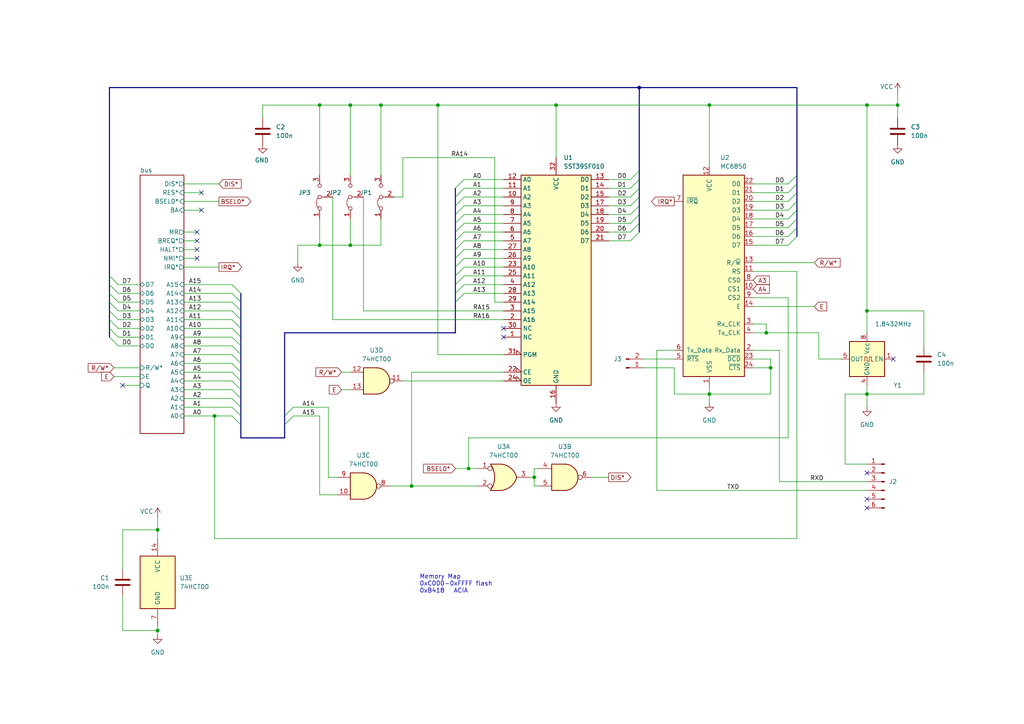
<source format=kicad_sch>
(kicad_sch
	(version 20250114)
	(generator "eeschema")
	(generator_version "9.0")
	(uuid "3e8d381f-0d29-4cd1-adc6-483261ac8509")
	(paper "A4")
	(title_block
		(title "MC-10 Mate1 back porch board")
		(date "2025-09-07")
		(rev "1")
		(company "kw")
	)
	(lib_symbols
		(symbol "74xx:74HCT00"
			(pin_names
				(offset 1.016)
			)
			(exclude_from_sim no)
			(in_bom yes)
			(on_board yes)
			(property "Reference" "U"
				(at 0 1.27 0)
				(effects
					(font
						(size 1.27 1.27)
					)
				)
			)
			(property "Value" "74HCT00"
				(at 0 -1.27 0)
				(effects
					(font
						(size 1.27 1.27)
					)
				)
			)
			(property "Footprint" ""
				(at 0 0 0)
				(effects
					(font
						(size 1.27 1.27)
					)
					(hide yes)
				)
			)
			(property "Datasheet" "http://www.ti.com/lit/gpn/sn74hct00"
				(at 0 0 0)
				(effects
					(font
						(size 1.27 1.27)
					)
					(hide yes)
				)
			)
			(property "Description" "quad 2-input NAND gate"
				(at 0 0 0)
				(effects
					(font
						(size 1.27 1.27)
					)
					(hide yes)
				)
			)
			(property "ki_locked" ""
				(at 0 0 0)
				(effects
					(font
						(size 1.27 1.27)
					)
				)
			)
			(property "ki_keywords" "HCTMOS nand 2-input"
				(at 0 0 0)
				(effects
					(font
						(size 1.27 1.27)
					)
					(hide yes)
				)
			)
			(property "ki_fp_filters" "DIP*W7.62mm* SO14*"
				(at 0 0 0)
				(effects
					(font
						(size 1.27 1.27)
					)
					(hide yes)
				)
			)
			(symbol "74HCT00_1_1"
				(arc
					(start 0 3.81)
					(mid 3.7934 0)
					(end 0 -3.81)
					(stroke
						(width 0.254)
						(type default)
					)
					(fill
						(type background)
					)
				)
				(polyline
					(pts
						(xy 0 3.81) (xy -3.81 3.81) (xy -3.81 -3.81) (xy 0 -3.81)
					)
					(stroke
						(width 0.254)
						(type default)
					)
					(fill
						(type background)
					)
				)
				(pin input line
					(at -7.62 2.54 0)
					(length 3.81)
					(name "~"
						(effects
							(font
								(size 1.27 1.27)
							)
						)
					)
					(number "1"
						(effects
							(font
								(size 1.27 1.27)
							)
						)
					)
				)
				(pin input line
					(at -7.62 -2.54 0)
					(length 3.81)
					(name "~"
						(effects
							(font
								(size 1.27 1.27)
							)
						)
					)
					(number "2"
						(effects
							(font
								(size 1.27 1.27)
							)
						)
					)
				)
				(pin output inverted
					(at 7.62 0 180)
					(length 3.81)
					(name "~"
						(effects
							(font
								(size 1.27 1.27)
							)
						)
					)
					(number "3"
						(effects
							(font
								(size 1.27 1.27)
							)
						)
					)
				)
			)
			(symbol "74HCT00_1_2"
				(arc
					(start -3.81 3.81)
					(mid -2.589 0)
					(end -3.81 -3.81)
					(stroke
						(width 0.254)
						(type default)
					)
					(fill
						(type none)
					)
				)
				(polyline
					(pts
						(xy -3.81 3.81) (xy -0.635 3.81)
					)
					(stroke
						(width 0.254)
						(type default)
					)
					(fill
						(type background)
					)
				)
				(polyline
					(pts
						(xy -3.81 -3.81) (xy -0.635 -3.81)
					)
					(stroke
						(width 0.254)
						(type default)
					)
					(fill
						(type background)
					)
				)
				(arc
					(start 3.81 0)
					(mid 2.1855 -2.584)
					(end -0.6096 -3.81)
					(stroke
						(width 0.254)
						(type default)
					)
					(fill
						(type background)
					)
				)
				(arc
					(start -0.6096 3.81)
					(mid 2.1928 2.5924)
					(end 3.81 0)
					(stroke
						(width 0.254)
						(type default)
					)
					(fill
						(type background)
					)
				)
				(polyline
					(pts
						(xy -0.635 3.81) (xy -3.81 3.81) (xy -3.81 3.81) (xy -3.556 3.4036) (xy -3.0226 2.2606) (xy -2.6924 1.0414)
						(xy -2.6162 -0.254) (xy -2.7686 -1.4986) (xy -3.175 -2.7178) (xy -3.81 -3.81) (xy -3.81 -3.81)
						(xy -0.635 -3.81)
					)
					(stroke
						(width -25.4)
						(type default)
					)
					(fill
						(type background)
					)
				)
				(pin input inverted
					(at -7.62 2.54 0)
					(length 4.318)
					(name "~"
						(effects
							(font
								(size 1.27 1.27)
							)
						)
					)
					(number "1"
						(effects
							(font
								(size 1.27 1.27)
							)
						)
					)
				)
				(pin input inverted
					(at -7.62 -2.54 0)
					(length 4.318)
					(name "~"
						(effects
							(font
								(size 1.27 1.27)
							)
						)
					)
					(number "2"
						(effects
							(font
								(size 1.27 1.27)
							)
						)
					)
				)
				(pin output line
					(at 7.62 0 180)
					(length 3.81)
					(name "~"
						(effects
							(font
								(size 1.27 1.27)
							)
						)
					)
					(number "3"
						(effects
							(font
								(size 1.27 1.27)
							)
						)
					)
				)
			)
			(symbol "74HCT00_2_1"
				(arc
					(start 0 3.81)
					(mid 3.7934 0)
					(end 0 -3.81)
					(stroke
						(width 0.254)
						(type default)
					)
					(fill
						(type background)
					)
				)
				(polyline
					(pts
						(xy 0 3.81) (xy -3.81 3.81) (xy -3.81 -3.81) (xy 0 -3.81)
					)
					(stroke
						(width 0.254)
						(type default)
					)
					(fill
						(type background)
					)
				)
				(pin input line
					(at -7.62 2.54 0)
					(length 3.81)
					(name "~"
						(effects
							(font
								(size 1.27 1.27)
							)
						)
					)
					(number "4"
						(effects
							(font
								(size 1.27 1.27)
							)
						)
					)
				)
				(pin input line
					(at -7.62 -2.54 0)
					(length 3.81)
					(name "~"
						(effects
							(font
								(size 1.27 1.27)
							)
						)
					)
					(number "5"
						(effects
							(font
								(size 1.27 1.27)
							)
						)
					)
				)
				(pin output inverted
					(at 7.62 0 180)
					(length 3.81)
					(name "~"
						(effects
							(font
								(size 1.27 1.27)
							)
						)
					)
					(number "6"
						(effects
							(font
								(size 1.27 1.27)
							)
						)
					)
				)
			)
			(symbol "74HCT00_2_2"
				(arc
					(start -3.81 3.81)
					(mid -2.589 0)
					(end -3.81 -3.81)
					(stroke
						(width 0.254)
						(type default)
					)
					(fill
						(type none)
					)
				)
				(polyline
					(pts
						(xy -3.81 3.81) (xy -0.635 3.81)
					)
					(stroke
						(width 0.254)
						(type default)
					)
					(fill
						(type background)
					)
				)
				(polyline
					(pts
						(xy -3.81 -3.81) (xy -0.635 -3.81)
					)
					(stroke
						(width 0.254)
						(type default)
					)
					(fill
						(type background)
					)
				)
				(arc
					(start 3.81 0)
					(mid 2.1855 -2.584)
					(end -0.6096 -3.81)
					(stroke
						(width 0.254)
						(type default)
					)
					(fill
						(type background)
					)
				)
				(arc
					(start -0.6096 3.81)
					(mid 2.1928 2.5924)
					(end 3.81 0)
					(stroke
						(width 0.254)
						(type default)
					)
					(fill
						(type background)
					)
				)
				(polyline
					(pts
						(xy -0.635 3.81) (xy -3.81 3.81) (xy -3.81 3.81) (xy -3.556 3.4036) (xy -3.0226 2.2606) (xy -2.6924 1.0414)
						(xy -2.6162 -0.254) (xy -2.7686 -1.4986) (xy -3.175 -2.7178) (xy -3.81 -3.81) (xy -3.81 -3.81)
						(xy -0.635 -3.81)
					)
					(stroke
						(width -25.4)
						(type default)
					)
					(fill
						(type background)
					)
				)
				(pin input inverted
					(at -7.62 2.54 0)
					(length 4.318)
					(name "~"
						(effects
							(font
								(size 1.27 1.27)
							)
						)
					)
					(number "4"
						(effects
							(font
								(size 1.27 1.27)
							)
						)
					)
				)
				(pin input inverted
					(at -7.62 -2.54 0)
					(length 4.318)
					(name "~"
						(effects
							(font
								(size 1.27 1.27)
							)
						)
					)
					(number "5"
						(effects
							(font
								(size 1.27 1.27)
							)
						)
					)
				)
				(pin output line
					(at 7.62 0 180)
					(length 3.81)
					(name "~"
						(effects
							(font
								(size 1.27 1.27)
							)
						)
					)
					(number "6"
						(effects
							(font
								(size 1.27 1.27)
							)
						)
					)
				)
			)
			(symbol "74HCT00_3_1"
				(arc
					(start 0 3.81)
					(mid 3.7934 0)
					(end 0 -3.81)
					(stroke
						(width 0.254)
						(type default)
					)
					(fill
						(type background)
					)
				)
				(polyline
					(pts
						(xy 0 3.81) (xy -3.81 3.81) (xy -3.81 -3.81) (xy 0 -3.81)
					)
					(stroke
						(width 0.254)
						(type default)
					)
					(fill
						(type background)
					)
				)
				(pin input line
					(at -7.62 2.54 0)
					(length 3.81)
					(name "~"
						(effects
							(font
								(size 1.27 1.27)
							)
						)
					)
					(number "9"
						(effects
							(font
								(size 1.27 1.27)
							)
						)
					)
				)
				(pin input line
					(at -7.62 -2.54 0)
					(length 3.81)
					(name "~"
						(effects
							(font
								(size 1.27 1.27)
							)
						)
					)
					(number "10"
						(effects
							(font
								(size 1.27 1.27)
							)
						)
					)
				)
				(pin output inverted
					(at 7.62 0 180)
					(length 3.81)
					(name "~"
						(effects
							(font
								(size 1.27 1.27)
							)
						)
					)
					(number "8"
						(effects
							(font
								(size 1.27 1.27)
							)
						)
					)
				)
			)
			(symbol "74HCT00_3_2"
				(arc
					(start -3.81 3.81)
					(mid -2.589 0)
					(end -3.81 -3.81)
					(stroke
						(width 0.254)
						(type default)
					)
					(fill
						(type none)
					)
				)
				(polyline
					(pts
						(xy -3.81 3.81) (xy -0.635 3.81)
					)
					(stroke
						(width 0.254)
						(type default)
					)
					(fill
						(type background)
					)
				)
				(polyline
					(pts
						(xy -3.81 -3.81) (xy -0.635 -3.81)
					)
					(stroke
						(width 0.254)
						(type default)
					)
					(fill
						(type background)
					)
				)
				(arc
					(start 3.81 0)
					(mid 2.1855 -2.584)
					(end -0.6096 -3.81)
					(stroke
						(width 0.254)
						(type default)
					)
					(fill
						(type background)
					)
				)
				(arc
					(start -0.6096 3.81)
					(mid 2.1928 2.5924)
					(end 3.81 0)
					(stroke
						(width 0.254)
						(type default)
					)
					(fill
						(type background)
					)
				)
				(polyline
					(pts
						(xy -0.635 3.81) (xy -3.81 3.81) (xy -3.81 3.81) (xy -3.556 3.4036) (xy -3.0226 2.2606) (xy -2.6924 1.0414)
						(xy -2.6162 -0.254) (xy -2.7686 -1.4986) (xy -3.175 -2.7178) (xy -3.81 -3.81) (xy -3.81 -3.81)
						(xy -0.635 -3.81)
					)
					(stroke
						(width -25.4)
						(type default)
					)
					(fill
						(type background)
					)
				)
				(pin input inverted
					(at -7.62 2.54 0)
					(length 4.318)
					(name "~"
						(effects
							(font
								(size 1.27 1.27)
							)
						)
					)
					(number "9"
						(effects
							(font
								(size 1.27 1.27)
							)
						)
					)
				)
				(pin input inverted
					(at -7.62 -2.54 0)
					(length 4.318)
					(name "~"
						(effects
							(font
								(size 1.27 1.27)
							)
						)
					)
					(number "10"
						(effects
							(font
								(size 1.27 1.27)
							)
						)
					)
				)
				(pin output line
					(at 7.62 0 180)
					(length 3.81)
					(name "~"
						(effects
							(font
								(size 1.27 1.27)
							)
						)
					)
					(number "8"
						(effects
							(font
								(size 1.27 1.27)
							)
						)
					)
				)
			)
			(symbol "74HCT00_4_1"
				(arc
					(start 0 3.81)
					(mid 3.7934 0)
					(end 0 -3.81)
					(stroke
						(width 0.254)
						(type default)
					)
					(fill
						(type background)
					)
				)
				(polyline
					(pts
						(xy 0 3.81) (xy -3.81 3.81) (xy -3.81 -3.81) (xy 0 -3.81)
					)
					(stroke
						(width 0.254)
						(type default)
					)
					(fill
						(type background)
					)
				)
				(pin input line
					(at -7.62 2.54 0)
					(length 3.81)
					(name "~"
						(effects
							(font
								(size 1.27 1.27)
							)
						)
					)
					(number "12"
						(effects
							(font
								(size 1.27 1.27)
							)
						)
					)
				)
				(pin input line
					(at -7.62 -2.54 0)
					(length 3.81)
					(name "~"
						(effects
							(font
								(size 1.27 1.27)
							)
						)
					)
					(number "13"
						(effects
							(font
								(size 1.27 1.27)
							)
						)
					)
				)
				(pin output inverted
					(at 7.62 0 180)
					(length 3.81)
					(name "~"
						(effects
							(font
								(size 1.27 1.27)
							)
						)
					)
					(number "11"
						(effects
							(font
								(size 1.27 1.27)
							)
						)
					)
				)
			)
			(symbol "74HCT00_4_2"
				(arc
					(start -3.81 3.81)
					(mid -2.589 0)
					(end -3.81 -3.81)
					(stroke
						(width 0.254)
						(type default)
					)
					(fill
						(type none)
					)
				)
				(polyline
					(pts
						(xy -3.81 3.81) (xy -0.635 3.81)
					)
					(stroke
						(width 0.254)
						(type default)
					)
					(fill
						(type background)
					)
				)
				(polyline
					(pts
						(xy -3.81 -3.81) (xy -0.635 -3.81)
					)
					(stroke
						(width 0.254)
						(type default)
					)
					(fill
						(type background)
					)
				)
				(arc
					(start 3.81 0)
					(mid 2.1855 -2.584)
					(end -0.6096 -3.81)
					(stroke
						(width 0.254)
						(type default)
					)
					(fill
						(type background)
					)
				)
				(arc
					(start -0.6096 3.81)
					(mid 2.1928 2.5924)
					(end 3.81 0)
					(stroke
						(width 0.254)
						(type default)
					)
					(fill
						(type background)
					)
				)
				(polyline
					(pts
						(xy -0.635 3.81) (xy -3.81 3.81) (xy -3.81 3.81) (xy -3.556 3.4036) (xy -3.0226 2.2606) (xy -2.6924 1.0414)
						(xy -2.6162 -0.254) (xy -2.7686 -1.4986) (xy -3.175 -2.7178) (xy -3.81 -3.81) (xy -3.81 -3.81)
						(xy -0.635 -3.81)
					)
					(stroke
						(width -25.4)
						(type default)
					)
					(fill
						(type background)
					)
				)
				(pin input inverted
					(at -7.62 2.54 0)
					(length 4.318)
					(name "~"
						(effects
							(font
								(size 1.27 1.27)
							)
						)
					)
					(number "12"
						(effects
							(font
								(size 1.27 1.27)
							)
						)
					)
				)
				(pin input inverted
					(at -7.62 -2.54 0)
					(length 4.318)
					(name "~"
						(effects
							(font
								(size 1.27 1.27)
							)
						)
					)
					(number "13"
						(effects
							(font
								(size 1.27 1.27)
							)
						)
					)
				)
				(pin output line
					(at 7.62 0 180)
					(length 3.81)
					(name "~"
						(effects
							(font
								(size 1.27 1.27)
							)
						)
					)
					(number "11"
						(effects
							(font
								(size 1.27 1.27)
							)
						)
					)
				)
			)
			(symbol "74HCT00_5_0"
				(pin power_in line
					(at 0 12.7 270)
					(length 5.08)
					(name "VCC"
						(effects
							(font
								(size 1.27 1.27)
							)
						)
					)
					(number "14"
						(effects
							(font
								(size 1.27 1.27)
							)
						)
					)
				)
				(pin power_in line
					(at 0 -12.7 90)
					(length 5.08)
					(name "GND"
						(effects
							(font
								(size 1.27 1.27)
							)
						)
					)
					(number "7"
						(effects
							(font
								(size 1.27 1.27)
							)
						)
					)
				)
			)
			(symbol "74HCT00_5_1"
				(rectangle
					(start -5.08 7.62)
					(end 5.08 -7.62)
					(stroke
						(width 0.254)
						(type default)
					)
					(fill
						(type background)
					)
				)
			)
			(embedded_fonts no)
		)
		(symbol "Connector:Conn_01x02_Pin"
			(pin_names
				(offset 1.016)
				(hide yes)
			)
			(exclude_from_sim no)
			(in_bom yes)
			(on_board yes)
			(property "Reference" "J"
				(at 0 2.54 0)
				(effects
					(font
						(size 1.27 1.27)
					)
				)
			)
			(property "Value" "Conn_01x02_Pin"
				(at 0 -5.08 0)
				(effects
					(font
						(size 1.27 1.27)
					)
				)
			)
			(property "Footprint" ""
				(at 0 0 0)
				(effects
					(font
						(size 1.27 1.27)
					)
					(hide yes)
				)
			)
			(property "Datasheet" "~"
				(at 0 0 0)
				(effects
					(font
						(size 1.27 1.27)
					)
					(hide yes)
				)
			)
			(property "Description" "Generic connector, single row, 01x02, script generated"
				(at 0 0 0)
				(effects
					(font
						(size 1.27 1.27)
					)
					(hide yes)
				)
			)
			(property "ki_locked" ""
				(at 0 0 0)
				(effects
					(font
						(size 1.27 1.27)
					)
				)
			)
			(property "ki_keywords" "connector"
				(at 0 0 0)
				(effects
					(font
						(size 1.27 1.27)
					)
					(hide yes)
				)
			)
			(property "ki_fp_filters" "Connector*:*_1x??_*"
				(at 0 0 0)
				(effects
					(font
						(size 1.27 1.27)
					)
					(hide yes)
				)
			)
			(symbol "Conn_01x02_Pin_1_1"
				(rectangle
					(start 0.8636 0.127)
					(end 0 -0.127)
					(stroke
						(width 0.1524)
						(type default)
					)
					(fill
						(type outline)
					)
				)
				(rectangle
					(start 0.8636 -2.413)
					(end 0 -2.667)
					(stroke
						(width 0.1524)
						(type default)
					)
					(fill
						(type outline)
					)
				)
				(polyline
					(pts
						(xy 1.27 0) (xy 0.8636 0)
					)
					(stroke
						(width 0.1524)
						(type default)
					)
					(fill
						(type none)
					)
				)
				(polyline
					(pts
						(xy 1.27 -2.54) (xy 0.8636 -2.54)
					)
					(stroke
						(width 0.1524)
						(type default)
					)
					(fill
						(type none)
					)
				)
				(pin passive line
					(at 5.08 0 180)
					(length 3.81)
					(name "Pin_1"
						(effects
							(font
								(size 1.27 1.27)
							)
						)
					)
					(number "1"
						(effects
							(font
								(size 1.27 1.27)
							)
						)
					)
				)
				(pin passive line
					(at 5.08 -2.54 180)
					(length 3.81)
					(name "Pin_2"
						(effects
							(font
								(size 1.27 1.27)
							)
						)
					)
					(number "2"
						(effects
							(font
								(size 1.27 1.27)
							)
						)
					)
				)
			)
			(embedded_fonts no)
		)
		(symbol "Connector:Conn_01x06_Pin"
			(pin_names
				(offset 1.016)
				(hide yes)
			)
			(exclude_from_sim no)
			(in_bom yes)
			(on_board yes)
			(property "Reference" "J"
				(at 0 7.62 0)
				(effects
					(font
						(size 1.27 1.27)
					)
				)
			)
			(property "Value" "Conn_01x06_Pin"
				(at 0 -10.16 0)
				(effects
					(font
						(size 1.27 1.27)
					)
				)
			)
			(property "Footprint" ""
				(at 0 0 0)
				(effects
					(font
						(size 1.27 1.27)
					)
					(hide yes)
				)
			)
			(property "Datasheet" "~"
				(at 0 0 0)
				(effects
					(font
						(size 1.27 1.27)
					)
					(hide yes)
				)
			)
			(property "Description" "Generic connector, single row, 01x06, script generated"
				(at 0 0 0)
				(effects
					(font
						(size 1.27 1.27)
					)
					(hide yes)
				)
			)
			(property "ki_locked" ""
				(at 0 0 0)
				(effects
					(font
						(size 1.27 1.27)
					)
				)
			)
			(property "ki_keywords" "connector"
				(at 0 0 0)
				(effects
					(font
						(size 1.27 1.27)
					)
					(hide yes)
				)
			)
			(property "ki_fp_filters" "Connector*:*_1x??_*"
				(at 0 0 0)
				(effects
					(font
						(size 1.27 1.27)
					)
					(hide yes)
				)
			)
			(symbol "Conn_01x06_Pin_1_1"
				(rectangle
					(start 0.8636 5.207)
					(end 0 4.953)
					(stroke
						(width 0.1524)
						(type default)
					)
					(fill
						(type outline)
					)
				)
				(rectangle
					(start 0.8636 2.667)
					(end 0 2.413)
					(stroke
						(width 0.1524)
						(type default)
					)
					(fill
						(type outline)
					)
				)
				(rectangle
					(start 0.8636 0.127)
					(end 0 -0.127)
					(stroke
						(width 0.1524)
						(type default)
					)
					(fill
						(type outline)
					)
				)
				(rectangle
					(start 0.8636 -2.413)
					(end 0 -2.667)
					(stroke
						(width 0.1524)
						(type default)
					)
					(fill
						(type outline)
					)
				)
				(rectangle
					(start 0.8636 -4.953)
					(end 0 -5.207)
					(stroke
						(width 0.1524)
						(type default)
					)
					(fill
						(type outline)
					)
				)
				(rectangle
					(start 0.8636 -7.493)
					(end 0 -7.747)
					(stroke
						(width 0.1524)
						(type default)
					)
					(fill
						(type outline)
					)
				)
				(polyline
					(pts
						(xy 1.27 5.08) (xy 0.8636 5.08)
					)
					(stroke
						(width 0.1524)
						(type default)
					)
					(fill
						(type none)
					)
				)
				(polyline
					(pts
						(xy 1.27 2.54) (xy 0.8636 2.54)
					)
					(stroke
						(width 0.1524)
						(type default)
					)
					(fill
						(type none)
					)
				)
				(polyline
					(pts
						(xy 1.27 0) (xy 0.8636 0)
					)
					(stroke
						(width 0.1524)
						(type default)
					)
					(fill
						(type none)
					)
				)
				(polyline
					(pts
						(xy 1.27 -2.54) (xy 0.8636 -2.54)
					)
					(stroke
						(width 0.1524)
						(type default)
					)
					(fill
						(type none)
					)
				)
				(polyline
					(pts
						(xy 1.27 -5.08) (xy 0.8636 -5.08)
					)
					(stroke
						(width 0.1524)
						(type default)
					)
					(fill
						(type none)
					)
				)
				(polyline
					(pts
						(xy 1.27 -7.62) (xy 0.8636 -7.62)
					)
					(stroke
						(width 0.1524)
						(type default)
					)
					(fill
						(type none)
					)
				)
				(pin passive line
					(at 5.08 5.08 180)
					(length 3.81)
					(name "Pin_1"
						(effects
							(font
								(size 1.27 1.27)
							)
						)
					)
					(number "1"
						(effects
							(font
								(size 1.27 1.27)
							)
						)
					)
				)
				(pin passive line
					(at 5.08 2.54 180)
					(length 3.81)
					(name "Pin_2"
						(effects
							(font
								(size 1.27 1.27)
							)
						)
					)
					(number "2"
						(effects
							(font
								(size 1.27 1.27)
							)
						)
					)
				)
				(pin passive line
					(at 5.08 0 180)
					(length 3.81)
					(name "Pin_3"
						(effects
							(font
								(size 1.27 1.27)
							)
						)
					)
					(number "3"
						(effects
							(font
								(size 1.27 1.27)
							)
						)
					)
				)
				(pin passive line
					(at 5.08 -2.54 180)
					(length 3.81)
					(name "Pin_4"
						(effects
							(font
								(size 1.27 1.27)
							)
						)
					)
					(number "4"
						(effects
							(font
								(size 1.27 1.27)
							)
						)
					)
				)
				(pin passive line
					(at 5.08 -5.08 180)
					(length 3.81)
					(name "Pin_5"
						(effects
							(font
								(size 1.27 1.27)
							)
						)
					)
					(number "5"
						(effects
							(font
								(size 1.27 1.27)
							)
						)
					)
				)
				(pin passive line
					(at 5.08 -7.62 180)
					(length 3.81)
					(name "Pin_6"
						(effects
							(font
								(size 1.27 1.27)
							)
						)
					)
					(number "6"
						(effects
							(font
								(size 1.27 1.27)
							)
						)
					)
				)
			)
			(embedded_fonts no)
		)
		(symbol "Device:C"
			(pin_numbers
				(hide yes)
			)
			(pin_names
				(offset 0.254)
			)
			(exclude_from_sim no)
			(in_bom yes)
			(on_board yes)
			(property "Reference" "C"
				(at 0.635 2.54 0)
				(effects
					(font
						(size 1.27 1.27)
					)
					(justify left)
				)
			)
			(property "Value" "C"
				(at 0.635 -2.54 0)
				(effects
					(font
						(size 1.27 1.27)
					)
					(justify left)
				)
			)
			(property "Footprint" ""
				(at 0.9652 -3.81 0)
				(effects
					(font
						(size 1.27 1.27)
					)
					(hide yes)
				)
			)
			(property "Datasheet" "~"
				(at 0 0 0)
				(effects
					(font
						(size 1.27 1.27)
					)
					(hide yes)
				)
			)
			(property "Description" "Unpolarized capacitor"
				(at 0 0 0)
				(effects
					(font
						(size 1.27 1.27)
					)
					(hide yes)
				)
			)
			(property "ki_keywords" "cap capacitor"
				(at 0 0 0)
				(effects
					(font
						(size 1.27 1.27)
					)
					(hide yes)
				)
			)
			(property "ki_fp_filters" "C_*"
				(at 0 0 0)
				(effects
					(font
						(size 1.27 1.27)
					)
					(hide yes)
				)
			)
			(symbol "C_0_1"
				(polyline
					(pts
						(xy -2.032 0.762) (xy 2.032 0.762)
					)
					(stroke
						(width 0.508)
						(type default)
					)
					(fill
						(type none)
					)
				)
				(polyline
					(pts
						(xy -2.032 -0.762) (xy 2.032 -0.762)
					)
					(stroke
						(width 0.508)
						(type default)
					)
					(fill
						(type none)
					)
				)
			)
			(symbol "C_1_1"
				(pin passive line
					(at 0 3.81 270)
					(length 2.794)
					(name "~"
						(effects
							(font
								(size 1.27 1.27)
							)
						)
					)
					(number "1"
						(effects
							(font
								(size 1.27 1.27)
							)
						)
					)
				)
				(pin passive line
					(at 0 -3.81 90)
					(length 2.794)
					(name "~"
						(effects
							(font
								(size 1.27 1.27)
							)
						)
					)
					(number "2"
						(effects
							(font
								(size 1.27 1.27)
							)
						)
					)
				)
			)
			(embedded_fonts no)
		)
		(symbol "Interface_UART:MC6850"
			(pin_names
				(offset 1.016)
			)
			(exclude_from_sim no)
			(in_bom yes)
			(on_board yes)
			(property "Reference" "U"
				(at -7.366 31.75 0)
				(effects
					(font
						(size 1.27 1.27)
					)
					(justify right)
				)
			)
			(property "Value" "MC6850"
				(at 10.414 31.75 0)
				(effects
					(font
						(size 1.27 1.27)
					)
					(justify right)
				)
			)
			(property "Footprint" "Package_DIP:DIP-24_W15.24mm"
				(at 1.27 -29.21 0)
				(effects
					(font
						(size 1.27 1.27)
					)
					(justify left)
					(hide yes)
				)
			)
			(property "Datasheet" "http://pdf.datasheetcatalog.com/datasheet/motorola/MC6850.pdf"
				(at 0 0 0)
				(effects
					(font
						(size 1.27 1.27)
					)
					(hide yes)
				)
			)
			(property "Description" "Asynchronous Communications Interface Adapter 1MHz, DIP-40"
				(at 0 0 0)
				(effects
					(font
						(size 1.27 1.27)
					)
					(hide yes)
				)
			)
			(property "ki_keywords" "ACIA"
				(at 0 0 0)
				(effects
					(font
						(size 1.27 1.27)
					)
					(hide yes)
				)
			)
			(property "ki_fp_filters" "DIP*W15.24mm*"
				(at 0 0 0)
				(effects
					(font
						(size 1.27 1.27)
					)
					(hide yes)
				)
			)
			(symbol "MC6850_1_1"
				(rectangle
					(start -10.16 -27.94)
					(end 7.62 30.48)
					(stroke
						(width 0.254)
						(type default)
					)
					(fill
						(type background)
					)
				)
				(pin bidirectional line
					(at -12.7 27.94 0)
					(length 2.54)
					(name "D0"
						(effects
							(font
								(size 1.27 1.27)
							)
						)
					)
					(number "22"
						(effects
							(font
								(size 1.27 1.27)
							)
						)
					)
				)
				(pin bidirectional line
					(at -12.7 25.4 0)
					(length 2.54)
					(name "D1"
						(effects
							(font
								(size 1.27 1.27)
							)
						)
					)
					(number "21"
						(effects
							(font
								(size 1.27 1.27)
							)
						)
					)
				)
				(pin bidirectional line
					(at -12.7 22.86 0)
					(length 2.54)
					(name "D2"
						(effects
							(font
								(size 1.27 1.27)
							)
						)
					)
					(number "20"
						(effects
							(font
								(size 1.27 1.27)
							)
						)
					)
				)
				(pin bidirectional line
					(at -12.7 20.32 0)
					(length 2.54)
					(name "D3"
						(effects
							(font
								(size 1.27 1.27)
							)
						)
					)
					(number "19"
						(effects
							(font
								(size 1.27 1.27)
							)
						)
					)
				)
				(pin bidirectional line
					(at -12.7 17.78 0)
					(length 2.54)
					(name "D4"
						(effects
							(font
								(size 1.27 1.27)
							)
						)
					)
					(number "18"
						(effects
							(font
								(size 1.27 1.27)
							)
						)
					)
				)
				(pin bidirectional line
					(at -12.7 15.24 0)
					(length 2.54)
					(name "D5"
						(effects
							(font
								(size 1.27 1.27)
							)
						)
					)
					(number "17"
						(effects
							(font
								(size 1.27 1.27)
							)
						)
					)
				)
				(pin bidirectional line
					(at -12.7 12.7 0)
					(length 2.54)
					(name "D6"
						(effects
							(font
								(size 1.27 1.27)
							)
						)
					)
					(number "16"
						(effects
							(font
								(size 1.27 1.27)
							)
						)
					)
				)
				(pin bidirectional line
					(at -12.7 10.16 0)
					(length 2.54)
					(name "D7"
						(effects
							(font
								(size 1.27 1.27)
							)
						)
					)
					(number "15"
						(effects
							(font
								(size 1.27 1.27)
							)
						)
					)
				)
				(pin input line
					(at -12.7 5.08 0)
					(length 2.54)
					(name "R/~{W}"
						(effects
							(font
								(size 1.27 1.27)
							)
						)
					)
					(number "13"
						(effects
							(font
								(size 1.27 1.27)
							)
						)
					)
				)
				(pin input line
					(at -12.7 2.54 0)
					(length 2.54)
					(name "RS"
						(effects
							(font
								(size 1.27 1.27)
							)
						)
					)
					(number "11"
						(effects
							(font
								(size 1.27 1.27)
							)
						)
					)
				)
				(pin input line
					(at -12.7 0 0)
					(length 2.54)
					(name "CS0"
						(effects
							(font
								(size 1.27 1.27)
							)
						)
					)
					(number "8"
						(effects
							(font
								(size 1.27 1.27)
							)
						)
					)
				)
				(pin input line
					(at -12.7 -2.54 0)
					(length 2.54)
					(name "CS1"
						(effects
							(font
								(size 1.27 1.27)
							)
						)
					)
					(number "10"
						(effects
							(font
								(size 1.27 1.27)
							)
						)
					)
				)
				(pin input line
					(at -12.7 -5.08 0)
					(length 2.54)
					(name "CS2"
						(effects
							(font
								(size 1.27 1.27)
							)
						)
					)
					(number "9"
						(effects
							(font
								(size 1.27 1.27)
							)
						)
					)
				)
				(pin input line
					(at -12.7 -7.62 0)
					(length 2.54)
					(name "E"
						(effects
							(font
								(size 1.27 1.27)
							)
						)
					)
					(number "14"
						(effects
							(font
								(size 1.27 1.27)
							)
						)
					)
				)
				(pin input line
					(at -12.7 -12.7 0)
					(length 2.54)
					(name "Rx_CLK"
						(effects
							(font
								(size 1.27 1.27)
							)
						)
					)
					(number "3"
						(effects
							(font
								(size 1.27 1.27)
							)
						)
					)
				)
				(pin input line
					(at -12.7 -15.24 0)
					(length 2.54)
					(name "Tx_CLK"
						(effects
							(font
								(size 1.27 1.27)
							)
						)
					)
					(number "4"
						(effects
							(font
								(size 1.27 1.27)
							)
						)
					)
				)
				(pin input line
					(at -12.7 -20.32 0)
					(length 2.54)
					(name "Rx_Data"
						(effects
							(font
								(size 1.27 1.27)
							)
						)
					)
					(number "2"
						(effects
							(font
								(size 1.27 1.27)
							)
						)
					)
				)
				(pin input line
					(at -12.7 -22.86 0)
					(length 2.54)
					(name "~{DCD}"
						(effects
							(font
								(size 1.27 1.27)
							)
						)
					)
					(number "23"
						(effects
							(font
								(size 1.27 1.27)
							)
						)
					)
				)
				(pin input line
					(at -12.7 -25.4 0)
					(length 2.54)
					(name "~{CTS}"
						(effects
							(font
								(size 1.27 1.27)
							)
						)
					)
					(number "24"
						(effects
							(font
								(size 1.27 1.27)
							)
						)
					)
				)
				(pin power_in line
					(at 0 33.02 270)
					(length 2.54)
					(name "VCC"
						(effects
							(font
								(size 1.27 1.27)
							)
						)
					)
					(number "12"
						(effects
							(font
								(size 1.27 1.27)
							)
						)
					)
				)
				(pin power_in line
					(at 0 -30.48 90)
					(length 2.54)
					(name "VSS"
						(effects
							(font
								(size 1.27 1.27)
							)
						)
					)
					(number "1"
						(effects
							(font
								(size 1.27 1.27)
							)
						)
					)
				)
				(pin output line
					(at 10.16 22.86 180)
					(length 2.54)
					(name "~{IRQ}"
						(effects
							(font
								(size 1.27 1.27)
							)
						)
					)
					(number "7"
						(effects
							(font
								(size 1.27 1.27)
							)
						)
					)
				)
				(pin output line
					(at 10.16 -20.32 180)
					(length 2.54)
					(name "Tx_Data"
						(effects
							(font
								(size 1.27 1.27)
							)
						)
					)
					(number "6"
						(effects
							(font
								(size 1.27 1.27)
							)
						)
					)
				)
				(pin output line
					(at 10.16 -22.86 180)
					(length 2.54)
					(name "~{RTS}"
						(effects
							(font
								(size 1.27 1.27)
							)
						)
					)
					(number "5"
						(effects
							(font
								(size 1.27 1.27)
							)
						)
					)
				)
			)
			(embedded_fonts no)
		)
		(symbol "Jumper:Jumper_3_Bridged12"
			(pin_names
				(offset 0)
				(hide yes)
			)
			(exclude_from_sim no)
			(in_bom no)
			(on_board yes)
			(property "Reference" "JP"
				(at -2.54 -2.54 0)
				(effects
					(font
						(size 1.27 1.27)
					)
				)
			)
			(property "Value" "Jumper_3_Bridged12"
				(at 0 2.794 0)
				(effects
					(font
						(size 1.27 1.27)
					)
				)
			)
			(property "Footprint" ""
				(at 0 0 0)
				(effects
					(font
						(size 1.27 1.27)
					)
					(hide yes)
				)
			)
			(property "Datasheet" "~"
				(at 0 0 0)
				(effects
					(font
						(size 1.27 1.27)
					)
					(hide yes)
				)
			)
			(property "Description" "Jumper, 3-pole, pins 1+2 closed/bridged"
				(at 0 0 0)
				(effects
					(font
						(size 1.27 1.27)
					)
					(hide yes)
				)
			)
			(property "ki_keywords" "Jumper SPDT"
				(at 0 0 0)
				(effects
					(font
						(size 1.27 1.27)
					)
					(hide yes)
				)
			)
			(property "ki_fp_filters" "Jumper* TestPoint*3Pads* TestPoint*Bridge*"
				(at 0 0 0)
				(effects
					(font
						(size 1.27 1.27)
					)
					(hide yes)
				)
			)
			(symbol "Jumper_3_Bridged12_0_0"
				(circle
					(center -3.302 0)
					(radius 0.508)
					(stroke
						(width 0)
						(type default)
					)
					(fill
						(type none)
					)
				)
				(circle
					(center 0 0)
					(radius 0.508)
					(stroke
						(width 0)
						(type default)
					)
					(fill
						(type none)
					)
				)
				(circle
					(center 3.302 0)
					(radius 0.508)
					(stroke
						(width 0)
						(type default)
					)
					(fill
						(type none)
					)
				)
			)
			(symbol "Jumper_3_Bridged12_0_1"
				(arc
					(start -3.048 0.508)
					(mid -1.651 0.9912)
					(end -0.254 0.508)
					(stroke
						(width 0)
						(type default)
					)
					(fill
						(type none)
					)
				)
				(polyline
					(pts
						(xy 0 -1.27) (xy 0 -0.508)
					)
					(stroke
						(width 0)
						(type default)
					)
					(fill
						(type none)
					)
				)
			)
			(symbol "Jumper_3_Bridged12_1_1"
				(pin passive line
					(at -6.35 0 0)
					(length 2.54)
					(name "A"
						(effects
							(font
								(size 1.27 1.27)
							)
						)
					)
					(number "1"
						(effects
							(font
								(size 1.27 1.27)
							)
						)
					)
				)
				(pin passive line
					(at 0 -3.81 90)
					(length 2.54)
					(name "C"
						(effects
							(font
								(size 1.27 1.27)
							)
						)
					)
					(number "2"
						(effects
							(font
								(size 1.27 1.27)
							)
						)
					)
				)
				(pin passive line
					(at 6.35 0 180)
					(length 2.54)
					(name "B"
						(effects
							(font
								(size 1.27 1.27)
							)
						)
					)
					(number "3"
						(effects
							(font
								(size 1.27 1.27)
							)
						)
					)
				)
			)
			(embedded_fonts no)
		)
		(symbol "Memory_Flash:SST39SF010"
			(exclude_from_sim no)
			(in_bom yes)
			(on_board yes)
			(property "Reference" "U"
				(at 2.54 33.02 0)
				(effects
					(font
						(size 1.27 1.27)
					)
				)
			)
			(property "Value" "SST39SF010"
				(at 0 -30.48 0)
				(effects
					(font
						(size 1.27 1.27)
					)
				)
			)
			(property "Footprint" ""
				(at 0 7.62 0)
				(effects
					(font
						(size 1.27 1.27)
					)
					(hide yes)
				)
			)
			(property "Datasheet" "http://ww1.microchip.com/downloads/en/DeviceDoc/25022B.pdf"
				(at 0 7.62 0)
				(effects
					(font
						(size 1.27 1.27)
					)
					(hide yes)
				)
			)
			(property "Description" "Silicon Storage Technology (SSF) 128k x 8 Flash ROM"
				(at 0 0 0)
				(effects
					(font
						(size 1.27 1.27)
					)
					(hide yes)
				)
			)
			(property "ki_keywords" "128k flash rom"
				(at 0 0 0)
				(effects
					(font
						(size 1.27 1.27)
					)
					(hide yes)
				)
			)
			(symbol "SST39SF010_0_0"
				(pin power_in line
					(at 0 36.83 270)
					(length 5.08)
					(name "VCC"
						(effects
							(font
								(size 1.27 1.27)
							)
						)
					)
					(number "32"
						(effects
							(font
								(size 1.27 1.27)
							)
						)
					)
				)
				(pin power_in line
					(at 0 -34.29 90)
					(length 5.08)
					(name "GND"
						(effects
							(font
								(size 1.27 1.27)
							)
						)
					)
					(number "16"
						(effects
							(font
								(size 1.27 1.27)
							)
						)
					)
				)
			)
			(symbol "SST39SF010_0_1"
				(rectangle
					(start -10.16 31.75)
					(end 10.16 -29.21)
					(stroke
						(width 0.254)
						(type default)
					)
					(fill
						(type background)
					)
				)
			)
			(symbol "SST39SF010_1_1"
				(pin input line
					(at -15.24 30.48 0)
					(length 5.08)
					(name "A0"
						(effects
							(font
								(size 1.27 1.27)
							)
						)
					)
					(number "12"
						(effects
							(font
								(size 1.27 1.27)
							)
						)
					)
				)
				(pin input line
					(at -15.24 27.94 0)
					(length 5.08)
					(name "A1"
						(effects
							(font
								(size 1.27 1.27)
							)
						)
					)
					(number "11"
						(effects
							(font
								(size 1.27 1.27)
							)
						)
					)
				)
				(pin input line
					(at -15.24 25.4 0)
					(length 5.08)
					(name "A2"
						(effects
							(font
								(size 1.27 1.27)
							)
						)
					)
					(number "10"
						(effects
							(font
								(size 1.27 1.27)
							)
						)
					)
				)
				(pin input line
					(at -15.24 22.86 0)
					(length 5.08)
					(name "A3"
						(effects
							(font
								(size 1.27 1.27)
							)
						)
					)
					(number "9"
						(effects
							(font
								(size 1.27 1.27)
							)
						)
					)
				)
				(pin input line
					(at -15.24 20.32 0)
					(length 5.08)
					(name "A4"
						(effects
							(font
								(size 1.27 1.27)
							)
						)
					)
					(number "8"
						(effects
							(font
								(size 1.27 1.27)
							)
						)
					)
				)
				(pin input line
					(at -15.24 17.78 0)
					(length 5.08)
					(name "A5"
						(effects
							(font
								(size 1.27 1.27)
							)
						)
					)
					(number "7"
						(effects
							(font
								(size 1.27 1.27)
							)
						)
					)
				)
				(pin input line
					(at -15.24 15.24 0)
					(length 5.08)
					(name "A6"
						(effects
							(font
								(size 1.27 1.27)
							)
						)
					)
					(number "6"
						(effects
							(font
								(size 1.27 1.27)
							)
						)
					)
				)
				(pin input line
					(at -15.24 12.7 0)
					(length 5.08)
					(name "A7"
						(effects
							(font
								(size 1.27 1.27)
							)
						)
					)
					(number "5"
						(effects
							(font
								(size 1.27 1.27)
							)
						)
					)
				)
				(pin input line
					(at -15.24 10.16 0)
					(length 5.08)
					(name "A8"
						(effects
							(font
								(size 1.27 1.27)
							)
						)
					)
					(number "27"
						(effects
							(font
								(size 1.27 1.27)
							)
						)
					)
				)
				(pin input line
					(at -15.24 7.62 0)
					(length 5.08)
					(name "A9"
						(effects
							(font
								(size 1.27 1.27)
							)
						)
					)
					(number "26"
						(effects
							(font
								(size 1.27 1.27)
							)
						)
					)
				)
				(pin input line
					(at -15.24 5.08 0)
					(length 5.08)
					(name "A10"
						(effects
							(font
								(size 1.27 1.27)
							)
						)
					)
					(number "23"
						(effects
							(font
								(size 1.27 1.27)
							)
						)
					)
				)
				(pin input line
					(at -15.24 2.54 0)
					(length 5.08)
					(name "A11"
						(effects
							(font
								(size 1.27 1.27)
							)
						)
					)
					(number "25"
						(effects
							(font
								(size 1.27 1.27)
							)
						)
					)
				)
				(pin input line
					(at -15.24 0 0)
					(length 5.08)
					(name "A12"
						(effects
							(font
								(size 1.27 1.27)
							)
						)
					)
					(number "4"
						(effects
							(font
								(size 1.27 1.27)
							)
						)
					)
				)
				(pin input line
					(at -15.24 -2.54 0)
					(length 5.08)
					(name "A13"
						(effects
							(font
								(size 1.27 1.27)
							)
						)
					)
					(number "28"
						(effects
							(font
								(size 1.27 1.27)
							)
						)
					)
				)
				(pin input line
					(at -15.24 -5.08 0)
					(length 5.08)
					(name "A14"
						(effects
							(font
								(size 1.27 1.27)
							)
						)
					)
					(number "29"
						(effects
							(font
								(size 1.27 1.27)
							)
						)
					)
				)
				(pin input line
					(at -15.24 -7.62 0)
					(length 5.08)
					(name "A15"
						(effects
							(font
								(size 1.27 1.27)
							)
						)
					)
					(number "3"
						(effects
							(font
								(size 1.27 1.27)
							)
						)
					)
				)
				(pin input line
					(at -15.24 -10.16 0)
					(length 5.08)
					(name "A16"
						(effects
							(font
								(size 1.27 1.27)
							)
						)
					)
					(number "2"
						(effects
							(font
								(size 1.27 1.27)
							)
						)
					)
				)
				(pin input line
					(at -15.24 -12.7 0)
					(length 5.08)
					(name "NC"
						(effects
							(font
								(size 1.27 1.27)
							)
						)
					)
					(number "30"
						(effects
							(font
								(size 1.27 1.27)
							)
						)
					)
				)
				(pin input line
					(at -15.24 -15.24 0)
					(length 5.08)
					(name "NC"
						(effects
							(font
								(size 1.27 1.27)
							)
						)
					)
					(number "1"
						(effects
							(font
								(size 1.27 1.27)
							)
						)
					)
				)
				(pin input input_low
					(at -15.24 -20.32 0)
					(length 5.08)
					(name "PGM"
						(effects
							(font
								(size 1.27 1.27)
							)
						)
					)
					(number "31"
						(effects
							(font
								(size 1.27 1.27)
							)
						)
					)
				)
				(pin input input_low
					(at -15.24 -25.4 0)
					(length 5.08)
					(name "CE"
						(effects
							(font
								(size 1.27 1.27)
							)
						)
					)
					(number "22"
						(effects
							(font
								(size 1.27 1.27)
							)
						)
					)
				)
				(pin input input_low
					(at -15.24 -27.94 0)
					(length 5.08)
					(name "OE"
						(effects
							(font
								(size 1.27 1.27)
							)
						)
					)
					(number "24"
						(effects
							(font
								(size 1.27 1.27)
							)
						)
					)
				)
				(pin tri_state line
					(at 15.24 30.48 180)
					(length 5.08)
					(name "D0"
						(effects
							(font
								(size 1.27 1.27)
							)
						)
					)
					(number "13"
						(effects
							(font
								(size 1.27 1.27)
							)
						)
					)
				)
				(pin tri_state line
					(at 15.24 27.94 180)
					(length 5.08)
					(name "D1"
						(effects
							(font
								(size 1.27 1.27)
							)
						)
					)
					(number "14"
						(effects
							(font
								(size 1.27 1.27)
							)
						)
					)
				)
				(pin tri_state line
					(at 15.24 25.4 180)
					(length 5.08)
					(name "D2"
						(effects
							(font
								(size 1.27 1.27)
							)
						)
					)
					(number "15"
						(effects
							(font
								(size 1.27 1.27)
							)
						)
					)
				)
				(pin tri_state line
					(at 15.24 22.86 180)
					(length 5.08)
					(name "D3"
						(effects
							(font
								(size 1.27 1.27)
							)
						)
					)
					(number "17"
						(effects
							(font
								(size 1.27 1.27)
							)
						)
					)
				)
				(pin tri_state line
					(at 15.24 20.32 180)
					(length 5.08)
					(name "D4"
						(effects
							(font
								(size 1.27 1.27)
							)
						)
					)
					(number "18"
						(effects
							(font
								(size 1.27 1.27)
							)
						)
					)
				)
				(pin tri_state line
					(at 15.24 17.78 180)
					(length 5.08)
					(name "D5"
						(effects
							(font
								(size 1.27 1.27)
							)
						)
					)
					(number "19"
						(effects
							(font
								(size 1.27 1.27)
							)
						)
					)
				)
				(pin tri_state line
					(at 15.24 15.24 180)
					(length 5.08)
					(name "D6"
						(effects
							(font
								(size 1.27 1.27)
							)
						)
					)
					(number "20"
						(effects
							(font
								(size 1.27 1.27)
							)
						)
					)
				)
				(pin tri_state line
					(at 15.24 12.7 180)
					(length 5.08)
					(name "D7"
						(effects
							(font
								(size 1.27 1.27)
							)
						)
					)
					(number "21"
						(effects
							(font
								(size 1.27 1.27)
							)
						)
					)
				)
			)
			(embedded_fonts no)
		)
		(symbol "Oscillator:CXO_DIP8"
			(pin_names
				(offset 0.254)
			)
			(exclude_from_sim no)
			(in_bom yes)
			(on_board yes)
			(property "Reference" "Y"
				(at -5.08 6.35 0)
				(effects
					(font
						(size 1.27 1.27)
					)
					(justify left)
				)
			)
			(property "Value" "CXO_DIP8"
				(at 1.27 -6.35 0)
				(effects
					(font
						(size 1.27 1.27)
					)
					(justify left)
				)
			)
			(property "Footprint" "Oscillator:Oscillator_DIP-8"
				(at 11.43 -8.89 0)
				(effects
					(font
						(size 1.27 1.27)
					)
					(hide yes)
				)
			)
			(property "Datasheet" "http://cdn-reichelt.de/documents/datenblatt/B400/OSZI.pdf"
				(at -2.54 0 0)
				(effects
					(font
						(size 1.27 1.27)
					)
					(hide yes)
				)
			)
			(property "Description" "Crystal Clock Oscillator, DIP8-style metal package"
				(at 0 0 0)
				(effects
					(font
						(size 1.27 1.27)
					)
					(hide yes)
				)
			)
			(property "ki_keywords" "Crystal Clock Oscillator"
				(at 0 0 0)
				(effects
					(font
						(size 1.27 1.27)
					)
					(hide yes)
				)
			)
			(property "ki_fp_filters" "Oscillator*DIP*8*"
				(at 0 0 0)
				(effects
					(font
						(size 1.27 1.27)
					)
					(hide yes)
				)
			)
			(symbol "CXO_DIP8_0_1"
				(rectangle
					(start -5.08 5.08)
					(end 5.08 -5.08)
					(stroke
						(width 0.254)
						(type default)
					)
					(fill
						(type background)
					)
				)
				(polyline
					(pts
						(xy -1.905 -0.635) (xy -1.27 -0.635) (xy -1.27 0.635) (xy -0.635 0.635) (xy -0.635 -0.635) (xy 0 -0.635)
						(xy 0 0.635) (xy 0.635 0.635) (xy 0.635 -0.635)
					)
					(stroke
						(width 0)
						(type default)
					)
					(fill
						(type none)
					)
				)
			)
			(symbol "CXO_DIP8_1_1"
				(pin input line
					(at -7.62 0 0)
					(length 2.54)
					(name "EN"
						(effects
							(font
								(size 1.27 1.27)
							)
						)
					)
					(number "1"
						(effects
							(font
								(size 1.27 1.27)
							)
						)
					)
				)
				(pin power_in line
					(at 0 7.62 270)
					(length 2.54)
					(name "Vcc"
						(effects
							(font
								(size 1.27 1.27)
							)
						)
					)
					(number "8"
						(effects
							(font
								(size 1.27 1.27)
							)
						)
					)
				)
				(pin power_in line
					(at 0 -7.62 90)
					(length 2.54)
					(name "GND"
						(effects
							(font
								(size 1.27 1.27)
							)
						)
					)
					(number "4"
						(effects
							(font
								(size 1.27 1.27)
							)
						)
					)
				)
				(pin output line
					(at 7.62 0 180)
					(length 2.54)
					(name "OUT"
						(effects
							(font
								(size 1.27 1.27)
							)
						)
					)
					(number "5"
						(effects
							(font
								(size 1.27 1.27)
							)
						)
					)
				)
			)
			(embedded_fonts no)
		)
		(symbol "power:GND"
			(power)
			(pin_numbers
				(hide yes)
			)
			(pin_names
				(offset 0)
				(hide yes)
			)
			(exclude_from_sim no)
			(in_bom yes)
			(on_board yes)
			(property "Reference" "#PWR"
				(at 0 -6.35 0)
				(effects
					(font
						(size 1.27 1.27)
					)
					(hide yes)
				)
			)
			(property "Value" "GND"
				(at 0 -3.81 0)
				(effects
					(font
						(size 1.27 1.27)
					)
				)
			)
			(property "Footprint" ""
				(at 0 0 0)
				(effects
					(font
						(size 1.27 1.27)
					)
					(hide yes)
				)
			)
			(property "Datasheet" ""
				(at 0 0 0)
				(effects
					(font
						(size 1.27 1.27)
					)
					(hide yes)
				)
			)
			(property "Description" "Power symbol creates a global label with name \"GND\" , ground"
				(at 0 0 0)
				(effects
					(font
						(size 1.27 1.27)
					)
					(hide yes)
				)
			)
			(property "ki_keywords" "global power"
				(at 0 0 0)
				(effects
					(font
						(size 1.27 1.27)
					)
					(hide yes)
				)
			)
			(symbol "GND_0_1"
				(polyline
					(pts
						(xy 0 0) (xy 0 -1.27) (xy 1.27 -1.27) (xy 0 -2.54) (xy -1.27 -1.27) (xy 0 -1.27)
					)
					(stroke
						(width 0)
						(type default)
					)
					(fill
						(type none)
					)
				)
			)
			(symbol "GND_1_1"
				(pin power_in line
					(at 0 0 270)
					(length 0)
					(name "~"
						(effects
							(font
								(size 1.27 1.27)
							)
						)
					)
					(number "1"
						(effects
							(font
								(size 1.27 1.27)
							)
						)
					)
				)
			)
			(embedded_fonts no)
		)
		(symbol "power:VCC"
			(power)
			(pin_names
				(offset 0)
			)
			(exclude_from_sim no)
			(in_bom yes)
			(on_board yes)
			(property "Reference" "#PWR"
				(at 0 -3.81 0)
				(effects
					(font
						(size 1.27 1.27)
					)
					(hide yes)
				)
			)
			(property "Value" "VCC"
				(at 0 3.81 0)
				(effects
					(font
						(size 1.27 1.27)
					)
				)
			)
			(property "Footprint" ""
				(at 0 0 0)
				(effects
					(font
						(size 1.27 1.27)
					)
					(hide yes)
				)
			)
			(property "Datasheet" ""
				(at 0 0 0)
				(effects
					(font
						(size 1.27 1.27)
					)
					(hide yes)
				)
			)
			(property "Description" "Power symbol creates a global label with name \"VCC\""
				(at 0 0 0)
				(effects
					(font
						(size 1.27 1.27)
					)
					(hide yes)
				)
			)
			(property "ki_keywords" "power-flag"
				(at 0 0 0)
				(effects
					(font
						(size 1.27 1.27)
					)
					(hide yes)
				)
			)
			(symbol "VCC_0_1"
				(polyline
					(pts
						(xy -0.762 1.27) (xy 0 2.54)
					)
					(stroke
						(width 0)
						(type default)
					)
					(fill
						(type none)
					)
				)
				(polyline
					(pts
						(xy 0 2.54) (xy 0.762 1.27)
					)
					(stroke
						(width 0)
						(type default)
					)
					(fill
						(type none)
					)
				)
				(polyline
					(pts
						(xy 0 0) (xy 0 2.54)
					)
					(stroke
						(width 0)
						(type default)
					)
					(fill
						(type none)
					)
				)
			)
			(symbol "VCC_1_1"
				(pin power_in line
					(at 0 0 90)
					(length 0)
					(hide yes)
					(name "VCC"
						(effects
							(font
								(size 1.27 1.27)
							)
						)
					)
					(number "1"
						(effects
							(font
								(size 1.27 1.27)
							)
						)
					)
				)
			)
			(embedded_fonts no)
		)
	)
	(text "Memory Map\n0xC000-0xFFFF flash\n0xB418	ACIA"
		(exclude_from_sim no)
		(at 121.666 169.418 0)
		(effects
			(font
				(size 1.27 1.27)
			)
			(justify left)
		)
		(uuid "973fc34a-c9fa-401e-aa31-57020408bfe6")
	)
	(junction
		(at 205.74 114.3)
		(diameter 0)
		(color 0 0 0 0)
		(uuid "1f3a203e-be56-4618-a5e6-08e67875ecdc")
	)
	(junction
		(at 223.52 106.68)
		(diameter 0)
		(color 0 0 0 0)
		(uuid "28c34d52-0015-4fa1-8ab0-08527f397a9f")
	)
	(junction
		(at 127 30.48)
		(diameter 0)
		(color 0 0 0 0)
		(uuid "292eaf0a-cf8f-4c74-8897-aee8a1f7c2e2")
	)
	(junction
		(at 222.25 96.52)
		(diameter 0)
		(color 0 0 0 0)
		(uuid "31ac97d4-2610-41f3-a509-e1c745be243b")
	)
	(junction
		(at 185.42 25.4)
		(diameter 0)
		(color 0 0 0 0)
		(uuid "3e647a61-3957-48da-b863-a6ddea9ff5f6")
	)
	(junction
		(at 205.74 30.48)
		(diameter 0)
		(color 0 0 0 0)
		(uuid "49278317-dfc0-4417-835f-8056bad99b08")
	)
	(junction
		(at 260.35 30.48)
		(diameter 0)
		(color 0 0 0 0)
		(uuid "6545ea81-ac13-44dc-bf0a-f3d0c00e307b")
	)
	(junction
		(at 251.46 30.48)
		(diameter 0)
		(color 0 0 0 0)
		(uuid "6ff134b6-bde4-409a-80c9-bb58da39825f")
	)
	(junction
		(at 110.49 30.48)
		(diameter 0)
		(color 0 0 0 0)
		(uuid "79689929-6197-4a4b-878d-3e06dc284926")
	)
	(junction
		(at 45.72 153.67)
		(diameter 0)
		(color 0 0 0 0)
		(uuid "88dc0ce1-b265-40d7-bd09-fc205aaf5048")
	)
	(junction
		(at 251.46 114.3)
		(diameter 0)
		(color 0 0 0 0)
		(uuid "8bf26f8e-82be-436e-84ce-e16ec4a5f388")
	)
	(junction
		(at 119.38 140.97)
		(diameter 0)
		(color 0 0 0 0)
		(uuid "a232498d-717e-4102-bb56-369f99944409")
	)
	(junction
		(at 251.46 90.17)
		(diameter 0)
		(color 0 0 0 0)
		(uuid "b15a670b-f50f-4ec6-a06b-64c19d3a50b8")
	)
	(junction
		(at 154.94 138.43)
		(diameter 0)
		(color 0 0 0 0)
		(uuid "bc763a0e-34e8-447f-96dc-2127256e5e9e")
	)
	(junction
		(at 101.6 71.12)
		(diameter 0)
		(color 0 0 0 0)
		(uuid "bf00de10-5570-46a9-a49a-2f778dc66a83")
	)
	(junction
		(at 135.89 135.89)
		(diameter 0)
		(color 0 0 0 0)
		(uuid "c435bda6-53b6-47fd-8bdc-76c7bfd92ada")
	)
	(junction
		(at 101.6 30.48)
		(diameter 0)
		(color 0 0 0 0)
		(uuid "c4992243-b575-42e8-976c-5a5fb868be10")
	)
	(junction
		(at 62.23 120.65)
		(diameter 0)
		(color 0 0 0 0)
		(uuid "c889339c-9417-48f0-bed0-694e1af5b5af")
	)
	(junction
		(at 92.71 30.48)
		(diameter 0)
		(color 0 0 0 0)
		(uuid "ce29a06e-3147-4ff6-ba58-5f0fb8627237")
	)
	(junction
		(at 45.72 182.88)
		(diameter 0)
		(color 0 0 0 0)
		(uuid "d40982c5-825a-454a-809f-09d15cbcf132")
	)
	(junction
		(at 92.71 71.12)
		(diameter 0)
		(color 0 0 0 0)
		(uuid "fb07bbdf-fec0-4a38-9afc-6ae97cad86f9")
	)
	(junction
		(at 161.29 30.48)
		(diameter 0)
		(color 0 0 0 0)
		(uuid "fb65b8be-8e1d-44c2-a200-d8b5f91cd7f5")
	)
	(no_connect
		(at 251.46 147.32)
		(uuid "0fe80f39-988e-4c9a-b55f-58aaab183de2")
	)
	(no_connect
		(at 259.08 104.14)
		(uuid "2bc5b9e7-eb5a-45a7-ae71-ae149f9adf2a")
	)
	(no_connect
		(at 146.05 95.25)
		(uuid "47979154-c46e-4b28-834e-70ef87b61a75")
	)
	(no_connect
		(at 35.56 111.76)
		(uuid "4b329fd1-83bd-4a0e-9f43-eb7f1d866e06")
	)
	(no_connect
		(at 57.15 74.93)
		(uuid "593013d6-e85b-4085-88dd-4dc755c76b36")
	)
	(no_connect
		(at 251.46 144.78)
		(uuid "61af4cc4-b824-4bfd-9e9f-b74c5698e997")
	)
	(no_connect
		(at 58.42 60.96)
		(uuid "7a8c78b7-d413-483e-9f61-ec515eead8b5")
	)
	(no_connect
		(at 146.05 97.79)
		(uuid "7c8e250c-102b-4249-b3ae-51b33b4eef91")
	)
	(no_connect
		(at 57.15 69.85)
		(uuid "800142cc-20ed-4031-b096-85d9bfd3ee89")
	)
	(no_connect
		(at 58.42 55.88)
		(uuid "a798f026-97ab-45a4-b3d2-8383d8d2cefd")
	)
	(no_connect
		(at 57.15 72.39)
		(uuid "e0416b76-800c-49aa-967a-002b7fcc66eb")
	)
	(no_connect
		(at 251.46 137.16)
		(uuid "e18f0a01-e63a-4940-9e94-f5634396d1a6")
	)
	(no_connect
		(at 57.15 67.31)
		(uuid "f971c5a5-3cc2-4f48-a0d1-af78084fbfc4")
	)
	(bus_entry
		(at 69.85 85.09)
		(size -2.54 -2.54)
		(stroke
			(width 0)
			(type default)
		)
		(uuid "0dec6d2e-695a-4c3a-b305-5828b0179b14")
	)
	(bus_entry
		(at 132.08 62.23)
		(size 2.54 -2.54)
		(stroke
			(width 0)
			(type default)
		)
		(uuid "113c84e0-cc71-48d2-9444-94099143a852")
	)
	(bus_entry
		(at 69.85 107.95)
		(size -2.54 -2.54)
		(stroke
			(width 0)
			(type default)
		)
		(uuid "120ab428-5af8-49c3-966d-b3ee23dc2295")
	)
	(bus_entry
		(at 132.08 59.69)
		(size 2.54 -2.54)
		(stroke
			(width 0)
			(type default)
		)
		(uuid "16e7aaad-7050-4a1f-b878-2cb876791d8d")
	)
	(bus_entry
		(at 182.88 64.77)
		(size 2.54 -2.54)
		(stroke
			(width 0)
			(type default)
		)
		(uuid "1aebbe6d-bcbc-49f7-be8d-774616d4c4b9")
	)
	(bus_entry
		(at 182.88 54.61)
		(size 2.54 -2.54)
		(stroke
			(width 0)
			(type default)
		)
		(uuid "1b1e7330-f62b-440c-a9c5-c64b1df51a83")
	)
	(bus_entry
		(at 34.29 92.71)
		(size -2.54 -2.54)
		(stroke
			(width 0)
			(type default)
		)
		(uuid "1ebe13ef-c98e-4f41-8243-2ea2f16518c7")
	)
	(bus_entry
		(at 69.85 90.17)
		(size -2.54 -2.54)
		(stroke
			(width 0)
			(type default)
		)
		(uuid "20be88e5-4cff-4065-adcd-93565b513a0b")
	)
	(bus_entry
		(at 132.08 54.61)
		(size 2.54 -2.54)
		(stroke
			(width 0)
			(type default)
		)
		(uuid "283293fd-b11d-4c1b-9b48-f6418a6db037")
	)
	(bus_entry
		(at 69.85 110.49)
		(size -2.54 -2.54)
		(stroke
			(width 0)
			(type default)
		)
		(uuid "2c8bff9a-c1a2-4596-a465-783b67e2817f")
	)
	(bus_entry
		(at 228.6 71.12)
		(size 2.54 -2.54)
		(stroke
			(width 0)
			(type default)
		)
		(uuid "30a6e33f-2dc4-4627-ba82-d965372c3044")
	)
	(bus_entry
		(at 69.85 115.57)
		(size -2.54 -2.54)
		(stroke
			(width 0)
			(type default)
		)
		(uuid "318d3c3e-fd36-41a8-b30a-7e25c246ba9a")
	)
	(bus_entry
		(at 132.08 87.63)
		(size 2.54 -2.54)
		(stroke
			(width 0)
			(type default)
		)
		(uuid "347b6b20-a135-4ffa-8821-4b3870f8410e")
	)
	(bus_entry
		(at 34.29 90.17)
		(size -2.54 -2.54)
		(stroke
			(width 0)
			(type default)
		)
		(uuid "3b3dcfac-f914-4a1b-8a33-d8fae8f7bfe5")
	)
	(bus_entry
		(at 182.88 57.15)
		(size 2.54 -2.54)
		(stroke
			(width 0)
			(type default)
		)
		(uuid "3c7897ab-ecd9-4319-bff9-c256680ee34e")
	)
	(bus_entry
		(at 132.08 82.55)
		(size 2.54 -2.54)
		(stroke
			(width 0)
			(type default)
		)
		(uuid "3da2c4c8-676d-4b46-9b7e-b7344b7f8d33")
	)
	(bus_entry
		(at 69.85 113.03)
		(size -2.54 -2.54)
		(stroke
			(width 0)
			(type default)
		)
		(uuid "3fa8f627-a551-493d-8120-8f9ce8ef181a")
	)
	(bus_entry
		(at 228.6 66.04)
		(size 2.54 -2.54)
		(stroke
			(width 0)
			(type default)
		)
		(uuid "408ec346-2915-4e22-9102-22d5fa5ba48d")
	)
	(bus_entry
		(at 132.08 85.09)
		(size 2.54 -2.54)
		(stroke
			(width 0)
			(type default)
		)
		(uuid "4b007d24-f982-4e04-8088-856cb0402502")
	)
	(bus_entry
		(at 132.08 80.01)
		(size 2.54 -2.54)
		(stroke
			(width 0)
			(type default)
		)
		(uuid "5f52b908-f5b4-4ed5-b96e-530ad33e622f")
	)
	(bus_entry
		(at 69.85 87.63)
		(size -2.54 -2.54)
		(stroke
			(width 0)
			(type default)
		)
		(uuid "607b92c3-1058-4b4c-bec1-a14e7e5b2671")
	)
	(bus_entry
		(at 69.85 97.79)
		(size -2.54 -2.54)
		(stroke
			(width 0)
			(type default)
		)
		(uuid "62065502-d33a-432a-acae-92e30875ef30")
	)
	(bus_entry
		(at 228.6 53.34)
		(size 2.54 -2.54)
		(stroke
			(width 0)
			(type default)
		)
		(uuid "65d30e0b-882c-4eb8-9edd-94e0a580d668")
	)
	(bus_entry
		(at 132.08 72.39)
		(size 2.54 -2.54)
		(stroke
			(width 0)
			(type default)
		)
		(uuid "6ac6a8b8-c53a-4450-952e-b1fa1a810f8d")
	)
	(bus_entry
		(at 69.85 92.71)
		(size -2.54 -2.54)
		(stroke
			(width 0)
			(type default)
		)
		(uuid "6bc20b13-45ef-442b-810a-60b14036ebf3")
	)
	(bus_entry
		(at 69.85 118.11)
		(size -2.54 -2.54)
		(stroke
			(width 0)
			(type default)
		)
		(uuid "72cf5c90-7b66-4e86-998e-b0834d5120b8")
	)
	(bus_entry
		(at 182.88 69.85)
		(size 2.54 -2.54)
		(stroke
			(width 0)
			(type default)
		)
		(uuid "792eea41-b667-4445-84c3-8358fd37567b")
	)
	(bus_entry
		(at 228.6 63.5)
		(size 2.54 -2.54)
		(stroke
			(width 0)
			(type default)
		)
		(uuid "7b8bdf97-0f11-4b65-a751-03b531208a10")
	)
	(bus_entry
		(at 228.6 55.88)
		(size 2.54 -2.54)
		(stroke
			(width 0)
			(type default)
		)
		(uuid "7f83d0b9-7442-470c-a426-ab2e13b9382e")
	)
	(bus_entry
		(at 132.08 74.93)
		(size 2.54 -2.54)
		(stroke
			(width 0)
			(type default)
		)
		(uuid "81e14de9-0be6-4743-b1cd-7209c904f7c9")
	)
	(bus_entry
		(at 69.85 102.87)
		(size -2.54 -2.54)
		(stroke
			(width 0)
			(type default)
		)
		(uuid "83e9e3c2-d5fa-4f0d-b2b7-9c6c7151d2a4")
	)
	(bus_entry
		(at 34.29 100.33)
		(size -2.54 -2.54)
		(stroke
			(width 0)
			(type default)
		)
		(uuid "874fa68e-b3b8-4961-9b36-3ef31057934f")
	)
	(bus_entry
		(at 228.6 58.42)
		(size 2.54 -2.54)
		(stroke
			(width 0)
			(type default)
		)
		(uuid "87fc1ec6-6f4a-4c82-ab15-ba984a6c30b0")
	)
	(bus_entry
		(at 228.6 68.58)
		(size 2.54 -2.54)
		(stroke
			(width 0)
			(type default)
		)
		(uuid "88201d62-98b1-4dff-a60d-28bee1fc5488")
	)
	(bus_entry
		(at 69.85 100.33)
		(size -2.54 -2.54)
		(stroke
			(width 0)
			(type default)
		)
		(uuid "8ae484a1-9ff3-4168-b035-8db4d722ccd2")
	)
	(bus_entry
		(at 69.85 105.41)
		(size -2.54 -2.54)
		(stroke
			(width 0)
			(type default)
		)
		(uuid "8ceae69d-2cf2-434f-8ca9-b13f44131e54")
	)
	(bus_entry
		(at 132.08 67.31)
		(size 2.54 -2.54)
		(stroke
			(width 0)
			(type default)
		)
		(uuid "8f67369e-6cb1-4607-a0a6-79eb31bd1811")
	)
	(bus_entry
		(at 34.29 95.25)
		(size -2.54 -2.54)
		(stroke
			(width 0)
			(type default)
		)
		(uuid "90839a10-1748-447b-a8f6-5d8ba82ecd35")
	)
	(bus_entry
		(at 132.08 77.47)
		(size 2.54 -2.54)
		(stroke
			(width 0)
			(type default)
		)
		(uuid "92e414e1-ab3c-4df8-8d22-851df204e070")
	)
	(bus_entry
		(at 82.55 120.65)
		(size 2.54 -2.54)
		(stroke
			(width 0)
			(type default)
		)
		(uuid "96c748f7-8bbe-46f3-b12f-45f78db796b9")
	)
	(bus_entry
		(at 132.08 64.77)
		(size 2.54 -2.54)
		(stroke
			(width 0)
			(type default)
		)
		(uuid "992177ae-caba-49c0-b303-be4219d0cf6d")
	)
	(bus_entry
		(at 34.29 85.09)
		(size -2.54 -2.54)
		(stroke
			(width 0)
			(type default)
		)
		(uuid "a6cad0c5-b73e-49ed-828b-b0c086d3bd08")
	)
	(bus_entry
		(at 182.88 59.69)
		(size 2.54 -2.54)
		(stroke
			(width 0)
			(type default)
		)
		(uuid "ae4ee3b5-d68a-4253-af24-80ab396667a8")
	)
	(bus_entry
		(at 182.88 52.07)
		(size 2.54 -2.54)
		(stroke
			(width 0)
			(type default)
		)
		(uuid "b43784c8-5a0e-47e0-bd61-93adb1dfaefe")
	)
	(bus_entry
		(at 69.85 123.19)
		(size -2.54 -2.54)
		(stroke
			(width 0)
			(type default)
		)
		(uuid "b5667950-18dd-4a2c-adb0-71b6053b5d9f")
	)
	(bus_entry
		(at 34.29 97.79)
		(size -2.54 -2.54)
		(stroke
			(width 0)
			(type default)
		)
		(uuid "b5e67cd4-159b-4582-9d53-9eabeaf539a0")
	)
	(bus_entry
		(at 34.29 87.63)
		(size -2.54 -2.54)
		(stroke
			(width 0)
			(type default)
		)
		(uuid "b6a79f97-e6c2-47fa-9213-84abd85a9895")
	)
	(bus_entry
		(at 228.6 60.96)
		(size 2.54 -2.54)
		(stroke
			(width 0)
			(type default)
		)
		(uuid "bc734b0f-b30a-4925-b2ea-9882c6e259d4")
	)
	(bus_entry
		(at 182.88 62.23)
		(size 2.54 -2.54)
		(stroke
			(width 0)
			(type default)
		)
		(uuid "be2e70c0-44b3-444a-9799-131ad45cdc8c")
	)
	(bus_entry
		(at 132.08 69.85)
		(size 2.54 -2.54)
		(stroke
			(width 0)
			(type default)
		)
		(uuid "cdcfe092-f60d-48f5-8ddf-d49d202e210c")
	)
	(bus_entry
		(at 82.55 123.19)
		(size 2.54 -2.54)
		(stroke
			(width 0)
			(type default)
		)
		(uuid "e4e9f2f0-33f8-495b-ae6e-24ad5d6a938e")
	)
	(bus_entry
		(at 132.08 57.15)
		(size 2.54 -2.54)
		(stroke
			(width 0)
			(type default)
		)
		(uuid "e89ad397-20a4-4b75-83e7-81c736fec2cd")
	)
	(bus_entry
		(at 69.85 120.65)
		(size -2.54 -2.54)
		(stroke
			(width 0)
			(type default)
		)
		(uuid "e98acb22-e0de-443c-965e-10558929a58e")
	)
	(bus_entry
		(at 69.85 95.25)
		(size -2.54 -2.54)
		(stroke
			(width 0)
			(type default)
		)
		(uuid "ebd06bc3-41fd-4203-8e58-c424da999e00")
	)
	(bus_entry
		(at 182.88 67.31)
		(size 2.54 -2.54)
		(stroke
			(width 0)
			(type default)
		)
		(uuid "f1a461a9-319b-43a3-9d91-df180461896a")
	)
	(bus_entry
		(at 34.29 82.55)
		(size -2.54 -2.54)
		(stroke
			(width 0)
			(type default)
		)
		(uuid "f6fced90-3256-4881-845f-bc5b969c129d")
	)
	(wire
		(pts
			(xy 195.58 114.3) (xy 205.74 114.3)
		)
		(stroke
			(width 0)
			(type default)
		)
		(uuid "0017a174-895d-44b0-9a4d-e50d9235ede3")
	)
	(bus
		(pts
			(xy 69.85 105.41) (xy 69.85 102.87)
		)
		(stroke
			(width 0)
			(type default)
		)
		(uuid "016d9fd7-9508-4105-9f05-853a83c69d99")
	)
	(bus
		(pts
			(xy 31.75 90.17) (xy 31.75 87.63)
		)
		(stroke
			(width 0)
			(type default)
		)
		(uuid "01a1fee0-7734-4ea2-98b3-7691ab3b4901")
	)
	(wire
		(pts
			(xy 45.72 149.86) (xy 45.72 153.67)
		)
		(stroke
			(width 0)
			(type default)
		)
		(uuid "01b21354-bf86-4e46-bee6-d5bbd42b0cef")
	)
	(wire
		(pts
			(xy 218.44 106.68) (xy 223.52 106.68)
		)
		(stroke
			(width 0)
			(type default)
		)
		(uuid "0263d08d-7720-4a07-9cc8-0a1ab589b5b6")
	)
	(wire
		(pts
			(xy 67.31 105.41) (xy 53.34 105.41)
		)
		(stroke
			(width 0)
			(type default)
		)
		(uuid "043085cc-a0e5-45e4-a06a-8f705eee1577")
	)
	(wire
		(pts
			(xy 251.46 114.3) (xy 251.46 111.76)
		)
		(stroke
			(width 0)
			(type default)
		)
		(uuid "04628011-c603-4683-ab55-5ba0f24c46ed")
	)
	(wire
		(pts
			(xy 218.44 68.58) (xy 228.6 68.58)
		)
		(stroke
			(width 0)
			(type default)
		)
		(uuid "04b5a870-69ad-4b5c-b75c-6878e97335ce")
	)
	(wire
		(pts
			(xy 154.94 138.43) (xy 154.94 135.89)
		)
		(stroke
			(width 0)
			(type default)
		)
		(uuid "05c4a2e3-7617-46ab-8ece-820bb6985ee2")
	)
	(bus
		(pts
			(xy 69.85 115.57) (xy 69.85 113.03)
		)
		(stroke
			(width 0)
			(type default)
		)
		(uuid "06bad009-59c1-497d-8972-d6096da8dba8")
	)
	(wire
		(pts
			(xy 127 102.87) (xy 127 30.48)
		)
		(stroke
			(width 0)
			(type default)
		)
		(uuid "0760c7ea-43a7-4193-a927-62a996070cf8")
	)
	(wire
		(pts
			(xy 105.41 57.15) (xy 105.41 90.17)
		)
		(stroke
			(width 0)
			(type default)
		)
		(uuid "076b5563-da8e-4954-ba68-5de03048c45c")
	)
	(bus
		(pts
			(xy 132.08 62.23) (xy 132.08 59.69)
		)
		(stroke
			(width 0)
			(type default)
		)
		(uuid "07834a81-bb26-49b0-b285-ed0af2f32610")
	)
	(wire
		(pts
			(xy 186.69 106.68) (xy 195.58 106.68)
		)
		(stroke
			(width 0)
			(type default)
		)
		(uuid "07d29ff9-369c-4a01-825d-e0d7814bca17")
	)
	(wire
		(pts
			(xy 86.36 71.12) (xy 92.71 71.12)
		)
		(stroke
			(width 0)
			(type default)
		)
		(uuid "090538c0-9f6c-47c0-83c1-d2f2372d8588")
	)
	(wire
		(pts
			(xy 154.94 140.97) (xy 156.21 140.97)
		)
		(stroke
			(width 0)
			(type default)
		)
		(uuid "0b0c513e-0ff5-41d9-802a-76e5c367932a")
	)
	(wire
		(pts
			(xy 161.29 30.48) (xy 161.29 45.72)
		)
		(stroke
			(width 0)
			(type default)
		)
		(uuid "0d2c4ba5-2c6e-4726-8b3e-8b0b51ad6c9a")
	)
	(bus
		(pts
			(xy 185.42 67.31) (xy 185.42 64.77)
		)
		(stroke
			(width 0)
			(type default)
		)
		(uuid "0dcd7d09-ded3-4095-a1b8-434857c26c78")
	)
	(wire
		(pts
			(xy 135.89 127) (xy 228.6 127)
		)
		(stroke
			(width 0)
			(type default)
		)
		(uuid "1121a6d9-6136-4abf-b16c-6499970a0a7b")
	)
	(wire
		(pts
			(xy 134.62 72.39) (xy 146.05 72.39)
		)
		(stroke
			(width 0)
			(type default)
		)
		(uuid "1145040c-af17-4766-87e7-83fd81da5288")
	)
	(bus
		(pts
			(xy 69.85 127) (xy 82.55 127)
		)
		(stroke
			(width 0)
			(type default)
		)
		(uuid "1171e03f-a9c5-4cb8-9561-c633622d6e3b")
	)
	(bus
		(pts
			(xy 231.14 53.34) (xy 231.14 50.8)
		)
		(stroke
			(width 0)
			(type default)
		)
		(uuid "141d539a-54d5-42d2-a618-69dbabb9c6b1")
	)
	(wire
		(pts
			(xy 251.46 118.11) (xy 251.46 114.3)
		)
		(stroke
			(width 0)
			(type default)
		)
		(uuid "1593b394-9581-4be9-8b65-e476dc96f481")
	)
	(wire
		(pts
			(xy 260.35 30.48) (xy 260.35 34.29)
		)
		(stroke
			(width 0)
			(type default)
		)
		(uuid "19b9171c-3d1f-40e1-918c-3db915ae12e3")
	)
	(wire
		(pts
			(xy 218.44 93.98) (xy 222.25 93.98)
		)
		(stroke
			(width 0)
			(type default)
		)
		(uuid "1a04b992-ed6f-48d4-ae06-39e33ba2e123")
	)
	(bus
		(pts
			(xy 31.75 87.63) (xy 31.75 85.09)
		)
		(stroke
			(width 0)
			(type default)
		)
		(uuid "1a49aafc-c630-4a1a-9e07-f31906b67a8f")
	)
	(bus
		(pts
			(xy 132.08 96.52) (xy 82.55 96.52)
		)
		(stroke
			(width 0)
			(type default)
		)
		(uuid "1c3dc041-cbdc-4b9d-889c-50cd3645db77")
	)
	(wire
		(pts
			(xy 228.6 127) (xy 228.6 86.36)
		)
		(stroke
			(width 0)
			(type default)
		)
		(uuid "1c9ef4e5-a588-4801-80e9-427320a002ec")
	)
	(wire
		(pts
			(xy 57.15 67.31) (xy 53.34 67.31)
		)
		(stroke
			(width 0)
			(type default)
		)
		(uuid "20423ae8-7a8f-4000-887d-946f43ae6f58")
	)
	(bus
		(pts
			(xy 231.14 25.4) (xy 231.14 50.8)
		)
		(stroke
			(width 0)
			(type default)
		)
		(uuid "2184f683-37e5-49a0-b5e0-f7f8aa3baaa8")
	)
	(wire
		(pts
			(xy 86.36 76.2) (xy 86.36 71.12)
		)
		(stroke
			(width 0)
			(type default)
		)
		(uuid "22afed59-dfe1-4efd-a8bd-dacc674e794d")
	)
	(wire
		(pts
			(xy 92.71 30.48) (xy 101.6 30.48)
		)
		(stroke
			(width 0)
			(type default)
		)
		(uuid "22c2495b-1aeb-4e09-9e37-9fd35bb511ba")
	)
	(bus
		(pts
			(xy 132.08 64.77) (xy 132.08 62.23)
		)
		(stroke
			(width 0)
			(type default)
		)
		(uuid "234f2296-89a5-435e-84a4-3e2cfb041bb4")
	)
	(wire
		(pts
			(xy 127 30.48) (xy 161.29 30.48)
		)
		(stroke
			(width 0)
			(type default)
		)
		(uuid "23c3c28d-b16e-445e-88e6-1711eaf8fc61")
	)
	(wire
		(pts
			(xy 40.64 100.33) (xy 34.29 100.33)
		)
		(stroke
			(width 0)
			(type default)
		)
		(uuid "247760d3-1c70-4430-ad05-cc57c7962f92")
	)
	(wire
		(pts
			(xy 63.5 77.47) (xy 53.34 77.47)
		)
		(stroke
			(width 0)
			(type default)
		)
		(uuid "25454718-eb3b-4786-9227-d006e8bbc603")
	)
	(wire
		(pts
			(xy 67.31 87.63) (xy 53.34 87.63)
		)
		(stroke
			(width 0)
			(type default)
		)
		(uuid "2726b756-9e31-4e50-91a8-d1bc86ffbac0")
	)
	(bus
		(pts
			(xy 231.14 60.96) (xy 231.14 58.42)
		)
		(stroke
			(width 0)
			(type default)
		)
		(uuid "2add645c-199a-443b-bb74-aca65bce6816")
	)
	(bus
		(pts
			(xy 132.08 72.39) (xy 132.08 69.85)
		)
		(stroke
			(width 0)
			(type default)
		)
		(uuid "2cb4734f-e397-40eb-b7ed-c1434912c63c")
	)
	(bus
		(pts
			(xy 31.75 97.79) (xy 31.75 95.25)
		)
		(stroke
			(width 0)
			(type default)
		)
		(uuid "2d50b438-bc57-49ba-9b4d-47f3d9f1d304")
	)
	(wire
		(pts
			(xy 40.64 92.71) (xy 34.29 92.71)
		)
		(stroke
			(width 0)
			(type default)
		)
		(uuid "2e01e73f-e47e-4903-8ca1-737298ebcb46")
	)
	(wire
		(pts
			(xy 134.62 57.15) (xy 146.05 57.15)
		)
		(stroke
			(width 0)
			(type default)
		)
		(uuid "2e65be28-3f3b-4a95-9cd4-cd07f0e4849d")
	)
	(wire
		(pts
			(xy 110.49 71.12) (xy 110.49 63.5)
		)
		(stroke
			(width 0)
			(type default)
		)
		(uuid "2f8cb9b8-10b5-4f4a-8acf-a51b29e12b5a")
	)
	(wire
		(pts
			(xy 67.31 115.57) (xy 53.34 115.57)
		)
		(stroke
			(width 0)
			(type default)
		)
		(uuid "2f956fa5-a649-4716-ae24-245ddb829978")
	)
	(wire
		(pts
			(xy 67.31 92.71) (xy 53.34 92.71)
		)
		(stroke
			(width 0)
			(type default)
		)
		(uuid "322ad630-6b28-42c1-a4be-b1415b5b9a1e")
	)
	(wire
		(pts
			(xy 218.44 63.5) (xy 228.6 63.5)
		)
		(stroke
			(width 0)
			(type default)
		)
		(uuid "3247449f-2e54-4b6c-b048-a1ae6ae09e9a")
	)
	(bus
		(pts
			(xy 185.42 52.07) (xy 185.42 49.53)
		)
		(stroke
			(width 0)
			(type default)
		)
		(uuid "3279d06f-c685-451c-b96d-41c8e1584b62")
	)
	(wire
		(pts
			(xy 45.72 182.88) (xy 35.56 182.88)
		)
		(stroke
			(width 0)
			(type default)
		)
		(uuid "3489d39a-0e90-4e83-aadb-03a9d186f85e")
	)
	(wire
		(pts
			(xy 92.71 63.5) (xy 92.71 71.12)
		)
		(stroke
			(width 0)
			(type default)
		)
		(uuid "351ca55a-e010-45d5-b574-e52d4ff47f1a")
	)
	(wire
		(pts
			(xy 267.97 107.95) (xy 267.97 114.3)
		)
		(stroke
			(width 0)
			(type default)
		)
		(uuid "354578c8-bff3-4f8c-9dec-bab27a208cab")
	)
	(wire
		(pts
			(xy 143.51 45.72) (xy 116.84 45.72)
		)
		(stroke
			(width 0)
			(type default)
		)
		(uuid "35fe3432-2c4c-4e29-a9dd-6619de5e684b")
	)
	(bus
		(pts
			(xy 231.14 68.58) (xy 231.14 66.04)
		)
		(stroke
			(width 0)
			(type default)
		)
		(uuid "374df9c8-fa22-4de2-9930-71e449204190")
	)
	(wire
		(pts
			(xy 96.52 92.71) (xy 96.52 57.15)
		)
		(stroke
			(width 0)
			(type default)
		)
		(uuid "38078b5e-48cf-4166-a592-8c4fa8aa5de8")
	)
	(bus
		(pts
			(xy 132.08 87.63) (xy 132.08 85.09)
		)
		(stroke
			(width 0)
			(type default)
		)
		(uuid "38234e0e-0909-4843-84a4-c950b512fa2b")
	)
	(wire
		(pts
			(xy 62.23 120.65) (xy 67.31 120.65)
		)
		(stroke
			(width 0)
			(type default)
		)
		(uuid "39056efb-a011-4fb8-831d-5b1426df3587")
	)
	(bus
		(pts
			(xy 69.85 123.19) (xy 69.85 127)
		)
		(stroke
			(width 0)
			(type default)
		)
		(uuid "39a31cdb-9468-4a36-9cb3-227d2dffc20e")
	)
	(wire
		(pts
			(xy 62.23 120.65) (xy 62.23 156.21)
		)
		(stroke
			(width 0)
			(type default)
		)
		(uuid "3ac1100f-e23f-4916-9116-f7241db97105")
	)
	(wire
		(pts
			(xy 195.58 106.68) (xy 195.58 114.3)
		)
		(stroke
			(width 0)
			(type default)
		)
		(uuid "3ac9eae2-4c7a-4ed5-8439-32cfff3e98c2")
	)
	(wire
		(pts
			(xy 154.94 135.89) (xy 156.21 135.89)
		)
		(stroke
			(width 0)
			(type default)
		)
		(uuid "3bf5dbc6-9a71-4508-96ed-0707fc1f486b")
	)
	(bus
		(pts
			(xy 132.08 67.31) (xy 132.08 64.77)
		)
		(stroke
			(width 0)
			(type default)
		)
		(uuid "3f128dda-09ca-4a03-80b4-e0b5d88c1861")
	)
	(wire
		(pts
			(xy 40.64 95.25) (xy 34.29 95.25)
		)
		(stroke
			(width 0)
			(type default)
		)
		(uuid "3f702db2-18a9-4e0e-a511-2da70d526e46")
	)
	(bus
		(pts
			(xy 31.75 92.71) (xy 31.75 90.17)
		)
		(stroke
			(width 0)
			(type default)
		)
		(uuid "4158b8ff-c96c-4726-bb3f-2fe64613d2f5")
	)
	(bus
		(pts
			(xy 69.85 123.19) (xy 69.85 120.65)
		)
		(stroke
			(width 0)
			(type default)
		)
		(uuid "4180dd7f-c1cd-43d5-a50d-db574174bbc6")
	)
	(wire
		(pts
			(xy 205.74 114.3) (xy 223.52 114.3)
		)
		(stroke
			(width 0)
			(type default)
		)
		(uuid "41b426f3-032d-4efd-a00a-e163f27bb8ae")
	)
	(bus
		(pts
			(xy 185.42 54.61) (xy 185.42 52.07)
		)
		(stroke
			(width 0)
			(type default)
		)
		(uuid "421ac523-186c-4396-8fd2-3247e44997cc")
	)
	(bus
		(pts
			(xy 69.85 120.65) (xy 69.85 118.11)
		)
		(stroke
			(width 0)
			(type default)
		)
		(uuid "4255fd29-8574-4f68-b07b-d2df71022cee")
	)
	(wire
		(pts
			(xy 176.53 57.15) (xy 182.88 57.15)
		)
		(stroke
			(width 0)
			(type default)
		)
		(uuid "42e9ab2b-f2ac-4785-9dd0-620d16eaac26")
	)
	(wire
		(pts
			(xy 92.71 143.51) (xy 97.79 143.51)
		)
		(stroke
			(width 0)
			(type default)
		)
		(uuid "43518373-7e12-4dcd-aace-46ced24b5677")
	)
	(wire
		(pts
			(xy 176.53 138.43) (xy 171.45 138.43)
		)
		(stroke
			(width 0)
			(type default)
		)
		(uuid "45ee198e-79f5-4ab1-b91a-437d9f5ef6bb")
	)
	(bus
		(pts
			(xy 231.14 66.04) (xy 231.14 63.5)
		)
		(stroke
			(width 0)
			(type default)
		)
		(uuid "463a6a8f-a5a7-4fa6-87b2-9d21b021d5e0")
	)
	(wire
		(pts
			(xy 176.53 52.07) (xy 182.88 52.07)
		)
		(stroke
			(width 0)
			(type default)
		)
		(uuid "46f8060d-a0e8-4a02-962e-bf9833c1a817")
	)
	(wire
		(pts
			(xy 119.38 140.97) (xy 138.43 140.97)
		)
		(stroke
			(width 0)
			(type default)
		)
		(uuid "48974db5-77e8-4bf2-97cf-fa3d75889f17")
	)
	(wire
		(pts
			(xy 223.52 106.68) (xy 223.52 114.3)
		)
		(stroke
			(width 0)
			(type default)
		)
		(uuid "4c6e2d49-8b62-4156-a2a3-5db5f2999992")
	)
	(wire
		(pts
			(xy 76.2 30.48) (xy 92.71 30.48)
		)
		(stroke
			(width 0)
			(type default)
		)
		(uuid "4ca71a0a-ea4a-4805-8f18-af2d33c58cde")
	)
	(bus
		(pts
			(xy 69.85 90.17) (xy 69.85 87.63)
		)
		(stroke
			(width 0)
			(type default)
		)
		(uuid "4f211edc-5aca-477d-b786-f95f541cef16")
	)
	(wire
		(pts
			(xy 35.56 165.1) (xy 35.56 153.67)
		)
		(stroke
			(width 0)
			(type default)
		)
		(uuid "50ff46f0-247f-4679-8cf9-14d40a919cad")
	)
	(wire
		(pts
			(xy 161.29 30.48) (xy 205.74 30.48)
		)
		(stroke
			(width 0)
			(type default)
		)
		(uuid "51af2d02-36a5-40a1-9f5e-3691def6898e")
	)
	(wire
		(pts
			(xy 58.42 60.96) (xy 53.34 60.96)
		)
		(stroke
			(width 0)
			(type default)
		)
		(uuid "51c3d59d-7a83-446c-a5fb-956862d2d6c4")
	)
	(wire
		(pts
			(xy 116.84 57.15) (xy 114.3 57.15)
		)
		(stroke
			(width 0)
			(type default)
		)
		(uuid "525f49cb-a902-4f5d-a5bd-52bf69aca711")
	)
	(bus
		(pts
			(xy 69.85 97.79) (xy 69.85 95.25)
		)
		(stroke
			(width 0)
			(type default)
		)
		(uuid "5266f9e5-1c18-4a66-ba15-e5aff869f615")
	)
	(bus
		(pts
			(xy 132.08 96.52) (xy 132.08 87.63)
		)
		(stroke
			(width 0)
			(type default)
		)
		(uuid "533aea27-7c5a-4d64-a735-306634e283d3")
	)
	(wire
		(pts
			(xy 132.08 135.89) (xy 135.89 135.89)
		)
		(stroke
			(width 0)
			(type default)
		)
		(uuid "54a680ac-7595-4e3b-960f-af6c42341461")
	)
	(wire
		(pts
			(xy 218.44 101.6) (xy 226.06 101.6)
		)
		(stroke
			(width 0)
			(type default)
		)
		(uuid "5538ed58-c596-4c44-9b65-eb523e4f5912")
	)
	(bus
		(pts
			(xy 132.08 80.01) (xy 132.08 77.47)
		)
		(stroke
			(width 0)
			(type default)
		)
		(uuid "566af07e-d530-4fb6-a12d-a8284ee6f415")
	)
	(wire
		(pts
			(xy 260.35 26.67) (xy 260.35 30.48)
		)
		(stroke
			(width 0)
			(type default)
		)
		(uuid "57c25442-cce3-4193-b6f0-952e6f598ead")
	)
	(wire
		(pts
			(xy 57.15 72.39) (xy 53.34 72.39)
		)
		(stroke
			(width 0)
			(type default)
		)
		(uuid "583da812-7cc1-4162-bde8-20955ab75fb3")
	)
	(bus
		(pts
			(xy 31.75 25.4) (xy 185.42 25.4)
		)
		(stroke
			(width 0)
			(type default)
		)
		(uuid "587e7938-3a23-4d23-acbe-2d6ed8f3931d")
	)
	(bus
		(pts
			(xy 132.08 82.55) (xy 132.08 80.01)
		)
		(stroke
			(width 0)
			(type default)
		)
		(uuid "59f91369-5480-4e4d-9e2b-380126c1d64a")
	)
	(wire
		(pts
			(xy 62.23 156.21) (xy 231.14 156.21)
		)
		(stroke
			(width 0)
			(type default)
		)
		(uuid "5b966213-3f8a-4255-b1b0-e913f3d276b9")
	)
	(bus
		(pts
			(xy 231.14 63.5) (xy 231.14 60.96)
		)
		(stroke
			(width 0)
			(type default)
		)
		(uuid "5cbb97c1-7e8c-4edd-a435-0cef7a1d0bee")
	)
	(wire
		(pts
			(xy 45.72 184.15) (xy 45.72 182.88)
		)
		(stroke
			(width 0)
			(type default)
		)
		(uuid "5e1c5ceb-563a-46b7-aa9a-033e96e9b50e")
	)
	(wire
		(pts
			(xy 135.89 135.89) (xy 135.89 127)
		)
		(stroke
			(width 0)
			(type default)
		)
		(uuid "5e38269a-38fc-4f4f-8bfa-29d381068ca2")
	)
	(bus
		(pts
			(xy 31.75 82.55) (xy 31.75 80.01)
		)
		(stroke
			(width 0)
			(type default)
		)
		(uuid "5f821798-0ac8-46af-a92f-7d7d37a2ca67")
	)
	(wire
		(pts
			(xy 40.64 111.76) (xy 35.56 111.76)
		)
		(stroke
			(width 0)
			(type default)
		)
		(uuid "60a269d5-c18a-42bc-9cb5-21f681dbbdc4")
	)
	(wire
		(pts
			(xy 205.74 30.48) (xy 205.74 48.26)
		)
		(stroke
			(width 0)
			(type default)
		)
		(uuid "61fd409f-6cf0-4c9f-8d66-90a5ea59b3a0")
	)
	(wire
		(pts
			(xy 223.52 104.14) (xy 223.52 106.68)
		)
		(stroke
			(width 0)
			(type default)
		)
		(uuid "6285d075-47aa-46b8-906b-cd7481db7457")
	)
	(wire
		(pts
			(xy 119.38 140.97) (xy 119.38 107.95)
		)
		(stroke
			(width 0)
			(type default)
		)
		(uuid "628ccfbc-52b1-4836-937c-73ed9348e0db")
	)
	(wire
		(pts
			(xy 153.67 138.43) (xy 154.94 138.43)
		)
		(stroke
			(width 0)
			(type default)
		)
		(uuid "63a7e809-0e21-41be-9199-255876e41523")
	)
	(wire
		(pts
			(xy 99.06 113.03) (xy 101.6 113.03)
		)
		(stroke
			(width 0)
			(type default)
		)
		(uuid "642a2bde-a179-4a0b-b937-b8c2e76c1f49")
	)
	(wire
		(pts
			(xy 134.62 82.55) (xy 146.05 82.55)
		)
		(stroke
			(width 0)
			(type default)
		)
		(uuid "648382a3-16ad-4df2-a2dc-ccfca371a011")
	)
	(wire
		(pts
			(xy 53.34 120.65) (xy 62.23 120.65)
		)
		(stroke
			(width 0)
			(type default)
		)
		(uuid "65913f43-1aa0-44ce-9b1e-31ab9f581c2a")
	)
	(wire
		(pts
			(xy 176.53 62.23) (xy 182.88 62.23)
		)
		(stroke
			(width 0)
			(type default)
		)
		(uuid "666b9fb2-cc42-4719-a3a2-5bfd21aa9079")
	)
	(wire
		(pts
			(xy 134.62 62.23) (xy 146.05 62.23)
		)
		(stroke
			(width 0)
			(type default)
		)
		(uuid "667189c5-80f7-45a9-9d42-0b1acf4bc231")
	)
	(bus
		(pts
			(xy 69.85 87.63) (xy 69.85 85.09)
		)
		(stroke
			(width 0)
			(type default)
		)
		(uuid "676f6d3e-948e-4106-af96-84ea86485275")
	)
	(wire
		(pts
			(xy 245.11 134.62) (xy 251.46 134.62)
		)
		(stroke
			(width 0)
			(type default)
		)
		(uuid "67d4ca88-b440-4e1e-b967-c8d97c5e4d37")
	)
	(wire
		(pts
			(xy 95.25 138.43) (xy 97.79 138.43)
		)
		(stroke
			(width 0)
			(type default)
		)
		(uuid "680da60f-6fc7-4aa7-9cbb-385e4cee4138")
	)
	(wire
		(pts
			(xy 176.53 54.61) (xy 182.88 54.61)
		)
		(stroke
			(width 0)
			(type default)
		)
		(uuid "69217ef7-08b5-4171-aee5-c073df80d66f")
	)
	(bus
		(pts
			(xy 31.75 25.4) (xy 31.75 80.01)
		)
		(stroke
			(width 0)
			(type default)
		)
		(uuid "6a63d3da-de20-410c-8785-8e3daa5ecbf2")
	)
	(bus
		(pts
			(xy 231.14 55.88) (xy 231.14 53.34)
		)
		(stroke
			(width 0)
			(type default)
		)
		(uuid "6b11f5a3-853b-40b9-a2f2-efe69e4a6e4a")
	)
	(wire
		(pts
			(xy 134.62 85.09) (xy 146.05 85.09)
		)
		(stroke
			(width 0)
			(type default)
		)
		(uuid "6d07f3ce-0f35-41cb-89ae-5d6a2c7ff9b3")
	)
	(wire
		(pts
			(xy 228.6 86.36) (xy 218.44 86.36)
		)
		(stroke
			(width 0)
			(type default)
		)
		(uuid "70fb9b7e-1f40-4b47-b14b-b2d6a9be6d03")
	)
	(bus
		(pts
			(xy 185.42 57.15) (xy 185.42 54.61)
		)
		(stroke
			(width 0)
			(type default)
		)
		(uuid "71229e38-d5b6-4154-910e-e949bc822619")
	)
	(bus
		(pts
			(xy 69.85 113.03) (xy 69.85 110.49)
		)
		(stroke
			(width 0)
			(type default)
		)
		(uuid "724bd06f-a4ff-47d8-bd9d-188d8a39cf15")
	)
	(wire
		(pts
			(xy 134.62 52.07) (xy 146.05 52.07)
		)
		(stroke
			(width 0)
			(type default)
		)
		(uuid "7286c8f0-de5e-4872-b6da-04be3efa0c64")
	)
	(wire
		(pts
			(xy 85.09 118.11) (xy 95.25 118.11)
		)
		(stroke
			(width 0)
			(type default)
		)
		(uuid "742a319a-e124-4d33-9a79-08eb3a7bbcf8")
	)
	(wire
		(pts
			(xy 110.49 30.48) (xy 127 30.48)
		)
		(stroke
			(width 0)
			(type default)
		)
		(uuid "764c7b43-976e-404c-90d7-70288fc59b4c")
	)
	(wire
		(pts
			(xy 143.51 87.63) (xy 143.51 45.72)
		)
		(stroke
			(width 0)
			(type default)
		)
		(uuid "769421d2-2d30-4778-a4cb-309e01c4a3ef")
	)
	(bus
		(pts
			(xy 132.08 74.93) (xy 132.08 72.39)
		)
		(stroke
			(width 0)
			(type default)
		)
		(uuid "7730e866-ad0d-4ac7-a656-61ae7bc6143e")
	)
	(bus
		(pts
			(xy 69.85 110.49) (xy 69.85 107.95)
		)
		(stroke
			(width 0)
			(type default)
		)
		(uuid "77fc9a17-788f-4eec-9732-b05d40054ae3")
	)
	(wire
		(pts
			(xy 237.49 104.14) (xy 237.49 96.52)
		)
		(stroke
			(width 0)
			(type default)
		)
		(uuid "78c00c28-6bae-43ff-9a92-6f80774e6399")
	)
	(wire
		(pts
			(xy 101.6 63.5) (xy 101.6 71.12)
		)
		(stroke
			(width 0)
			(type default)
		)
		(uuid "78f69a41-9547-417b-9646-34c607f179a2")
	)
	(bus
		(pts
			(xy 132.08 59.69) (xy 132.08 57.15)
		)
		(stroke
			(width 0)
			(type default)
		)
		(uuid "79880182-db79-4dce-bfd3-972b116f5b49")
	)
	(wire
		(pts
			(xy 85.09 120.65) (xy 92.71 120.65)
		)
		(stroke
			(width 0)
			(type default)
		)
		(uuid "798f617b-bc1d-4006-aa37-d1843767d689")
	)
	(wire
		(pts
			(xy 134.62 67.31) (xy 146.05 67.31)
		)
		(stroke
			(width 0)
			(type default)
		)
		(uuid "7a048383-c12c-4393-913a-b071daaac884")
	)
	(wire
		(pts
			(xy 101.6 30.48) (xy 110.49 30.48)
		)
		(stroke
			(width 0)
			(type default)
		)
		(uuid "7a893d4b-46ae-4a1a-809f-563442e81303")
	)
	(wire
		(pts
			(xy 134.62 69.85) (xy 146.05 69.85)
		)
		(stroke
			(width 0)
			(type default)
		)
		(uuid "7bf58877-d2a8-4368-bcfd-6eca3158aacf")
	)
	(wire
		(pts
			(xy 40.64 82.55) (xy 34.29 82.55)
		)
		(stroke
			(width 0)
			(type default)
		)
		(uuid "7faf65a0-bcf6-4d62-ac4b-9f9a919160e8")
	)
	(bus
		(pts
			(xy 82.55 123.19) (xy 82.55 127)
		)
		(stroke
			(width 0)
			(type default)
		)
		(uuid "804b480d-649c-43e6-b9b3-334c3c40940c")
	)
	(wire
		(pts
			(xy 63.5 58.42) (xy 53.34 58.42)
		)
		(stroke
			(width 0)
			(type default)
		)
		(uuid "83e61f22-2b41-4e26-a3b2-14b3f26235d8")
	)
	(bus
		(pts
			(xy 69.85 95.25) (xy 69.85 92.71)
		)
		(stroke
			(width 0)
			(type default)
		)
		(uuid "84a7aeec-07dc-4051-8127-1d58777664d9")
	)
	(wire
		(pts
			(xy 40.64 109.22) (xy 33.02 109.22)
		)
		(stroke
			(width 0)
			(type default)
		)
		(uuid "8558b50d-a283-4124-a054-acd7d1c82a65")
	)
	(wire
		(pts
			(xy 205.74 114.3) (xy 205.74 116.84)
		)
		(stroke
			(width 0)
			(type default)
		)
		(uuid "85dadd1d-bef1-470a-8865-d7fc3574745a")
	)
	(wire
		(pts
			(xy 53.34 53.34) (xy 63.5 53.34)
		)
		(stroke
			(width 0)
			(type default)
		)
		(uuid "868387d8-e012-496b-a81d-28d3777e2844")
	)
	(wire
		(pts
			(xy 218.44 104.14) (xy 223.52 104.14)
		)
		(stroke
			(width 0)
			(type default)
		)
		(uuid "86d95c36-6e91-4437-af81-010987f967d0")
	)
	(wire
		(pts
			(xy 251.46 30.48) (xy 205.74 30.48)
		)
		(stroke
			(width 0)
			(type default)
		)
		(uuid "87ba4b31-70e5-4af0-a529-434886b6e6c6")
	)
	(bus
		(pts
			(xy 185.42 59.69) (xy 185.42 57.15)
		)
		(stroke
			(width 0)
			(type default)
		)
		(uuid "8865836c-1a28-48fa-909b-aba6f756c8cf")
	)
	(wire
		(pts
			(xy 218.44 66.04) (xy 228.6 66.04)
		)
		(stroke
			(width 0)
			(type default)
		)
		(uuid "896b4b57-a76a-4279-a8ff-d8d94ed1564b")
	)
	(wire
		(pts
			(xy 236.22 76.2) (xy 218.44 76.2)
		)
		(stroke
			(width 0)
			(type default)
		)
		(uuid "8984580e-9db6-46b7-8b7d-67adea896166")
	)
	(wire
		(pts
			(xy 67.31 118.11) (xy 53.34 118.11)
		)
		(stroke
			(width 0)
			(type default)
		)
		(uuid "8999508b-b212-416a-882b-94474959631a")
	)
	(wire
		(pts
			(xy 116.84 110.49) (xy 146.05 110.49)
		)
		(stroke
			(width 0)
			(type default)
		)
		(uuid "8c8daf6b-0692-4159-bfde-dac1e7c1b986")
	)
	(wire
		(pts
			(xy 218.44 58.42) (xy 228.6 58.42)
		)
		(stroke
			(width 0)
			(type default)
		)
		(uuid "8ecc2f36-7301-4ea8-92f2-4c0ba35c98e2")
	)
	(bus
		(pts
			(xy 69.85 92.71) (xy 69.85 90.17)
		)
		(stroke
			(width 0)
			(type default)
		)
		(uuid "9060daa9-73f4-4311-aed0-db34d8ed572c")
	)
	(wire
		(pts
			(xy 101.6 30.48) (xy 101.6 50.8)
		)
		(stroke
			(width 0)
			(type default)
		)
		(uuid "90eff0f1-4037-485c-8580-265a8a37afe7")
	)
	(wire
		(pts
			(xy 105.41 90.17) (xy 146.05 90.17)
		)
		(stroke
			(width 0)
			(type default)
		)
		(uuid "92fd59f9-492f-48f8-8f0b-d94a3447a8f7")
	)
	(wire
		(pts
			(xy 67.31 95.25) (xy 53.34 95.25)
		)
		(stroke
			(width 0)
			(type default)
		)
		(uuid "933476d0-c1a2-4eb1-b815-a82241e46293")
	)
	(wire
		(pts
			(xy 222.25 93.98) (xy 222.25 96.52)
		)
		(stroke
			(width 0)
			(type default)
		)
		(uuid "9379d0c6-82e5-4453-996e-807daa23dfd8")
	)
	(wire
		(pts
			(xy 95.25 118.11) (xy 95.25 138.43)
		)
		(stroke
			(width 0)
			(type default)
		)
		(uuid "94a79caf-d730-4624-ba93-4397d55ddb9d")
	)
	(wire
		(pts
			(xy 176.53 69.85) (xy 182.88 69.85)
		)
		(stroke
			(width 0)
			(type default)
		)
		(uuid "965d61d5-aa7a-4e37-8f50-647075ddb2ba")
	)
	(wire
		(pts
			(xy 154.94 138.43) (xy 154.94 140.97)
		)
		(stroke
			(width 0)
			(type default)
		)
		(uuid "9882c775-fc80-4936-a836-090c4a379bee")
	)
	(wire
		(pts
			(xy 58.42 55.88) (xy 53.34 55.88)
		)
		(stroke
			(width 0)
			(type default)
		)
		(uuid "9920f509-7bf7-47f6-98c0-a3530c922296")
	)
	(wire
		(pts
			(xy 218.44 55.88) (xy 228.6 55.88)
		)
		(stroke
			(width 0)
			(type default)
		)
		(uuid "99866d7f-cd77-4f7d-84fa-481518126999")
	)
	(wire
		(pts
			(xy 40.64 87.63) (xy 34.29 87.63)
		)
		(stroke
			(width 0)
			(type default)
		)
		(uuid "9a3c80a5-3187-4f75-8274-827b409aa0d1")
	)
	(bus
		(pts
			(xy 231.14 58.42) (xy 231.14 55.88)
		)
		(stroke
			(width 0)
			(type default)
		)
		(uuid "9b075806-653e-44fd-93bf-9876e5985112")
	)
	(wire
		(pts
			(xy 237.49 96.52) (xy 222.25 96.52)
		)
		(stroke
			(width 0)
			(type default)
		)
		(uuid "9be86d94-1f14-4694-bdc0-472fe471e5fe")
	)
	(wire
		(pts
			(xy 67.31 110.49) (xy 53.34 110.49)
		)
		(stroke
			(width 0)
			(type default)
		)
		(uuid "9c0ed311-6bb8-4d34-9f5c-351dc48d9554")
	)
	(wire
		(pts
			(xy 45.72 153.67) (xy 45.72 156.21)
		)
		(stroke
			(width 0)
			(type default)
		)
		(uuid "9c85bf3e-e751-42ea-9825-bf9ba48a8dec")
	)
	(wire
		(pts
			(xy 92.71 120.65) (xy 92.71 143.51)
		)
		(stroke
			(width 0)
			(type default)
		)
		(uuid "9cb5ed7e-6349-4375-81e6-943bfdbcf30a")
	)
	(wire
		(pts
			(xy 267.97 114.3) (xy 251.46 114.3)
		)
		(stroke
			(width 0)
			(type default)
		)
		(uuid "9f5a2a08-2126-4cff-874a-5ddd2139930a")
	)
	(wire
		(pts
			(xy 231.14 78.74) (xy 218.44 78.74)
		)
		(stroke
			(width 0)
			(type default)
		)
		(uuid "a2645882-ece4-4963-99d2-46e95427aab0")
	)
	(wire
		(pts
			(xy 146.05 92.71) (xy 96.52 92.71)
		)
		(stroke
			(width 0)
			(type default)
		)
		(uuid "a2b0ecbb-d3a7-420d-a9e9-7f305fb9b878")
	)
	(wire
		(pts
			(xy 40.64 106.68) (xy 33.02 106.68)
		)
		(stroke
			(width 0)
			(type default)
		)
		(uuid "a7cd4eca-23f3-4f95-8079-7b99bbed36d0")
	)
	(wire
		(pts
			(xy 134.62 74.93) (xy 146.05 74.93)
		)
		(stroke
			(width 0)
			(type default)
		)
		(uuid "a8832f3d-f38f-4531-b3fe-497eb66e23de")
	)
	(bus
		(pts
			(xy 69.85 107.95) (xy 69.85 105.41)
		)
		(stroke
			(width 0)
			(type default)
		)
		(uuid "ab60d457-96c0-44d9-b777-84556f628460")
	)
	(wire
		(pts
			(xy 101.6 71.12) (xy 110.49 71.12)
		)
		(stroke
			(width 0)
			(type default)
		)
		(uuid "ab7e1e76-302f-47e3-801e-b8c4db0e2075")
	)
	(wire
		(pts
			(xy 134.62 77.47) (xy 146.05 77.47)
		)
		(stroke
			(width 0)
			(type default)
		)
		(uuid "b0fe7038-9c4d-4dc6-a757-36079076303d")
	)
	(bus
		(pts
			(xy 185.42 62.23) (xy 185.42 59.69)
		)
		(stroke
			(width 0)
			(type default)
		)
		(uuid "b27cafdf-049b-4fad-9957-35c3fa02ae8b")
	)
	(wire
		(pts
			(xy 110.49 30.48) (xy 110.49 50.8)
		)
		(stroke
			(width 0)
			(type default)
		)
		(uuid "b644388b-63ec-4caf-8877-6dce589d9ff8")
	)
	(wire
		(pts
			(xy 251.46 30.48) (xy 251.46 90.17)
		)
		(stroke
			(width 0)
			(type default)
		)
		(uuid "b685dc67-8c35-49ec-a8ba-0e5e6bca4791")
	)
	(wire
		(pts
			(xy 251.46 114.3) (xy 245.11 114.3)
		)
		(stroke
			(width 0)
			(type default)
		)
		(uuid "b733c605-baaf-4d76-b781-1606d222ed57")
	)
	(wire
		(pts
			(xy 40.64 90.17) (xy 34.29 90.17)
		)
		(stroke
			(width 0)
			(type default)
		)
		(uuid "b73ff5a2-4f14-415f-b185-1161ffcad3dc")
	)
	(wire
		(pts
			(xy 67.31 97.79) (xy 53.34 97.79)
		)
		(stroke
			(width 0)
			(type default)
		)
		(uuid "b7942ab2-235a-4432-9504-7b996ae4a7e0")
	)
	(wire
		(pts
			(xy 45.72 182.88) (xy 45.72 181.61)
		)
		(stroke
			(width 0)
			(type default)
		)
		(uuid "b84af831-afd6-4c30-9c04-a06d7c29cda2")
	)
	(bus
		(pts
			(xy 69.85 100.33) (xy 69.85 97.79)
		)
		(stroke
			(width 0)
			(type default)
		)
		(uuid "b8c63d14-af65-453a-8fc6-0df5dc0c628e")
	)
	(wire
		(pts
			(xy 116.84 45.72) (xy 116.84 57.15)
		)
		(stroke
			(width 0)
			(type default)
		)
		(uuid "b922ca8d-0ba9-4dff-ade1-1cc7230eabaf")
	)
	(wire
		(pts
			(xy 146.05 102.87) (xy 127 102.87)
		)
		(stroke
			(width 0)
			(type default)
		)
		(uuid "bae6f53c-a499-46d7-99f4-f905bba97ca5")
	)
	(wire
		(pts
			(xy 176.53 59.69) (xy 182.88 59.69)
		)
		(stroke
			(width 0)
			(type default)
		)
		(uuid "bc0892ad-8b4a-467e-8c31-cc5bd48fc5c6")
	)
	(wire
		(pts
			(xy 195.58 101.6) (xy 190.5 101.6)
		)
		(stroke
			(width 0)
			(type default)
		)
		(uuid "bca17479-ae18-41ab-ab6c-b272ee9987ad")
	)
	(wire
		(pts
			(xy 267.97 90.17) (xy 267.97 100.33)
		)
		(stroke
			(width 0)
			(type default)
		)
		(uuid "bdef852c-1ea0-49f3-bd19-dd0894f92eb8")
	)
	(wire
		(pts
			(xy 226.06 101.6) (xy 226.06 139.7)
		)
		(stroke
			(width 0)
			(type default)
		)
		(uuid "bf267358-64a2-43f7-8244-eb194b41041a")
	)
	(wire
		(pts
			(xy 190.5 142.24) (xy 251.46 142.24)
		)
		(stroke
			(width 0)
			(type default)
		)
		(uuid "bf99ce5d-465d-40b1-84aa-71ab882fe19d")
	)
	(wire
		(pts
			(xy 67.31 102.87) (xy 53.34 102.87)
		)
		(stroke
			(width 0)
			(type default)
		)
		(uuid "c1f621d5-b038-4c30-80ca-f63ff659fd32")
	)
	(wire
		(pts
			(xy 57.15 69.85) (xy 53.34 69.85)
		)
		(stroke
			(width 0)
			(type default)
		)
		(uuid "c29c1cda-1d62-4d31-b95b-f5dc8dd1c901")
	)
	(wire
		(pts
			(xy 251.46 90.17) (xy 267.97 90.17)
		)
		(stroke
			(width 0)
			(type default)
		)
		(uuid "c39725ed-a036-4622-a3bf-d06a4e4326eb")
	)
	(wire
		(pts
			(xy 218.44 60.96) (xy 228.6 60.96)
		)
		(stroke
			(width 0)
			(type default)
		)
		(uuid "c6af934e-f614-424f-88f7-567922149cb9")
	)
	(bus
		(pts
			(xy 132.08 77.47) (xy 132.08 74.93)
		)
		(stroke
			(width 0)
			(type default)
		)
		(uuid "c72e23ff-c580-406b-befa-b0015cd9a050")
	)
	(wire
		(pts
			(xy 134.62 64.77) (xy 146.05 64.77)
		)
		(stroke
			(width 0)
			(type default)
		)
		(uuid "c848f660-f147-47f3-a35e-970975f02755")
	)
	(bus
		(pts
			(xy 185.42 25.4) (xy 231.14 25.4)
		)
		(stroke
			(width 0)
			(type default)
		)
		(uuid "c9fcaa48-2bdb-453c-8b77-b43221c06a2c")
	)
	(wire
		(pts
			(xy 67.31 90.17) (xy 53.34 90.17)
		)
		(stroke
			(width 0)
			(type default)
		)
		(uuid "cb7afe0e-56c1-4e20-aa15-5069ef635dde")
	)
	(wire
		(pts
			(xy 205.74 111.76) (xy 205.74 114.3)
		)
		(stroke
			(width 0)
			(type default)
		)
		(uuid "d035c520-1b3d-49d6-9486-8f378f31e9d6")
	)
	(wire
		(pts
			(xy 134.62 59.69) (xy 146.05 59.69)
		)
		(stroke
			(width 0)
			(type default)
		)
		(uuid "d1bd73ec-6318-4fde-919f-0409aab6f9be")
	)
	(bus
		(pts
			(xy 31.75 85.09) (xy 31.75 82.55)
		)
		(stroke
			(width 0)
			(type default)
		)
		(uuid "d2947902-92ce-4c12-99c9-a7b01de08eb9")
	)
	(wire
		(pts
			(xy 134.62 54.61) (xy 146.05 54.61)
		)
		(stroke
			(width 0)
			(type default)
		)
		(uuid "d2a12c88-8dee-4d7f-ae00-bc04b02ceb73")
	)
	(wire
		(pts
			(xy 35.56 153.67) (xy 45.72 153.67)
		)
		(stroke
			(width 0)
			(type default)
		)
		(uuid "d2cec3df-e996-45ef-9a90-f96e69221c2a")
	)
	(wire
		(pts
			(xy 236.22 88.9) (xy 218.44 88.9)
		)
		(stroke
			(width 0)
			(type default)
		)
		(uuid "d38394be-4ae1-40b8-8669-fcdeb2d21023")
	)
	(wire
		(pts
			(xy 186.69 104.14) (xy 195.58 104.14)
		)
		(stroke
			(width 0)
			(type default)
		)
		(uuid "d6cc3f62-3d17-4a83-9f4d-3c29174d174e")
	)
	(wire
		(pts
			(xy 40.64 85.09) (xy 34.29 85.09)
		)
		(stroke
			(width 0)
			(type default)
		)
		(uuid "d7bbd3b4-1823-4af5-b28e-b629feb7f69d")
	)
	(bus
		(pts
			(xy 132.08 85.09) (xy 132.08 82.55)
		)
		(stroke
			(width 0)
			(type default)
		)
		(uuid "da0bfd32-45ca-4648-85f7-40e3e809b2cd")
	)
	(wire
		(pts
			(xy 190.5 101.6) (xy 190.5 142.24)
		)
		(stroke
			(width 0)
			(type default)
		)
		(uuid "da9c78dc-c8d8-4971-9f37-44453c32507b")
	)
	(wire
		(pts
			(xy 146.05 87.63) (xy 143.51 87.63)
		)
		(stroke
			(width 0)
			(type default)
		)
		(uuid "dab7edc4-c9e4-4710-bc32-829a39041a55")
	)
	(wire
		(pts
			(xy 134.62 80.01) (xy 146.05 80.01)
		)
		(stroke
			(width 0)
			(type default)
		)
		(uuid "dad3e38c-f9f6-425b-90b1-43bcf0816a5a")
	)
	(wire
		(pts
			(xy 119.38 107.95) (xy 146.05 107.95)
		)
		(stroke
			(width 0)
			(type default)
		)
		(uuid "db665d89-dd70-4b62-9344-226fac2948c9")
	)
	(wire
		(pts
			(xy 218.44 71.12) (xy 228.6 71.12)
		)
		(stroke
			(width 0)
			(type default)
		)
		(uuid "dce3aef2-8931-48e9-9722-91ce6388a032")
	)
	(wire
		(pts
			(xy 57.15 74.93) (xy 53.34 74.93)
		)
		(stroke
			(width 0)
			(type default)
		)
		(uuid "decbc31c-7401-4524-b84e-6f36e26a40bc")
	)
	(wire
		(pts
			(xy 218.44 96.52) (xy 222.25 96.52)
		)
		(stroke
			(width 0)
			(type default)
		)
		(uuid "e2caa04a-bb00-458e-8509-52703822ae90")
	)
	(bus
		(pts
			(xy 132.08 57.15) (xy 132.08 54.61)
		)
		(stroke
			(width 0)
			(type default)
		)
		(uuid "e2cf3ee7-d7db-4322-800c-053d4b0caf6c")
	)
	(wire
		(pts
			(xy 113.03 140.97) (xy 119.38 140.97)
		)
		(stroke
			(width 0)
			(type default)
		)
		(uuid "e322e880-2e30-45ef-947d-22c8d2c5405a")
	)
	(wire
		(pts
			(xy 135.89 135.89) (xy 138.43 135.89)
		)
		(stroke
			(width 0)
			(type default)
		)
		(uuid "e3f24b72-aae0-47cc-a18a-75a81718f3b6")
	)
	(bus
		(pts
			(xy 69.85 102.87) (xy 69.85 100.33)
		)
		(stroke
			(width 0)
			(type default)
		)
		(uuid "e47b767f-80a9-42b0-b712-35f1dbf3822a")
	)
	(bus
		(pts
			(xy 82.55 123.19) (xy 82.55 120.65)
		)
		(stroke
			(width 0)
			(type default)
		)
		(uuid "e4f6ed83-a1dd-418a-b03b-8671bf36c9d5")
	)
	(bus
		(pts
			(xy 69.85 118.11) (xy 69.85 115.57)
		)
		(stroke
			(width 0)
			(type default)
		)
		(uuid "e67ec9d8-d965-4b2e-bf18-02e967b0e229")
	)
	(wire
		(pts
			(xy 92.71 71.12) (xy 101.6 71.12)
		)
		(stroke
			(width 0)
			(type default)
		)
		(uuid "e69ddafe-6647-48bb-807a-f0ecb1cad62b")
	)
	(bus
		(pts
			(xy 185.42 64.77) (xy 185.42 62.23)
		)
		(stroke
			(width 0)
			(type default)
		)
		(uuid "e7b3dade-b73a-4fd8-89d5-f00dc28260b8")
	)
	(wire
		(pts
			(xy 245.11 114.3) (xy 245.11 134.62)
		)
		(stroke
			(width 0)
			(type default)
		)
		(uuid "e8ddbc68-b300-427e-9195-c05eef02b0ad")
	)
	(wire
		(pts
			(xy 218.44 53.34) (xy 228.6 53.34)
		)
		(stroke
			(width 0)
			(type default)
		)
		(uuid "e9125b7c-ddff-4c81-a4a0-67567d6166b5")
	)
	(wire
		(pts
			(xy 67.31 107.95) (xy 53.34 107.95)
		)
		(stroke
			(width 0)
			(type default)
		)
		(uuid "ec1dbf62-003b-4c55-8f1e-2bbcbdaca1bb")
	)
	(wire
		(pts
			(xy 251.46 90.17) (xy 251.46 96.52)
		)
		(stroke
			(width 0)
			(type default)
		)
		(uuid "ec9e2578-3af2-4b92-85e5-e9c72c7c2a7f")
	)
	(wire
		(pts
			(xy 237.49 104.14) (xy 243.84 104.14)
		)
		(stroke
			(width 0)
			(type default)
		)
		(uuid "ed12dba2-5794-4eef-a039-bb4868886359")
	)
	(wire
		(pts
			(xy 176.53 67.31) (xy 182.88 67.31)
		)
		(stroke
			(width 0)
			(type default)
		)
		(uuid "edfb0551-a0d1-4cbd-8b80-2b05b2b92e4a")
	)
	(wire
		(pts
			(xy 92.71 30.48) (xy 92.71 50.8)
		)
		(stroke
			(width 0)
			(type default)
		)
		(uuid "ee2ad364-6220-496c-9ba6-18b81de7d00b")
	)
	(wire
		(pts
			(xy 35.56 182.88) (xy 35.56 172.72)
		)
		(stroke
			(width 0)
			(type default)
		)
		(uuid "ee4ebbd1-c3dd-4354-a0b3-b1c220331771")
	)
	(wire
		(pts
			(xy 67.31 100.33) (xy 53.34 100.33)
		)
		(stroke
			(width 0)
			(type default)
		)
		(uuid "ee6897bd-9063-4f26-bb87-693b169bc4da")
	)
	(wire
		(pts
			(xy 226.06 139.7) (xy 251.46 139.7)
		)
		(stroke
			(width 0)
			(type default)
		)
		(uuid "eeb319ce-f0dc-4c30-84d6-938828851dd9")
	)
	(wire
		(pts
			(xy 231.14 156.21) (xy 231.14 78.74)
		)
		(stroke
			(width 0)
			(type default)
		)
		(uuid "eecfd682-a1b7-4adb-8a22-70073e7179eb")
	)
	(wire
		(pts
			(xy 76.2 34.29) (xy 76.2 30.48)
		)
		(stroke
			(width 0)
			(type default)
		)
		(uuid "eedea119-7f2e-47b5-9435-5ac6dc9fe275")
	)
	(wire
		(pts
			(xy 67.31 82.55) (xy 53.34 82.55)
		)
		(stroke
			(width 0)
			(type default)
		)
		(uuid "ef111c03-4035-497e-a834-ad9340b508e4")
	)
	(bus
		(pts
			(xy 185.42 25.4) (xy 185.42 49.53)
		)
		(stroke
			(width 0)
			(type default)
		)
		(uuid "f5417130-f2c5-41eb-a459-f069b47b5bd1")
	)
	(bus
		(pts
			(xy 132.08 69.85) (xy 132.08 67.31)
		)
		(stroke
			(width 0)
			(type default)
		)
		(uuid "f5c392c5-92c0-4e3b-96bf-d00d748e053f")
	)
	(wire
		(pts
			(xy 67.31 113.03) (xy 53.34 113.03)
		)
		(stroke
			(width 0)
			(type default)
		)
		(uuid "f61e18f9-c15c-4e4d-af04-6532e5e8a6a3")
	)
	(wire
		(pts
			(xy 99.06 107.95) (xy 101.6 107.95)
		)
		(stroke
			(width 0)
			(type default)
		)
		(uuid "f82bbbe2-d9c1-467b-a109-4f5ccbbf1c30")
	)
	(bus
		(pts
			(xy 82.55 96.52) (xy 82.55 120.65)
		)
		(stroke
			(width 0)
			(type default)
		)
		(uuid "f91b743d-8da0-4788-a793-a5bcb5541326")
	)
	(wire
		(pts
			(xy 251.46 30.48) (xy 260.35 30.48)
		)
		(stroke
			(width 0)
			(type default)
		)
		(uuid "fa640388-2ab2-4c3b-a92e-283eb78d4bcf")
	)
	(wire
		(pts
			(xy 40.64 97.79) (xy 34.29 97.79)
		)
		(stroke
			(width 0)
			(type default)
		)
		(uuid "fc67f35a-89a9-415e-a59f-7a8376c71607")
	)
	(bus
		(pts
			(xy 31.75 95.25) (xy 31.75 92.71)
		)
		(stroke
			(width 0)
			(type default)
		)
		(uuid "fc728d39-8cd1-4054-9d21-e1f56dc44636")
	)
	(wire
		(pts
			(xy 67.31 85.09) (xy 53.34 85.09)
		)
		(stroke
			(width 0)
			(type default)
		)
		(uuid "fc798677-816e-4df9-be09-9ddbf6b78cd6")
	)
	(wire
		(pts
			(xy 176.53 64.77) (xy 182.88 64.77)
		)
		(stroke
			(width 0)
			(type default)
		)
		(uuid "ff99e229-2afc-402c-99e9-26208b470994")
	)
	(label "D5"
		(at 224.79 66.04 0)
		(effects
			(font
				(size 1.27 1.27)
			)
			(justify left bottom)
		)
		(uuid "0810b988-5e8b-4b0f-b4c4-b2e3eb50b0d6")
	)
	(label "RA14"
		(at 130.81 45.72 0)
		(effects
			(font
				(size 1.27 1.27)
			)
			(justify left bottom)
		)
		(uuid "0d1cc0cc-b407-4fc1-93f0-692d2289ff94")
	)
	(label "D0"
		(at 224.79 53.34 0)
		(effects
			(font
				(size 1.27 1.27)
			)
			(justify left bottom)
		)
		(uuid "11ebbbcb-838e-4aa8-a92a-7c151e3098e9")
	)
	(label "A4"
		(at 58.42 110.49 180)
		(effects
			(font
				(size 1.27 1.27)
			)
			(justify right bottom)
		)
		(uuid "134f664f-faad-4673-8cdb-16fe141bb292")
	)
	(label "A3"
		(at 137.16 59.69 0)
		(effects
			(font
				(size 1.27 1.27)
			)
			(justify left bottom)
		)
		(uuid "1703e56a-2ede-4528-8c47-152b1bc5140b")
	)
	(label "A0"
		(at 137.16 52.07 0)
		(effects
			(font
				(size 1.27 1.27)
			)
			(justify left bottom)
		)
		(uuid "19572ac3-05f7-4c78-8ed4-46020fc86cf2")
	)
	(label "D1"
		(at 38.1 97.79 180)
		(effects
			(font
				(size 1.27 1.27)
			)
			(justify right bottom)
		)
		(uuid "1e4d5f10-2aa7-4c39-9a4a-01d8598b15dc")
	)
	(label "D1"
		(at 224.79 55.88 0)
		(effects
			(font
				(size 1.27 1.27)
			)
			(justify left bottom)
		)
		(uuid "1ff727c7-fa0e-434b-8207-bf8745eca1b0")
	)
	(label "D6"
		(at 224.79 68.58 0)
		(effects
			(font
				(size 1.27 1.27)
			)
			(justify left bottom)
		)
		(uuid "21f55138-ea62-4c3b-b5f9-2d84069f96c5")
	)
	(label "D2"
		(at 179.07 57.15 0)
		(effects
			(font
				(size 1.27 1.27)
			)
			(justify left bottom)
		)
		(uuid "292f4124-75f3-4709-b20b-28b6a7b96b9d")
	)
	(label "A15"
		(at 87.63 120.65 0)
		(effects
			(font
				(size 1.27 1.27)
			)
			(justify left bottom)
		)
		(uuid "33860c3a-d07c-4f1b-b7a9-38c5fc2d0eb4")
	)
	(label "D3"
		(at 224.79 60.96 0)
		(effects
			(font
				(size 1.27 1.27)
			)
			(justify left bottom)
		)
		(uuid "3b73be7d-4557-461c-a051-ff82ddcbf947")
	)
	(label "A9"
		(at 58.42 97.79 180)
		(effects
			(font
				(size 1.27 1.27)
			)
			(justify right bottom)
		)
		(uuid "47b44a5b-8086-42f8-a64d-e386f7a2b25e")
	)
	(label "A8"
		(at 58.42 100.33 180)
		(effects
			(font
				(size 1.27 1.27)
			)
			(justify right bottom)
		)
		(uuid "4a86192d-e7b8-420e-800c-d247ee8173d8")
	)
	(label "A11"
		(at 58.42 92.71 180)
		(effects
			(font
				(size 1.27 1.27)
			)
			(justify right bottom)
		)
		(uuid "4f23ed25-0dd2-441e-9bb9-9903bea5738c")
	)
	(label "D3"
		(at 38.1 92.71 180)
		(effects
			(font
				(size 1.27 1.27)
			)
			(justify right bottom)
		)
		(uuid "4f455e2e-d8b6-4273-b9a0-5eb4136480ed")
	)
	(label "A7"
		(at 58.42 102.87 180)
		(effects
			(font
				(size 1.27 1.27)
			)
			(justify right bottom)
		)
		(uuid "56eb33b3-8256-4ce4-a240-6502f380164e")
	)
	(label "A7"
		(at 137.16 69.85 0)
		(effects
			(font
				(size 1.27 1.27)
			)
			(justify left bottom)
		)
		(uuid "57411864-0d1c-4286-a92a-d7fc8aac4142")
	)
	(label "D5"
		(at 38.1 87.63 180)
		(effects
			(font
				(size 1.27 1.27)
			)
			(justify right bottom)
		)
		(uuid "58336af7-28b6-4a42-9cd3-4edbcc7ccbc8")
	)
	(label "A10"
		(at 137.16 77.47 0)
		(effects
			(font
				(size 1.27 1.27)
			)
			(justify left bottom)
		)
		(uuid "6460bc8b-919e-41e5-8b33-d64fcbd0d2d2")
	)
	(label "A12"
		(at 58.42 90.17 180)
		(effects
			(font
				(size 1.27 1.27)
			)
			(justify right bottom)
		)
		(uuid "6e8c1976-fbdc-4798-b1e1-9b144cc05c81")
	)
	(label "D5"
		(at 179.07 64.77 0)
		(effects
			(font
				(size 1.27 1.27)
			)
			(justify left bottom)
		)
		(uuid "6f66c186-a004-4bdc-8eff-a2c4d604f90a")
	)
	(label "A6"
		(at 137.16 67.31 0)
		(effects
			(font
				(size 1.27 1.27)
			)
			(justify left bottom)
		)
		(uuid "7ac9947b-141d-4fd5-8b0c-0ce35f5ed711")
	)
	(label "D2"
		(at 38.1 95.25 180)
		(effects
			(font
				(size 1.27 1.27)
			)
			(justify right bottom)
		)
		(uuid "852a7f13-03e6-4556-9a36-89b1f3c150c3")
	)
	(label "D6"
		(at 179.07 67.31 0)
		(effects
			(font
				(size 1.27 1.27)
			)
			(justify left bottom)
		)
		(uuid "8693f3e9-4302-4769-851f-476cdae20b14")
	)
	(label "A10"
		(at 58.42 95.25 180)
		(effects
			(font
				(size 1.27 1.27)
			)
			(justify right bottom)
		)
		(uuid "8d43bd77-9e61-4633-8e3a-6c65963e5f17")
	)
	(label "D2"
		(at 224.79 58.42 0)
		(effects
			(font
				(size 1.27 1.27)
			)
			(justify left bottom)
		)
		(uuid "8de2a2bd-45dd-4fa5-83eb-270ed1556eef")
	)
	(label "A13"
		(at 58.42 87.63 180)
		(effects
			(font
				(size 1.27 1.27)
			)
			(justify right bottom)
		)
		(uuid "90a2bd45-5612-4657-abdb-7c6c5d03ae71")
	)
	(label "A13"
		(at 137.16 85.09 0)
		(effects
			(font
				(size 1.27 1.27)
			)
			(justify left bottom)
		)
		(uuid "91e74927-1629-4ea5-b34d-2a73a24a738d")
	)
	(label "D6"
		(at 38.1 85.09 180)
		(effects
			(font
				(size 1.27 1.27)
			)
			(justify right bottom)
		)
		(uuid "9395aab0-a10a-441b-a06c-92221413aece")
	)
	(label "A4"
		(at 137.16 62.23 0)
		(effects
			(font
				(size 1.27 1.27)
			)
			(justify left bottom)
		)
		(uuid "990ef436-f70e-47f6-a9d5-6a84f4e400a5")
	)
	(label "D4"
		(at 224.79 63.5 0)
		(effects
			(font
				(size 1.27 1.27)
			)
			(justify left bottom)
		)
		(uuid "9d5427b9-40a6-4dcc-99d4-674922c76831")
	)
	(label "A6"
		(at 58.42 105.41 180)
		(effects
			(font
				(size 1.27 1.27)
			)
			(justify right bottom)
		)
		(uuid "9f22f618-b6d4-4bd5-8af7-ec63a56e40f4")
	)
	(label "D0"
		(at 179.07 52.07 0)
		(effects
			(font
				(size 1.27 1.27)
			)
			(justify left bottom)
		)
		(uuid "a0813495-dcc6-4efb-ac19-d2e24d0dbb56")
	)
	(label "A12"
		(at 137.16 82.55 0)
		(effects
			(font
				(size 1.27 1.27)
			)
			(justify left bottom)
		)
		(uuid "a0fcb221-0c10-47d6-8023-4b51776abcf8")
	)
	(label "D7"
		(at 179.07 69.85 0)
		(effects
			(font
				(size 1.27 1.27)
			)
			(justify left bottom)
		)
		(uuid "a1112e6d-f84f-4836-a2d2-346721fccde7")
	)
	(label "A5"
		(at 137.16 64.77 0)
		(effects
			(font
				(size 1.27 1.27)
			)
			(justify left bottom)
		)
		(uuid "a1a9c5eb-b392-4f06-8120-819bb6745b0e")
	)
	(label "A15"
		(at 58.42 82.55 180)
		(effects
			(font
				(size 1.27 1.27)
			)
			(justify right bottom)
		)
		(uuid "a34b843d-3aec-4e53-882e-2b8a575b7cb0")
	)
	(label "D1"
		(at 179.07 54.61 0)
		(effects
			(font
				(size 1.27 1.27)
			)
			(justify left bottom)
		)
		(uuid "ab457420-7e22-4924-b01f-2e803cf75aea")
	)
	(label "A9"
		(at 137.16 74.93 0)
		(effects
			(font
				(size 1.27 1.27)
			)
			(justify left bottom)
		)
		(uuid "af0be5f9-cb90-41d4-85aa-133f5513e371")
	)
	(label "D4"
		(at 179.07 62.23 0)
		(effects
			(font
				(size 1.27 1.27)
			)
			(justify left bottom)
		)
		(uuid "b051702b-026c-4cad-9a64-8543dab5a8ce")
	)
	(label "A2"
		(at 137.16 57.15 0)
		(effects
			(font
				(size 1.27 1.27)
			)
			(justify left bottom)
		)
		(uuid "b187b423-bf89-41b3-add8-91282dce966e")
	)
	(label "A1"
		(at 58.42 118.11 180)
		(effects
			(font
				(size 1.27 1.27)
			)
			(justify right bottom)
		)
		(uuid "b1dc1f6e-c402-4248-9f02-7727184aaa3e")
	)
	(label "A14"
		(at 58.42 85.09 180)
		(effects
			(font
				(size 1.27 1.27)
			)
			(justify right bottom)
		)
		(uuid "b28cd8d9-7da2-437a-a95b-721bcbf20dc1")
	)
	(label "A1"
		(at 137.16 54.61 0)
		(effects
			(font
				(size 1.27 1.27)
			)
			(justify left bottom)
		)
		(uuid "b579cee5-5474-49ae-897a-978eba312fef")
	)
	(label "A8"
		(at 137.16 72.39 0)
		(effects
			(font
				(size 1.27 1.27)
			)
			(justify left bottom)
		)
		(uuid "b631a88f-58d2-4d9c-b876-0fc1fce7c500")
	)
	(label "A11"
		(at 137.16 80.01 0)
		(effects
			(font
				(size 1.27 1.27)
			)
			(justify left bottom)
		)
		(uuid "bab82958-3ab2-428b-9284-ebb30bd2fc9a")
	)
	(label "RA15"
		(at 137.16 90.17 0)
		(effects
			(font
				(size 1.27 1.27)
			)
			(justify left bottom)
		)
		(uuid "baca1d2a-398f-4e34-98bb-ebe952816ba3")
	)
	(label "D7"
		(at 224.79 71.12 0)
		(effects
			(font
				(size 1.27 1.27)
			)
			(justify left bottom)
		)
		(uuid "bd41a1b5-efe0-4426-87fd-1c71708c35d9")
	)
	(label "A0"
		(at 58.42 120.65 180)
		(effects
			(font
				(size 1.27 1.27)
			)
			(justify right bottom)
		)
		(uuid "c1b13321-5ff3-490b-bd58-717279bb0bb8")
	)
	(label "A2"
		(at 58.42 115.57 180)
		(effects
			(font
				(size 1.27 1.27)
			)
			(justify right bottom)
		)
		(uuid "c280207c-6925-46f0-b2b7-2cb08d767feb")
	)
	(label "A14"
		(at 87.63 118.11 0)
		(effects
			(font
				(size 1.27 1.27)
			)
			(justify left bottom)
		)
		(uuid "ca09042a-ce58-4f57-a29f-158ddb1bef53")
	)
	(label "TXD"
		(at 210.82 142.24 0)
		(effects
			(font
				(size 1.27 1.27)
			)
			(justify left bottom)
		)
		(uuid "ca0b8fc2-a102-468b-9d55-e0e4f6a9bac4")
	)
	(label "A3"
		(at 58.42 113.03 180)
		(effects
			(font
				(size 1.27 1.27)
			)
			(justify right bottom)
		)
		(uuid "cd68bf29-ae69-421b-be40-af251640a7d8")
	)
	(label "D4"
		(at 38.1 90.17 180)
		(effects
			(font
				(size 1.27 1.27)
			)
			(justify right bottom)
		)
		(uuid "d4c7928a-04e6-4f5b-bef8-26623a15940b")
	)
	(label "D7"
		(at 38.1 82.55 180)
		(effects
			(font
				(size 1.27 1.27)
			)
			(justify right bottom)
		)
		(uuid "dfdb886f-82d6-442c-b1e2-c75bee25db2b")
	)
	(label "D3"
		(at 179.07 59.69 0)
		(effects
			(font
				(size 1.27 1.27)
			)
			(justify left bottom)
		)
		(uuid "e33db032-36e5-49d3-a61c-bd472e87f164")
	)
	(label "RXD"
		(at 234.95 139.7 0)
		(effects
			(font
				(size 1.27 1.27)
			)
			(justify left bottom)
		)
		(uuid "eb3f348e-6399-4a15-b016-65880326288f")
	)
	(label "A5"
		(at 58.42 107.95 180)
		(effects
			(font
				(size 1.27 1.27)
			)
			(justify right bottom)
		)
		(uuid "f219e2e7-db4c-417e-9e11-1f219fb66732")
	)
	(label "D0"
		(at 38.1 100.33 180)
		(effects
			(font
				(size 1.27 1.27)
			)
			(justify right bottom)
		)
		(uuid "f3de90e5-5fc1-4cba-b847-03f17b313591")
	)
	(label "RA16"
		(at 137.16 92.71 0)
		(effects
			(font
				(size 1.27 1.27)
			)
			(justify left bottom)
		)
		(uuid "fffa2345-35fd-430d-85cc-0e8ae942d0e5")
	)
	(global_label "E"
		(shape input)
		(at 33.02 109.22 180)
		(fields_autoplaced yes)
		(effects
			(font
				(size 1.27 1.27)
			)
			(justify right)
		)
		(uuid "0d3b1e2c-141c-4916-9013-c2cb0feebac3")
		(property "Intersheetrefs" "${INTERSHEET_REFS}"
			(at 29.4579 109.2994 0)
			(effects
				(font
					(size 1.27 1.27)
				)
				(justify right)
				(hide yes)
			)
		)
	)
	(global_label "DIS*"
		(shape input)
		(at 63.5 53.34 0)
		(fields_autoplaced yes)
		(effects
			(font
				(size 1.27 1.27)
			)
			(justify left)
		)
		(uuid "16d265da-b3e0-4de8-9856-11def53dcd36")
		(property "Intersheetrefs" "${INTERSHEET_REFS}"
			(at 70.5371 53.34 0)
			(effects
				(font
					(size 1.27 1.27)
				)
				(justify left)
				(hide yes)
			)
		)
	)
	(global_label "A3"
		(shape input)
		(at 218.44 81.28 0)
		(fields_autoplaced yes)
		(effects
			(font
				(size 1.27 1.27)
			)
			(justify left)
		)
		(uuid "2afd4028-15aa-4560-bb1d-7ffb94ef8754")
		(property "Intersheetrefs" "${INTERSHEET_REFS}"
			(at 223.7233 81.28 0)
			(effects
				(font
					(size 1.27 1.27)
				)
				(justify left)
				(hide yes)
			)
		)
	)
	(global_label "E"
		(shape input)
		(at 236.22 88.9 0)
		(fields_autoplaced yes)
		(effects
			(font
				(size 1.27 1.27)
			)
			(justify left)
		)
		(uuid "30b071b3-bac5-46b8-b297-850c358a7c94")
		(property "Intersheetrefs" "${INTERSHEET_REFS}"
			(at 239.7821 88.9794 0)
			(effects
				(font
					(size 1.27 1.27)
				)
				(justify left)
				(hide yes)
			)
		)
	)
	(global_label "BSEL0*"
		(shape output)
		(at 63.5 58.42 0)
		(fields_autoplaced yes)
		(effects
			(font
				(size 1.27 1.27)
			)
			(justify left)
		)
		(uuid "49dfcd10-2f13-4b9b-aaa8-f87cec1bccb5")
		(property "Intersheetrefs" "${INTERSHEET_REFS}"
			(at 73.3189 58.42 0)
			(effects
				(font
					(size 1.27 1.27)
				)
				(justify left)
				(hide yes)
			)
		)
	)
	(global_label "R{slash}W*"
		(shape input)
		(at 33.02 106.68 180)
		(fields_autoplaced yes)
		(effects
			(font
				(size 1.27 1.27)
			)
			(justify right)
		)
		(uuid "62556ec4-0e76-49c5-920a-1d30d417368f")
		(property "Intersheetrefs" "${INTERSHEET_REFS}"
			(at 25.5874 106.7594 0)
			(effects
				(font
					(size 1.27 1.27)
				)
				(justify right)
				(hide yes)
			)
		)
	)
	(global_label "IRQ*"
		(shape output)
		(at 195.58 58.42 180)
		(fields_autoplaced yes)
		(effects
			(font
				(size 1.27 1.27)
			)
			(justify right)
		)
		(uuid "76337ba3-a0de-4a0a-8f3d-54be160749eb")
		(property "Intersheetrefs" "${INTERSHEET_REFS}"
			(at 188.4219 58.42 0)
			(effects
				(font
					(size 1.27 1.27)
				)
				(justify right)
				(hide yes)
			)
		)
	)
	(global_label "DIS*"
		(shape output)
		(at 176.53 138.43 0)
		(fields_autoplaced yes)
		(effects
			(font
				(size 1.27 1.27)
			)
			(justify left)
		)
		(uuid "81200114-5a7b-402a-928f-8e83a8b0cce0")
		(property "Intersheetrefs" "${INTERSHEET_REFS}"
			(at 183.5671 138.43 0)
			(effects
				(font
					(size 1.27 1.27)
				)
				(justify left)
				(hide yes)
			)
		)
	)
	(global_label "E"
		(shape input)
		(at 99.06 113.03 180)
		(fields_autoplaced yes)
		(effects
			(font
				(size 1.27 1.27)
			)
			(justify right)
		)
		(uuid "867eb77b-3d9d-4d40-a9af-94b5a3acbece")
		(property "Intersheetrefs" "${INTERSHEET_REFS}"
			(at 95.4979 113.1094 0)
			(effects
				(font
					(size 1.27 1.27)
				)
				(justify right)
				(hide yes)
			)
		)
	)
	(global_label "A4"
		(shape input)
		(at 218.44 83.82 0)
		(fields_autoplaced yes)
		(effects
			(font
				(size 1.27 1.27)
			)
			(justify left)
		)
		(uuid "9611610d-ae83-4566-9d03-daa6e0aa91f3")
		(property "Intersheetrefs" "${INTERSHEET_REFS}"
			(at 223.7233 83.82 0)
			(effects
				(font
					(size 1.27 1.27)
				)
				(justify left)
				(hide yes)
			)
		)
	)
	(global_label "IRQ*"
		(shape output)
		(at 63.5 77.47 0)
		(fields_autoplaced yes)
		(effects
			(font
				(size 1.27 1.27)
			)
			(justify left)
		)
		(uuid "b44d46e7-1afc-4642-8806-66f02e2705ca")
		(property "Intersheetrefs" "${INTERSHEET_REFS}"
			(at 70.6581 77.47 0)
			(effects
				(font
					(size 1.27 1.27)
				)
				(justify left)
				(hide yes)
			)
		)
	)
	(global_label "R{slash}W*"
		(shape input)
		(at 99.06 107.95 180)
		(fields_autoplaced yes)
		(effects
			(font
				(size 1.27 1.27)
			)
			(justify right)
		)
		(uuid "bf205923-00d5-4276-94d4-7b5ac98beef2")
		(property "Intersheetrefs" "${INTERSHEET_REFS}"
			(at 91.6274 108.0294 0)
			(effects
				(font
					(size 1.27 1.27)
				)
				(justify right)
				(hide yes)
			)
		)
	)
	(global_label "R{slash}W*"
		(shape input)
		(at 236.22 76.2 0)
		(fields_autoplaced yes)
		(effects
			(font
				(size 1.27 1.27)
			)
			(justify left)
		)
		(uuid "db935786-6c67-40eb-b12d-46fdfb729357")
		(property "Intersheetrefs" "${INTERSHEET_REFS}"
			(at 243.6526 76.2794 0)
			(effects
				(font
					(size 1.27 1.27)
				)
				(justify left)
				(hide yes)
			)
		)
	)
	(global_label "BSEL0*"
		(shape input)
		(at 132.08 135.89 180)
		(fields_autoplaced yes)
		(effects
			(font
				(size 1.27 1.27)
			)
			(justify right)
		)
		(uuid "f6dc6388-9cd2-4cd1-b27d-ce4d09ef9928")
		(property "Intersheetrefs" "${INTERSHEET_REFS}"
			(at 122.2611 135.89 0)
			(effects
				(font
					(size 1.27 1.27)
				)
				(justify right)
				(hide yes)
			)
		)
	)
	(symbol
		(lib_id "power:GND")
		(at 251.46 118.11 0)
		(unit 1)
		(exclude_from_sim no)
		(in_bom yes)
		(on_board yes)
		(dnp no)
		(fields_autoplaced yes)
		(uuid "1385bc69-b387-4bd9-8b49-3934effff48c")
		(property "Reference" "#PWR02"
			(at 251.46 124.46 0)
			(effects
				(font
					(size 1.27 1.27)
				)
				(hide yes)
			)
		)
		(property "Value" "GND"
			(at 251.46 123.19 0)
			(effects
				(font
					(size 1.27 1.27)
				)
			)
		)
		(property "Footprint" ""
			(at 251.46 118.11 0)
			(effects
				(font
					(size 1.27 1.27)
				)
				(hide yes)
			)
		)
		(property "Datasheet" ""
			(at 251.46 118.11 0)
			(effects
				(font
					(size 1.27 1.27)
				)
				(hide yes)
			)
		)
		(property "Description" "Power symbol creates a global label with name \"GND\" , ground"
			(at 251.46 118.11 0)
			(effects
				(font
					(size 1.27 1.27)
				)
				(hide yes)
			)
		)
		(pin "1"
			(uuid "295ea66c-6846-48b0-be09-ffc32b5d5cac")
		)
		(instances
			(project ""
				(path "/3e8d381f-0d29-4cd1-adc6-483261ac8509"
					(reference "#PWR02")
					(unit 1)
				)
			)
		)
	)
	(symbol
		(lib_id "74xx:74HCT00")
		(at 45.72 168.91 0)
		(unit 5)
		(exclude_from_sim no)
		(in_bom yes)
		(on_board yes)
		(dnp no)
		(fields_autoplaced yes)
		(uuid "15aba865-4632-4174-9649-155de43f5368")
		(property "Reference" "U3"
			(at 52.07 167.6399 0)
			(effects
				(font
					(size 1.27 1.27)
				)
				(justify left)
			)
		)
		(property "Value" "74HCT00"
			(at 52.07 170.1799 0)
			(effects
				(font
					(size 1.27 1.27)
				)
				(justify left)
			)
		)
		(property "Footprint" "Package_DIP:DIP-14_W7.62mm_LongPads"
			(at 45.72 168.91 0)
			(effects
				(font
					(size 1.27 1.27)
				)
				(hide yes)
			)
		)
		(property "Datasheet" "http://www.ti.com/lit/gpn/sn74hct00"
			(at 45.72 168.91 0)
			(effects
				(font
					(size 1.27 1.27)
				)
				(hide yes)
			)
		)
		(property "Description" "quad 2-input NAND gate"
			(at 45.72 168.91 0)
			(effects
				(font
					(size 1.27 1.27)
				)
				(hide yes)
			)
		)
		(pin "3"
			(uuid "f3e39cae-96f4-46bc-88ce-0b67ce192fb4")
		)
		(pin "5"
			(uuid "3cf43684-8776-4660-bb50-0764d4344162")
		)
		(pin "13"
			(uuid "2a401fa3-5fbc-4675-942a-d25e6e75aa01")
		)
		(pin "11"
			(uuid "c5d9fb9c-6cf4-4b39-b084-c4be81767bbb")
		)
		(pin "6"
			(uuid "8f84b767-d3b2-4d82-bf79-1a11ec9d49fa")
		)
		(pin "2"
			(uuid "a34bc489-9e4b-4ef9-9d65-208152e5c232")
		)
		(pin "9"
			(uuid "2cddf382-202d-4d6d-a96c-977f8303190d")
		)
		(pin "10"
			(uuid "6e095ecd-76f0-4b7e-bb5b-19f316277fda")
		)
		(pin "8"
			(uuid "181553bd-20b2-4868-9e47-bf417a4dba65")
		)
		(pin "12"
			(uuid "8f025023-83dc-44f0-9e7f-6ce590931f3b")
		)
		(pin "4"
			(uuid "cceff929-5576-411a-9d96-a0c73ee4c230")
		)
		(pin "14"
			(uuid "804927d0-0494-4ccf-8b72-b86af2e7305d")
		)
		(pin "1"
			(uuid "c9b7e236-2295-41e8-98d3-fe46ca24048d")
		)
		(pin "7"
			(uuid "4fbcf16c-7d70-4e46-b30f-2192add5efa6")
		)
		(instances
			(project ""
				(path "/3e8d381f-0d29-4cd1-adc6-483261ac8509"
					(reference "U3")
					(unit 5)
				)
			)
		)
	)
	(symbol
		(lib_id "Jumper:Jumper_3_Bridged12")
		(at 110.49 57.15 90)
		(unit 1)
		(exclude_from_sim no)
		(in_bom no)
		(on_board yes)
		(dnp no)
		(fields_autoplaced yes)
		(uuid "1b750daa-2313-4c24-9d11-43c1f98eafc8")
		(property "Reference" "JP1"
			(at 107.95 55.8799 90)
			(effects
				(font
					(size 1.27 1.27)
				)
				(justify left)
			)
		)
		(property "Value" "Jumper_3_Bridged12"
			(at 107.95 58.4199 90)
			(effects
				(font
					(size 1.27 1.27)
				)
				(justify left)
				(hide yes)
			)
		)
		(property "Footprint" "Connector_PinHeader_2.54mm:PinHeader_1x03_P2.54mm_Vertical"
			(at 110.49 57.15 0)
			(effects
				(font
					(size 1.27 1.27)
				)
				(hide yes)
			)
		)
		(property "Datasheet" "~"
			(at 110.49 57.15 0)
			(effects
				(font
					(size 1.27 1.27)
				)
				(hide yes)
			)
		)
		(property "Description" "Jumper, 3-pole, pins 1+2 closed/bridged"
			(at 110.49 57.15 0)
			(effects
				(font
					(size 1.27 1.27)
				)
				(hide yes)
			)
		)
		(pin "2"
			(uuid "85fe9ed6-323c-4196-8a3c-ab9c86837481")
		)
		(pin "1"
			(uuid "89c2efa2-d6bc-46b2-8cf2-3799ccedced9")
		)
		(pin "3"
			(uuid "8ec05bee-fb4b-47b6-812d-3a96733aac58")
		)
		(instances
			(project ""
				(path "/3e8d381f-0d29-4cd1-adc6-483261ac8509"
					(reference "JP1")
					(unit 1)
				)
			)
		)
	)
	(symbol
		(lib_id "Memory_Flash:SST39SF010")
		(at 161.29 82.55 0)
		(unit 1)
		(exclude_from_sim no)
		(in_bom yes)
		(on_board yes)
		(dnp no)
		(uuid "200a0472-b86f-4077-8dd1-c9b3577cd4f7")
		(property "Reference" "U1"
			(at 163.4333 45.72 0)
			(effects
				(font
					(size 1.27 1.27)
				)
				(justify left)
			)
		)
		(property "Value" "SST39SF010"
			(at 163.4333 48.26 0)
			(effects
				(font
					(size 1.27 1.27)
				)
				(justify left)
			)
		)
		(property "Footprint" "Package_DIP:DIP-32_W15.24mm_LongPads"
			(at 161.29 74.93 0)
			(effects
				(font
					(size 1.27 1.27)
				)
				(hide yes)
			)
		)
		(property "Datasheet" "http://ww1.microchip.com/downloads/en/DeviceDoc/25022B.pdf"
			(at 161.29 74.93 0)
			(effects
				(font
					(size 1.27 1.27)
				)
				(hide yes)
			)
		)
		(property "Description" "Silicon Storage Technology (SSF) 128k x 8 Flash ROM"
			(at 161.29 82.55 0)
			(effects
				(font
					(size 1.27 1.27)
				)
				(hide yes)
			)
		)
		(pin "29"
			(uuid "df472371-ac62-4b83-9238-c8702b66a5d9")
		)
		(pin "5"
			(uuid "bc6710be-e9b7-4a49-aa00-3b2a0338bcce")
		)
		(pin "14"
			(uuid "46cee888-ecc9-4649-95ba-b55e1833602c")
		)
		(pin "17"
			(uuid "5c887dcc-8d02-4aba-9862-0867b7f1279c")
		)
		(pin "32"
			(uuid "a36c167f-228b-4516-ac24-3613cc4eee1e")
		)
		(pin "7"
			(uuid "ee3153e0-a81b-4c64-9e71-94e4edad7c14")
		)
		(pin "26"
			(uuid "9c9edf0a-d260-4407-bff6-c996c02d6d2d")
		)
		(pin "27"
			(uuid "4a1c374c-b42e-4fde-827f-44669b6bfd84")
		)
		(pin "16"
			(uuid "2e1db549-f289-42ff-83bb-ca31602c229e")
		)
		(pin "9"
			(uuid "db472b91-045e-467c-996c-7512342fc18b")
		)
		(pin "28"
			(uuid "ac878445-aab5-4287-8570-ee955b2244e5")
		)
		(pin "8"
			(uuid "cc8c7f9d-3581-4f7a-8380-76d3583f6700")
		)
		(pin "3"
			(uuid "69dd7a0d-23df-4551-8e51-d3872e330154")
		)
		(pin "2"
			(uuid "12db087d-6397-48ae-8cab-fd096661beb1")
		)
		(pin "30"
			(uuid "25d38c64-4ddd-4734-8b5f-776debd18e75")
		)
		(pin "10"
			(uuid "43299c12-5841-43ad-b336-47f92c506935")
		)
		(pin "1"
			(uuid "89c1b083-8e52-414d-a2c9-6e8624e9bcc8")
		)
		(pin "24"
			(uuid "2aa5b714-654a-4461-82c8-35b5108edf55")
		)
		(pin "13"
			(uuid "e7b7a56e-e89d-4909-abe0-bad041d64ac3")
		)
		(pin "4"
			(uuid "44feeadb-7257-4123-bcbe-39ff529375d5")
		)
		(pin "11"
			(uuid "7d2e182b-e3fb-4513-87b9-233c1f0d45aa")
		)
		(pin "12"
			(uuid "349f638e-75db-4e18-ab56-3e713aa4b643")
		)
		(pin "6"
			(uuid "833a14b9-9ac8-4e38-a17b-2eb8dddc5e2f")
		)
		(pin "23"
			(uuid "e79dd36e-79ad-4023-873c-653a384bbb7b")
		)
		(pin "25"
			(uuid "689f9618-a596-4664-9ba2-9ec0e322c423")
		)
		(pin "31"
			(uuid "48d1cfce-468f-400a-ae32-7bfef47b3ef8")
		)
		(pin "22"
			(uuid "4d9b5c4e-9d3f-4056-a05f-e551c215f975")
		)
		(pin "15"
			(uuid "13f843dd-423b-4ca2-83af-9ea9342a06cf")
		)
		(pin "18"
			(uuid "106ca1bf-2b01-43ff-b17b-b8102cc357c0")
		)
		(pin "20"
			(uuid "e4917e2a-c609-445d-a712-f12faa226c12")
		)
		(pin "21"
			(uuid "ebaaa73a-ea5d-4809-9deb-5cdcd091c040")
		)
		(pin "19"
			(uuid "f4534668-4b15-43d9-8680-3b33eb0ea1d4")
		)
		(instances
			(project ""
				(path "/3e8d381f-0d29-4cd1-adc6-483261ac8509"
					(reference "U1")
					(unit 1)
				)
			)
		)
	)
	(symbol
		(lib_id "power:GND")
		(at 76.2 41.91 0)
		(unit 1)
		(exclude_from_sim no)
		(in_bom yes)
		(on_board yes)
		(dnp no)
		(uuid "2eddba9f-781b-4876-ad45-670cf389e3a2")
		(property "Reference" "#PWR06"
			(at 76.2 48.26 0)
			(effects
				(font
					(size 1.27 1.27)
				)
				(hide yes)
			)
		)
		(property "Value" "GND"
			(at 75.946 46.482 0)
			(effects
				(font
					(size 1.27 1.27)
				)
			)
		)
		(property "Footprint" ""
			(at 76.2 41.91 0)
			(effects
				(font
					(size 1.27 1.27)
				)
				(hide yes)
			)
		)
		(property "Datasheet" ""
			(at 76.2 41.91 0)
			(effects
				(font
					(size 1.27 1.27)
				)
				(hide yes)
			)
		)
		(property "Description" "Power symbol creates a global label with name \"GND\" , ground"
			(at 76.2 41.91 0)
			(effects
				(font
					(size 1.27 1.27)
				)
				(hide yes)
			)
		)
		(pin "1"
			(uuid "555e3008-02c9-4e61-9100-a8e136de0f4a")
		)
		(instances
			(project "MC-10-backdoor"
				(path "/3e8d381f-0d29-4cd1-adc6-483261ac8509"
					(reference "#PWR06")
					(unit 1)
				)
			)
		)
	)
	(symbol
		(lib_id "power:GND")
		(at 161.29 116.84 0)
		(unit 1)
		(exclude_from_sim no)
		(in_bom yes)
		(on_board yes)
		(dnp no)
		(fields_autoplaced yes)
		(uuid "3b3fc32b-cc78-42da-9914-2bcb1788ff2c")
		(property "Reference" "#PWR03"
			(at 161.29 123.19 0)
			(effects
				(font
					(size 1.27 1.27)
				)
				(hide yes)
			)
		)
		(property "Value" "GND"
			(at 161.29 121.92 0)
			(effects
				(font
					(size 1.27 1.27)
				)
			)
		)
		(property "Footprint" ""
			(at 161.29 116.84 0)
			(effects
				(font
					(size 1.27 1.27)
				)
				(hide yes)
			)
		)
		(property "Datasheet" ""
			(at 161.29 116.84 0)
			(effects
				(font
					(size 1.27 1.27)
				)
				(hide yes)
			)
		)
		(property "Description" "Power symbol creates a global label with name \"GND\" , ground"
			(at 161.29 116.84 0)
			(effects
				(font
					(size 1.27 1.27)
				)
				(hide yes)
			)
		)
		(pin "1"
			(uuid "f08d23df-71fa-44cf-bf4d-b00064216bbf")
		)
		(instances
			(project ""
				(path "/3e8d381f-0d29-4cd1-adc6-483261ac8509"
					(reference "#PWR03")
					(unit 1)
				)
			)
		)
	)
	(symbol
		(lib_id "power:GND")
		(at 45.72 184.15 0)
		(unit 1)
		(exclude_from_sim no)
		(in_bom yes)
		(on_board yes)
		(dnp no)
		(fields_autoplaced yes)
		(uuid "43dcadc9-29e9-4934-8695-388492eda24a")
		(property "Reference" "#PWR04"
			(at 45.72 190.5 0)
			(effects
				(font
					(size 1.27 1.27)
				)
				(hide yes)
			)
		)
		(property "Value" "GND"
			(at 45.72 189.23 0)
			(effects
				(font
					(size 1.27 1.27)
				)
			)
		)
		(property "Footprint" ""
			(at 45.72 184.15 0)
			(effects
				(font
					(size 1.27 1.27)
				)
				(hide yes)
			)
		)
		(property "Datasheet" ""
			(at 45.72 184.15 0)
			(effects
				(font
					(size 1.27 1.27)
				)
				(hide yes)
			)
		)
		(property "Description" "Power symbol creates a global label with name \"GND\" , ground"
			(at 45.72 184.15 0)
			(effects
				(font
					(size 1.27 1.27)
				)
				(hide yes)
			)
		)
		(pin "1"
			(uuid "47ee3920-4ce5-42e2-ad98-267fcabd25e1")
		)
		(instances
			(project ""
				(path "/3e8d381f-0d29-4cd1-adc6-483261ac8509"
					(reference "#PWR04")
					(unit 1)
				)
			)
		)
	)
	(symbol
		(lib_id "power:VCC")
		(at 260.35 26.67 0)
		(unit 1)
		(exclude_from_sim no)
		(in_bom yes)
		(on_board yes)
		(dnp no)
		(uuid "4417efac-a34a-4ef7-8a5f-b0171c902d28")
		(property "Reference" "#PWR08"
			(at 260.35 30.48 0)
			(effects
				(font
					(size 1.27 1.27)
				)
				(hide yes)
			)
		)
		(property "Value" "VCC"
			(at 255.27 25.146 0)
			(effects
				(font
					(size 1.27 1.27)
				)
				(justify left)
			)
		)
		(property "Footprint" ""
			(at 260.35 26.67 0)
			(effects
				(font
					(size 1.27 1.27)
				)
				(hide yes)
			)
		)
		(property "Datasheet" ""
			(at 260.35 26.67 0)
			(effects
				(font
					(size 1.27 1.27)
				)
				(hide yes)
			)
		)
		(property "Description" ""
			(at 260.35 26.67 0)
			(effects
				(font
					(size 1.27 1.27)
				)
				(hide yes)
			)
		)
		(pin "1"
			(uuid "7668f6e7-77c2-4306-8cd6-32659e7d8f36")
		)
		(instances
			(project "MC-10-backdoor"
				(path "/3e8d381f-0d29-4cd1-adc6-483261ac8509"
					(reference "#PWR08")
					(unit 1)
				)
			)
		)
	)
	(symbol
		(lib_id "Jumper:Jumper_3_Bridged12")
		(at 92.71 57.15 90)
		(unit 1)
		(exclude_from_sim no)
		(in_bom no)
		(on_board yes)
		(dnp no)
		(fields_autoplaced yes)
		(uuid "5cf1b9e1-f70a-465e-9622-b9a49ef5e811")
		(property "Reference" "JP3"
			(at 90.17 55.8799 90)
			(effects
				(font
					(size 1.27 1.27)
				)
				(justify left)
			)
		)
		(property "Value" "Jumper_3_Bridged12"
			(at 90.17 58.4199 90)
			(effects
				(font
					(size 1.27 1.27)
				)
				(justify left)
				(hide yes)
			)
		)
		(property "Footprint" "Connector_PinHeader_2.54mm:PinHeader_1x03_P2.54mm_Vertical"
			(at 92.71 57.15 0)
			(effects
				(font
					(size 1.27 1.27)
				)
				(hide yes)
			)
		)
		(property "Datasheet" "~"
			(at 92.71 57.15 0)
			(effects
				(font
					(size 1.27 1.27)
				)
				(hide yes)
			)
		)
		(property "Description" "Jumper, 3-pole, pins 1+2 closed/bridged"
			(at 92.71 57.15 0)
			(effects
				(font
					(size 1.27 1.27)
				)
				(hide yes)
			)
		)
		(pin "2"
			(uuid "b49eeda1-1086-4eb8-beb7-4627d1e8fa88")
		)
		(pin "1"
			(uuid "6d7587c4-36c3-426a-bdcf-11f54dabd627")
		)
		(pin "3"
			(uuid "dff3d3a4-a5af-4503-bd66-6819a8702249")
		)
		(instances
			(project "MC-10-backdoor"
				(path "/3e8d381f-0d29-4cd1-adc6-483261ac8509"
					(reference "JP3")
					(unit 1)
				)
			)
		)
	)
	(symbol
		(lib_id "Device:C")
		(at 76.2 38.1 0)
		(unit 1)
		(exclude_from_sim no)
		(in_bom yes)
		(on_board yes)
		(dnp no)
		(fields_autoplaced yes)
		(uuid "60a0b505-d54d-45a2-8f35-5a10daf84f23")
		(property "Reference" "C2"
			(at 80.01 36.8299 0)
			(effects
				(font
					(size 1.27 1.27)
				)
				(justify left)
			)
		)
		(property "Value" "100n"
			(at 80.01 39.3699 0)
			(effects
				(font
					(size 1.27 1.27)
				)
				(justify left)
			)
		)
		(property "Footprint" "Capacitor_THT:C_Disc_D4.7mm_W2.5mm_P5.00mm"
			(at 77.1652 41.91 0)
			(effects
				(font
					(size 1.27 1.27)
				)
				(hide yes)
			)
		)
		(property "Datasheet" "~"
			(at 76.2 38.1 0)
			(effects
				(font
					(size 1.27 1.27)
				)
				(hide yes)
			)
		)
		(property "Description" "Unpolarized capacitor"
			(at 76.2 38.1 0)
			(effects
				(font
					(size 1.27 1.27)
				)
				(hide yes)
			)
		)
		(pin "1"
			(uuid "b563b637-5cb0-416a-9f8c-98d5627c973e")
		)
		(pin "2"
			(uuid "fe2911fb-f33e-4557-9d20-e73df230d954")
		)
		(instances
			(project "MC-10-backdoor"
				(path "/3e8d381f-0d29-4cd1-adc6-483261ac8509"
					(reference "C2")
					(unit 1)
				)
			)
		)
	)
	(symbol
		(lib_id "74xx:74HCT00")
		(at 163.83 138.43 0)
		(unit 2)
		(exclude_from_sim no)
		(in_bom yes)
		(on_board yes)
		(dnp no)
		(fields_autoplaced yes)
		(uuid "6769d18c-5c7e-4877-b80e-bf28ca4ce077")
		(property "Reference" "U3"
			(at 163.8217 129.54 0)
			(effects
				(font
					(size 1.27 1.27)
				)
			)
		)
		(property "Value" "74HCT00"
			(at 163.8217 132.08 0)
			(effects
				(font
					(size 1.27 1.27)
				)
			)
		)
		(property "Footprint" "Package_DIP:DIP-14_W7.62mm_LongPads"
			(at 163.83 138.43 0)
			(effects
				(font
					(size 1.27 1.27)
				)
				(hide yes)
			)
		)
		(property "Datasheet" "http://www.ti.com/lit/gpn/sn74hct00"
			(at 163.83 138.43 0)
			(effects
				(font
					(size 1.27 1.27)
				)
				(hide yes)
			)
		)
		(property "Description" "quad 2-input NAND gate"
			(at 163.83 138.43 0)
			(effects
				(font
					(size 1.27 1.27)
				)
				(hide yes)
			)
		)
		(pin "3"
			(uuid "f3e39cae-96f4-46bc-88ce-0b67ce192fb5")
		)
		(pin "5"
			(uuid "3cf43684-8776-4660-bb50-0764d4344163")
		)
		(pin "13"
			(uuid "2a401fa3-5fbc-4675-942a-d25e6e75aa02")
		)
		(pin "11"
			(uuid "c5d9fb9c-6cf4-4b39-b084-c4be81767bbc")
		)
		(pin "6"
			(uuid "8f84b767-d3b2-4d82-bf79-1a11ec9d49fb")
		)
		(pin "2"
			(uuid "a34bc489-9e4b-4ef9-9d65-208152e5c233")
		)
		(pin "9"
			(uuid "2cddf382-202d-4d6d-a96c-977f8303190e")
		)
		(pin "10"
			(uuid "6e095ecd-76f0-4b7e-bb5b-19f316277fdb")
		)
		(pin "8"
			(uuid "181553bd-20b2-4868-9e47-bf417a4dba66")
		)
		(pin "12"
			(uuid "8f025023-83dc-44f0-9e7f-6ce590931f3c")
		)
		(pin "4"
			(uuid "cceff929-5576-411a-9d96-a0c73ee4c231")
		)
		(pin "14"
			(uuid "804927d0-0494-4ccf-8b72-b86af2e7305e")
		)
		(pin "1"
			(uuid "c9b7e236-2295-41e8-98d3-fe46ca24048e")
		)
		(pin "7"
			(uuid "4fbcf16c-7d70-4e46-b30f-2192add5efa7")
		)
		(instances
			(project ""
				(path "/3e8d381f-0d29-4cd1-adc6-483261ac8509"
					(reference "U3")
					(unit 2)
				)
			)
		)
	)
	(symbol
		(lib_id "Oscillator:CXO_DIP8")
		(at 251.46 104.14 0)
		(mirror y)
		(unit 1)
		(exclude_from_sim no)
		(in_bom yes)
		(on_board yes)
		(dnp no)
		(uuid "728892dc-808b-44c3-924e-9d60f1431700")
		(property "Reference" "Y1"
			(at 260.35 111.76 0)
			(effects
				(font
					(size 1.27 1.27)
				)
			)
		)
		(property "Value" "1.8432MHz"
			(at 259.08 93.98 0)
			(effects
				(font
					(size 1.27 1.27)
				)
			)
		)
		(property "Footprint" "Oscillator:Oscillator_DIP-8"
			(at 240.03 113.03 0)
			(effects
				(font
					(size 1.27 1.27)
				)
				(hide yes)
			)
		)
		(property "Datasheet" "http://cdn-reichelt.de/documents/datenblatt/B400/OSZI.pdf"
			(at 254 104.14 0)
			(effects
				(font
					(size 1.27 1.27)
				)
				(hide yes)
			)
		)
		(property "Description" "Crystal Clock Oscillator, DIP8-style metal package"
			(at 251.46 104.14 0)
			(effects
				(font
					(size 1.27 1.27)
				)
				(hide yes)
			)
		)
		(pin "1"
			(uuid "4f9d0030-1446-4d42-b6c2-697b6706a5a8")
		)
		(pin "5"
			(uuid "96be87fb-352b-4d73-8731-93548c3353fe")
		)
		(pin "8"
			(uuid "b002eeb7-a19f-4388-82f1-f82290f50ec4")
		)
		(pin "4"
			(uuid "6cefa7ae-60b1-449c-8456-4e8154eaaa6a")
		)
		(instances
			(project ""
				(path "/3e8d381f-0d29-4cd1-adc6-483261ac8509"
					(reference "Y1")
					(unit 1)
				)
			)
		)
	)
	(symbol
		(lib_id "power:GND")
		(at 205.74 116.84 0)
		(unit 1)
		(exclude_from_sim no)
		(in_bom yes)
		(on_board yes)
		(dnp no)
		(fields_autoplaced yes)
		(uuid "78b10b83-0b43-4b0d-8025-df2c428e2fe4")
		(property "Reference" "#PWR01"
			(at 205.74 123.19 0)
			(effects
				(font
					(size 1.27 1.27)
				)
				(hide yes)
			)
		)
		(property "Value" "GND"
			(at 205.74 121.92 0)
			(effects
				(font
					(size 1.27 1.27)
				)
			)
		)
		(property "Footprint" ""
			(at 205.74 116.84 0)
			(effects
				(font
					(size 1.27 1.27)
				)
				(hide yes)
			)
		)
		(property "Datasheet" ""
			(at 205.74 116.84 0)
			(effects
				(font
					(size 1.27 1.27)
				)
				(hide yes)
			)
		)
		(property "Description" "Power symbol creates a global label with name \"GND\" , ground"
			(at 205.74 116.84 0)
			(effects
				(font
					(size 1.27 1.27)
				)
				(hide yes)
			)
		)
		(pin "1"
			(uuid "7c08ccf5-ab2c-4b01-aa31-3bbca1f4c7d0")
		)
		(instances
			(project ""
				(path "/3e8d381f-0d29-4cd1-adc6-483261ac8509"
					(reference "#PWR01")
					(unit 1)
				)
			)
		)
	)
	(symbol
		(lib_id "Device:C")
		(at 267.97 104.14 0)
		(unit 1)
		(exclude_from_sim no)
		(in_bom yes)
		(on_board yes)
		(dnp no)
		(fields_autoplaced yes)
		(uuid "b2300d0b-4479-490f-8c6a-23046751f98e")
		(property "Reference" "C4"
			(at 271.78 102.8699 0)
			(effects
				(font
					(size 1.27 1.27)
				)
				(justify left)
			)
		)
		(property "Value" "100n"
			(at 271.78 105.4099 0)
			(effects
				(font
					(size 1.27 1.27)
				)
				(justify left)
			)
		)
		(property "Footprint" "Capacitor_THT:C_Disc_D4.7mm_W2.5mm_P5.00mm"
			(at 268.9352 107.95 0)
			(effects
				(font
					(size 1.27 1.27)
				)
				(hide yes)
			)
		)
		(property "Datasheet" "~"
			(at 267.97 104.14 0)
			(effects
				(font
					(size 1.27 1.27)
				)
				(hide yes)
			)
		)
		(property "Description" "Unpolarized capacitor"
			(at 267.97 104.14 0)
			(effects
				(font
					(size 1.27 1.27)
				)
				(hide yes)
			)
		)
		(pin "1"
			(uuid "c2ee6383-3b58-4d00-8b00-578999a02ded")
		)
		(pin "2"
			(uuid "35c338e4-23bc-4c38-b36a-4bc37d5e410b")
		)
		(instances
			(project "MC-10-backdoor"
				(path "/3e8d381f-0d29-4cd1-adc6-483261ac8509"
					(reference "C4")
					(unit 1)
				)
			)
		)
	)
	(symbol
		(lib_id "74xx:74HCT00")
		(at 105.41 140.97 0)
		(unit 3)
		(exclude_from_sim no)
		(in_bom yes)
		(on_board yes)
		(dnp no)
		(fields_autoplaced yes)
		(uuid "bcb47303-8173-4ed2-8876-7a1d0dcea760")
		(property "Reference" "U3"
			(at 105.4017 132.08 0)
			(effects
				(font
					(size 1.27 1.27)
				)
			)
		)
		(property "Value" "74HCT00"
			(at 105.4017 134.62 0)
			(effects
				(font
					(size 1.27 1.27)
				)
			)
		)
		(property "Footprint" "Package_DIP:DIP-14_W7.62mm_LongPads"
			(at 105.41 140.97 0)
			(effects
				(font
					(size 1.27 1.27)
				)
				(hide yes)
			)
		)
		(property "Datasheet" "http://www.ti.com/lit/gpn/sn74hct00"
			(at 105.41 140.97 0)
			(effects
				(font
					(size 1.27 1.27)
				)
				(hide yes)
			)
		)
		(property "Description" "quad 2-input NAND gate"
			(at 105.41 140.97 0)
			(effects
				(font
					(size 1.27 1.27)
				)
				(hide yes)
			)
		)
		(pin "3"
			(uuid "f3e39cae-96f4-46bc-88ce-0b67ce192fb6")
		)
		(pin "5"
			(uuid "3cf43684-8776-4660-bb50-0764d4344164")
		)
		(pin "13"
			(uuid "2a401fa3-5fbc-4675-942a-d25e6e75aa03")
		)
		(pin "11"
			(uuid "c5d9fb9c-6cf4-4b39-b084-c4be81767bbd")
		)
		(pin "6"
			(uuid "8f84b767-d3b2-4d82-bf79-1a11ec9d49fc")
		)
		(pin "2"
			(uuid "a34bc489-9e4b-4ef9-9d65-208152e5c234")
		)
		(pin "9"
			(uuid "2cddf382-202d-4d6d-a96c-977f8303190f")
		)
		(pin "10"
			(uuid "6e095ecd-76f0-4b7e-bb5b-19f316277fdc")
		)
		(pin "8"
			(uuid "181553bd-20b2-4868-9e47-bf417a4dba67")
		)
		(pin "12"
			(uuid "8f025023-83dc-44f0-9e7f-6ce590931f3d")
		)
		(pin "4"
			(uuid "cceff929-5576-411a-9d96-a0c73ee4c232")
		)
		(pin "14"
			(uuid "804927d0-0494-4ccf-8b72-b86af2e7305f")
		)
		(pin "1"
			(uuid "c9b7e236-2295-41e8-98d3-fe46ca24048f")
		)
		(pin "7"
			(uuid "4fbcf16c-7d70-4e46-b30f-2192add5efa8")
		)
		(instances
			(project ""
				(path "/3e8d381f-0d29-4cd1-adc6-483261ac8509"
					(reference "U3")
					(unit 3)
				)
			)
		)
	)
	(symbol
		(lib_id "Connector:Conn_01x06_Pin")
		(at 256.54 139.7 0)
		(mirror y)
		(unit 1)
		(exclude_from_sim no)
		(in_bom yes)
		(on_board yes)
		(dnp no)
		(fields_autoplaced yes)
		(uuid "bf716cd3-7fbf-40de-a1aa-fe6321d72aa3")
		(property "Reference" "J2"
			(at 257.81 139.6999 0)
			(effects
				(font
					(size 1.27 1.27)
				)
				(justify right)
			)
		)
		(property "Value" "Conn_01x06_Pin"
			(at 257.81 142.2399 0)
			(effects
				(font
					(size 1.27 1.27)
				)
				(justify right)
				(hide yes)
			)
		)
		(property "Footprint" "Connector_PinHeader_2.54mm:PinHeader_1x06_P2.54mm_Vertical"
			(at 256.54 139.7 0)
			(effects
				(font
					(size 1.27 1.27)
				)
				(hide yes)
			)
		)
		(property "Datasheet" "~"
			(at 256.54 139.7 0)
			(effects
				(font
					(size 1.27 1.27)
				)
				(hide yes)
			)
		)
		(property "Description" "Generic connector, single row, 01x06, script generated"
			(at 256.54 139.7 0)
			(effects
				(font
					(size 1.27 1.27)
				)
				(hide yes)
			)
		)
		(pin "3"
			(uuid "426933a3-d676-4c57-8531-3e91d22f9021")
		)
		(pin "5"
			(uuid "4d2d70e7-1c40-4ad2-acd9-7c50d0b683b1")
		)
		(pin "2"
			(uuid "995cd588-816d-4b89-a99d-8d0215ea152b")
		)
		(pin "6"
			(uuid "83fbc0b6-7ac0-4b46-a521-985f76b30aec")
		)
		(pin "1"
			(uuid "fcbc5d1d-ed35-46d1-9531-17911da49e9d")
		)
		(pin "4"
			(uuid "2564494e-5230-4c04-99c0-daa8d585f1c8")
		)
		(instances
			(project ""
				(path "/3e8d381f-0d29-4cd1-adc6-483261ac8509"
					(reference "J2")
					(unit 1)
				)
			)
		)
	)
	(symbol
		(lib_id "Connector:Conn_01x02_Pin")
		(at 181.61 106.68 0)
		(mirror x)
		(unit 1)
		(exclude_from_sim no)
		(in_bom yes)
		(on_board yes)
		(dnp no)
		(fields_autoplaced yes)
		(uuid "c146b684-19d8-41f9-b5a7-fba561e8fe7d")
		(property "Reference" "J3"
			(at 180.34 104.1399 0)
			(effects
				(font
					(size 1.27 1.27)
				)
				(justify right)
			)
		)
		(property "Value" "Conn_01x02_Pin"
			(at 180.34 106.6799 0)
			(effects
				(font
					(size 1.27 1.27)
				)
				(justify right)
				(hide yes)
			)
		)
		(property "Footprint" "Connector_PinHeader_2.54mm:PinHeader_1x02_P2.54mm_Vertical"
			(at 181.61 106.68 0)
			(effects
				(font
					(size 1.27 1.27)
				)
				(hide yes)
			)
		)
		(property "Datasheet" "~"
			(at 181.61 106.68 0)
			(effects
				(font
					(size 1.27 1.27)
				)
				(hide yes)
			)
		)
		(property "Description" "Generic connector, single row, 01x02, script generated"
			(at 181.61 106.68 0)
			(effects
				(font
					(size 1.27 1.27)
				)
				(hide yes)
			)
		)
		(pin "2"
			(uuid "2b6c4065-6272-4553-942c-d374a1d13d83")
		)
		(pin "1"
			(uuid "9f36e382-e77d-4535-b344-3e735f623a1b")
		)
		(instances
			(project ""
				(path "/3e8d381f-0d29-4cd1-adc6-483261ac8509"
					(reference "J3")
					(unit 1)
				)
			)
		)
	)
	(symbol
		(lib_id "power:GND")
		(at 260.35 41.91 0)
		(unit 1)
		(exclude_from_sim no)
		(in_bom yes)
		(on_board yes)
		(dnp no)
		(fields_autoplaced yes)
		(uuid "c4426ea4-51e2-4860-a8f0-a18e62abc0e3")
		(property "Reference" "#PWR07"
			(at 260.35 48.26 0)
			(effects
				(font
					(size 1.27 1.27)
				)
				(hide yes)
			)
		)
		(property "Value" "GND"
			(at 260.35 46.99 0)
			(effects
				(font
					(size 1.27 1.27)
				)
			)
		)
		(property "Footprint" ""
			(at 260.35 41.91 0)
			(effects
				(font
					(size 1.27 1.27)
				)
				(hide yes)
			)
		)
		(property "Datasheet" ""
			(at 260.35 41.91 0)
			(effects
				(font
					(size 1.27 1.27)
				)
				(hide yes)
			)
		)
		(property "Description" "Power symbol creates a global label with name \"GND\" , ground"
			(at 260.35 41.91 0)
			(effects
				(font
					(size 1.27 1.27)
				)
				(hide yes)
			)
		)
		(pin "1"
			(uuid "49352064-aa6a-4f38-ad68-0157c7b0a666")
		)
		(instances
			(project "MC-10-backdoor"
				(path "/3e8d381f-0d29-4cd1-adc6-483261ac8509"
					(reference "#PWR07")
					(unit 1)
				)
			)
		)
	)
	(symbol
		(lib_id "power:GND")
		(at 86.36 76.2 0)
		(unit 1)
		(exclude_from_sim no)
		(in_bom yes)
		(on_board yes)
		(dnp no)
		(fields_autoplaced yes)
		(uuid "ca38b075-1f71-42eb-bad8-860ab278aa36")
		(property "Reference" "#PWR09"
			(at 86.36 82.55 0)
			(effects
				(font
					(size 1.27 1.27)
				)
				(hide yes)
			)
		)
		(property "Value" "GND"
			(at 86.36 81.28 0)
			(effects
				(font
					(size 1.27 1.27)
				)
			)
		)
		(property "Footprint" ""
			(at 86.36 76.2 0)
			(effects
				(font
					(size 1.27 1.27)
				)
				(hide yes)
			)
		)
		(property "Datasheet" ""
			(at 86.36 76.2 0)
			(effects
				(font
					(size 1.27 1.27)
				)
				(hide yes)
			)
		)
		(property "Description" "Power symbol creates a global label with name \"GND\" , ground"
			(at 86.36 76.2 0)
			(effects
				(font
					(size 1.27 1.27)
				)
				(hide yes)
			)
		)
		(pin "1"
			(uuid "a19c349d-3fda-441b-98ec-0c90a29f164f")
		)
		(instances
			(project ""
				(path "/3e8d381f-0d29-4cd1-adc6-483261ac8509"
					(reference "#PWR09")
					(unit 1)
				)
			)
		)
	)
	(symbol
		(lib_id "power:VCC")
		(at 45.72 149.86 0)
		(unit 1)
		(exclude_from_sim no)
		(in_bom yes)
		(on_board yes)
		(dnp no)
		(uuid "d794134f-1185-41aa-907f-43f4c6f7e128")
		(property "Reference" "#PWR05"
			(at 45.72 153.67 0)
			(effects
				(font
					(size 1.27 1.27)
				)
				(hide yes)
			)
		)
		(property "Value" "VCC"
			(at 40.64 148.336 0)
			(effects
				(font
					(size 1.27 1.27)
				)
				(justify left)
			)
		)
		(property "Footprint" ""
			(at 45.72 149.86 0)
			(effects
				(font
					(size 1.27 1.27)
				)
				(hide yes)
			)
		)
		(property "Datasheet" ""
			(at 45.72 149.86 0)
			(effects
				(font
					(size 1.27 1.27)
				)
				(hide yes)
			)
		)
		(property "Description" ""
			(at 45.72 149.86 0)
			(effects
				(font
					(size 1.27 1.27)
				)
				(hide yes)
			)
		)
		(pin "1"
			(uuid "a339a984-02d1-47bb-a4c3-d75b0fa0d573")
		)
		(instances
			(project "MC-10-backdoor"
				(path "/3e8d381f-0d29-4cd1-adc6-483261ac8509"
					(reference "#PWR05")
					(unit 1)
				)
			)
		)
	)
	(symbol
		(lib_id "Interface_UART:MC6850")
		(at 205.74 81.28 0)
		(mirror y)
		(unit 1)
		(exclude_from_sim no)
		(in_bom yes)
		(on_board yes)
		(dnp no)
		(fields_autoplaced yes)
		(uuid "dc5a5f35-7fd5-466f-9566-5a1821194be6")
		(property "Reference" "U2"
			(at 208.8581 45.72 0)
			(effects
				(font
					(size 1.27 1.27)
				)
				(justify right)
			)
		)
		(property "Value" "MC6850"
			(at 208.8581 48.26 0)
			(effects
				(font
					(size 1.27 1.27)
				)
				(justify right)
			)
		)
		(property "Footprint" "Package_DIP:DIP-24_18.0mmx34.29mm_W15.24mm_LongPads"
			(at 204.47 110.49 0)
			(effects
				(font
					(size 1.27 1.27)
				)
				(justify left)
				(hide yes)
			)
		)
		(property "Datasheet" "http://pdf.datasheetcatalog.com/datasheet/motorola/MC6850.pdf"
			(at 205.74 81.28 0)
			(effects
				(font
					(size 1.27 1.27)
				)
				(hide yes)
			)
		)
		(property "Description" "Asynchronous Communications Interface Adapter 1MHz, DIP-40"
			(at 205.74 81.28 0)
			(effects
				(font
					(size 1.27 1.27)
				)
				(hide yes)
			)
		)
		(pin "1"
			(uuid "d63e3c07-6766-4af1-b9ba-d06c2c67022f")
		)
		(pin "15"
			(uuid "94a04c5f-7813-4189-9199-a60228c7cfb0")
		)
		(pin "20"
			(uuid "217cdfea-2e5e-4052-815f-4135dde4aec4")
		)
		(pin "17"
			(uuid "461b342b-a8d8-4cdc-a47a-a1d920912858")
		)
		(pin "13"
			(uuid "2c8e3d7e-9b9c-4092-9316-919f2187b2dd")
		)
		(pin "11"
			(uuid "156d3c6a-12b1-4d7b-beea-a72e6657fe34")
		)
		(pin "3"
			(uuid "289547e4-07a2-4080-b13a-8b3e268bd5f4")
		)
		(pin "21"
			(uuid "48866efd-6b3b-4055-b397-f727dcb7ef92")
		)
		(pin "4"
			(uuid "58f23062-8d94-486d-9f8f-6b276ca8ec50")
		)
		(pin "10"
			(uuid "9df95662-e2d3-4f39-996d-acfb4c2bc3ae")
		)
		(pin "14"
			(uuid "dfbe5c6f-b1f4-474b-9630-31fb788acb06")
		)
		(pin "22"
			(uuid "997b6445-4f03-4bc3-b7ff-4382d459b9bb")
		)
		(pin "16"
			(uuid "285e089d-b42a-4d68-858d-83241f207450")
		)
		(pin "8"
			(uuid "f4f059bc-50f4-47e7-bda3-e6f3c925c105")
		)
		(pin "9"
			(uuid "997ed269-58c1-4703-9aa8-b87910f2d27a")
		)
		(pin "2"
			(uuid "0334583e-5821-4386-97cb-3fdea59578f5")
		)
		(pin "23"
			(uuid "0eca1221-0e66-4ba4-9cc7-4e7bc3afc425")
		)
		(pin "24"
			(uuid "8dd3c42c-66ef-4abe-80ea-66e20510c081")
		)
		(pin "7"
			(uuid "a0e40719-ff69-4d4b-9475-288d32dadce5")
		)
		(pin "6"
			(uuid "17810d88-ab5c-4f32-82d1-921b765ff6ba")
		)
		(pin "19"
			(uuid "fdcbf8e5-4041-4b53-83a9-5ef12536633a")
		)
		(pin "18"
			(uuid "d7905b06-79cf-4075-b593-3d4c62a38308")
		)
		(pin "12"
			(uuid "92276c10-3017-47ed-bde7-73e8d169337a")
		)
		(pin "5"
			(uuid "6ab78306-af92-4b2d-8ec2-1f5b11b540b7")
		)
		(instances
			(project ""
				(path "/3e8d381f-0d29-4cd1-adc6-483261ac8509"
					(reference "U2")
					(unit 1)
				)
			)
		)
	)
	(symbol
		(lib_id "74xx:74HCT00")
		(at 109.22 110.49 0)
		(unit 4)
		(exclude_from_sim no)
		(in_bom yes)
		(on_board yes)
		(dnp no)
		(fields_autoplaced yes)
		(uuid "e41711a4-e453-4203-a01a-ae84cd1806a7")
		(property "Reference" "U3"
			(at 109.2117 101.6 0)
			(effects
				(font
					(size 1.27 1.27)
				)
			)
		)
		(property "Value" "74HCT00"
			(at 109.2117 104.14 0)
			(effects
				(font
					(size 1.27 1.27)
				)
			)
		)
		(property "Footprint" "Package_DIP:DIP-14_W7.62mm_LongPads"
			(at 109.22 110.49 0)
			(effects
				(font
					(size 1.27 1.27)
				)
				(hide yes)
			)
		)
		(property "Datasheet" "http://www.ti.com/lit/gpn/sn74hct00"
			(at 109.22 110.49 0)
			(effects
				(font
					(size 1.27 1.27)
				)
				(hide yes)
			)
		)
		(property "Description" "quad 2-input NAND gate"
			(at 109.22 110.49 0)
			(effects
				(font
					(size 1.27 1.27)
				)
				(hide yes)
			)
		)
		(pin "3"
			(uuid "f3e39cae-96f4-46bc-88ce-0b67ce192fb7")
		)
		(pin "5"
			(uuid "3cf43684-8776-4660-bb50-0764d4344165")
		)
		(pin "13"
			(uuid "2a401fa3-5fbc-4675-942a-d25e6e75aa04")
		)
		(pin "11"
			(uuid "c5d9fb9c-6cf4-4b39-b084-c4be81767bbe")
		)
		(pin "6"
			(uuid "8f84b767-d3b2-4d82-bf79-1a11ec9d49fd")
		)
		(pin "2"
			(uuid "a34bc489-9e4b-4ef9-9d65-208152e5c235")
		)
		(pin "9"
			(uuid "2cddf382-202d-4d6d-a96c-977f83031910")
		)
		(pin "10"
			(uuid "6e095ecd-76f0-4b7e-bb5b-19f316277fdd")
		)
		(pin "8"
			(uuid "181553bd-20b2-4868-9e47-bf417a4dba68")
		)
		(pin "12"
			(uuid "8f025023-83dc-44f0-9e7f-6ce590931f3e")
		)
		(pin "4"
			(uuid "cceff929-5576-411a-9d96-a0c73ee4c233")
		)
		(pin "14"
			(uuid "804927d0-0494-4ccf-8b72-b86af2e73060")
		)
		(pin "1"
			(uuid "c9b7e236-2295-41e8-98d3-fe46ca240490")
		)
		(pin "7"
			(uuid "4fbcf16c-7d70-4e46-b30f-2192add5efa9")
		)
		(instances
			(project ""
				(path "/3e8d381f-0d29-4cd1-adc6-483261ac8509"
					(reference "U3")
					(unit 4)
				)
			)
		)
	)
	(symbol
		(lib_id "Device:C")
		(at 260.35 38.1 0)
		(unit 1)
		(exclude_from_sim no)
		(in_bom yes)
		(on_board yes)
		(dnp no)
		(fields_autoplaced yes)
		(uuid "e6630a7c-72d0-47d6-8df4-fbc2f027fb04")
		(property "Reference" "C3"
			(at 264.16 36.8299 0)
			(effects
				(font
					(size 1.27 1.27)
				)
				(justify left)
			)
		)
		(property "Value" "100n"
			(at 264.16 39.3699 0)
			(effects
				(font
					(size 1.27 1.27)
				)
				(justify left)
			)
		)
		(property "Footprint" "Capacitor_THT:C_Disc_D4.7mm_W2.5mm_P5.00mm"
			(at 261.3152 41.91 0)
			(effects
				(font
					(size 1.27 1.27)
				)
				(hide yes)
			)
		)
		(property "Datasheet" "~"
			(at 260.35 38.1 0)
			(effects
				(font
					(size 1.27 1.27)
				)
				(hide yes)
			)
		)
		(property "Description" "Unpolarized capacitor"
			(at 260.35 38.1 0)
			(effects
				(font
					(size 1.27 1.27)
				)
				(hide yes)
			)
		)
		(pin "1"
			(uuid "6994e2dd-18d4-44b4-b24a-33db316e8585")
		)
		(pin "2"
			(uuid "f8bb7af4-a93c-4c50-b554-c50df6b2fcba")
		)
		(instances
			(project "MC-10-backdoor"
				(path "/3e8d381f-0d29-4cd1-adc6-483261ac8509"
					(reference "C3")
					(unit 1)
				)
			)
		)
	)
	(symbol
		(lib_id "74xx:74HCT00")
		(at 146.05 138.43 0)
		(unit 1)
		(convert 2)
		(exclude_from_sim no)
		(in_bom yes)
		(on_board yes)
		(dnp no)
		(fields_autoplaced yes)
		(uuid "ebb0e440-13d8-4c7c-b2dc-16e386721de4")
		(property "Reference" "U3"
			(at 146.0417 129.54 0)
			(effects
				(font
					(size 1.27 1.27)
				)
			)
		)
		(property "Value" "74HCT00"
			(at 146.0417 132.08 0)
			(effects
				(font
					(size 1.27 1.27)
				)
			)
		)
		(property "Footprint" "Package_DIP:DIP-14_W7.62mm_LongPads"
			(at 146.05 138.43 0)
			(effects
				(font
					(size 1.27 1.27)
				)
				(hide yes)
			)
		)
		(property "Datasheet" "http://www.ti.com/lit/gpn/sn74hct00"
			(at 146.05 138.43 0)
			(effects
				(font
					(size 1.27 1.27)
				)
				(hide yes)
			)
		)
		(property "Description" "quad 2-input NAND gate"
			(at 146.05 138.43 0)
			(effects
				(font
					(size 1.27 1.27)
				)
				(hide yes)
			)
		)
		(pin "3"
			(uuid "f3e39cae-96f4-46bc-88ce-0b67ce192fb8")
		)
		(pin "5"
			(uuid "3cf43684-8776-4660-bb50-0764d4344166")
		)
		(pin "13"
			(uuid "2a401fa3-5fbc-4675-942a-d25e6e75aa05")
		)
		(pin "11"
			(uuid "c5d9fb9c-6cf4-4b39-b084-c4be81767bbf")
		)
		(pin "6"
			(uuid "8f84b767-d3b2-4d82-bf79-1a11ec9d49fe")
		)
		(pin "2"
			(uuid "a34bc489-9e4b-4ef9-9d65-208152e5c236")
		)
		(pin "9"
			(uuid "2cddf382-202d-4d6d-a96c-977f83031911")
		)
		(pin "10"
			(uuid "6e095ecd-76f0-4b7e-bb5b-19f316277fde")
		)
		(pin "8"
			(uuid "181553bd-20b2-4868-9e47-bf417a4dba69")
		)
		(pin "12"
			(uuid "8f025023-83dc-44f0-9e7f-6ce590931f3f")
		)
		(pin "4"
			(uuid "cceff929-5576-411a-9d96-a0c73ee4c234")
		)
		(pin "14"
			(uuid "804927d0-0494-4ccf-8b72-b86af2e73061")
		)
		(pin "1"
			(uuid "c9b7e236-2295-41e8-98d3-fe46ca240491")
		)
		(pin "7"
			(uuid "4fbcf16c-7d70-4e46-b30f-2192add5efaa")
		)
		(instances
			(project ""
				(path "/3e8d381f-0d29-4cd1-adc6-483261ac8509"
					(reference "U3")
					(unit 1)
				)
			)
		)
	)
	(symbol
		(lib_id "Jumper:Jumper_3_Bridged12")
		(at 101.6 57.15 90)
		(unit 1)
		(exclude_from_sim no)
		(in_bom no)
		(on_board yes)
		(dnp no)
		(fields_autoplaced yes)
		(uuid "f7cdaf58-3ee8-4bc4-9187-28585a7dab1e")
		(property "Reference" "JP2"
			(at 99.06 55.8799 90)
			(effects
				(font
					(size 1.27 1.27)
				)
				(justify left)
			)
		)
		(property "Value" "Jumper_3_Bridged12"
			(at 99.06 58.4199 90)
			(effects
				(font
					(size 1.27 1.27)
				)
				(justify left)
				(hide yes)
			)
		)
		(property "Footprint" "Connector_PinHeader_2.54mm:PinHeader_1x03_P2.54mm_Vertical"
			(at 101.6 57.15 0)
			(effects
				(font
					(size 1.27 1.27)
				)
				(hide yes)
			)
		)
		(property "Datasheet" "~"
			(at 101.6 57.15 0)
			(effects
				(font
					(size 1.27 1.27)
				)
				(hide yes)
			)
		)
		(property "Description" "Jumper, 3-pole, pins 1+2 closed/bridged"
			(at 101.6 57.15 0)
			(effects
				(font
					(size 1.27 1.27)
				)
				(hide yes)
			)
		)
		(pin "2"
			(uuid "d29323ce-919b-41bb-87de-fba6cf419c0b")
		)
		(pin "1"
			(uuid "75a50778-12ef-4529-b7d7-b85fc0007342")
		)
		(pin "3"
			(uuid "434236b7-9510-4a36-a5b0-41176f5cc750")
		)
		(instances
			(project "MC-10-backdoor"
				(path "/3e8d381f-0d29-4cd1-adc6-483261ac8509"
					(reference "JP2")
					(unit 1)
				)
			)
		)
	)
	(symbol
		(lib_id "Device:C")
		(at 35.56 168.91 0)
		(mirror y)
		(unit 1)
		(exclude_from_sim no)
		(in_bom yes)
		(on_board yes)
		(dnp no)
		(uuid "fb823c79-6813-404c-a2f4-95268bb71509")
		(property "Reference" "C1"
			(at 31.75 167.6399 0)
			(effects
				(font
					(size 1.27 1.27)
				)
				(justify left)
			)
		)
		(property "Value" "100n"
			(at 31.75 170.1799 0)
			(effects
				(font
					(size 1.27 1.27)
				)
				(justify left)
			)
		)
		(property "Footprint" "Capacitor_THT:C_Disc_D4.7mm_W2.5mm_P5.00mm"
			(at 34.5948 172.72 0)
			(effects
				(font
					(size 1.27 1.27)
				)
				(hide yes)
			)
		)
		(property "Datasheet" "~"
			(at 35.56 168.91 0)
			(effects
				(font
					(size 1.27 1.27)
				)
				(hide yes)
			)
		)
		(property "Description" "Unpolarized capacitor"
			(at 35.56 168.91 0)
			(effects
				(font
					(size 1.27 1.27)
				)
				(hide yes)
			)
		)
		(pin "1"
			(uuid "8af76400-a5f3-4e46-aed0-60878404e7c0")
		)
		(pin "2"
			(uuid "3c3a0c8f-6b27-4587-9c50-5ddb68c8a42d")
		)
		(instances
			(project ""
				(path "/3e8d381f-0d29-4cd1-adc6-483261ac8509"
					(reference "C1")
					(unit 1)
				)
			)
		)
	)
	(sheet
		(at 40.64 50.8)
		(size 12.7 74.93)
		(exclude_from_sim no)
		(in_bom yes)
		(on_board yes)
		(dnp no)
		(fields_autoplaced yes)
		(stroke
			(width 0.1524)
			(type solid)
		)
		(fill
			(color 0 0 0 0.0000)
		)
		(uuid "af1e41a5-a854-4edc-8e2c-44661f7ac4cf")
		(property "Sheetname" "bus"
			(at 40.64 50.0884 0)
			(effects
				(font
					(size 1.27 1.27)
				)
				(justify left bottom)
			)
		)
		(property "Sheetfile" "bus_sch.kicad_sch"
			(at 40.64 126.3146 0)
			(effects
				(font
					(size 1.27 1.27)
				)
				(justify left top)
				(hide yes)
			)
		)
		(pin "A15" input
			(at 53.34 82.55 0)
			(uuid "c4e0b195-5fe1-401a-9ebb-6af75c07faf4")
			(effects
				(font
					(size 1.27 1.27)
				)
				(justify right)
			)
		)
		(pin "HALT*" output
			(at 53.34 72.39 0)
			(uuid "583aea52-33b8-4c0f-b9b9-2e6d32b7619e")
			(effects
				(font
					(size 1.27 1.27)
				)
				(justify right)
			)
		)
		(pin "A13" input
			(at 53.34 87.63 0)
			(uuid "1651e2be-f6a0-42d8-b966-3611c83e51d9")
			(effects
				(font
					(size 1.27 1.27)
				)
				(justify right)
			)
		)
		(pin "A12" input
			(at 53.34 90.17 0)
			(uuid "97b42d25-e8ef-4cce-8b23-9b6436401edc")
			(effects
				(font
					(size 1.27 1.27)
				)
				(justify right)
			)
		)
		(pin "A14" input
			(at 53.34 85.09 0)
			(uuid "c50ef366-f77f-41ec-97dc-a858dea3dde5")
			(effects
				(font
					(size 1.27 1.27)
				)
				(justify right)
			)
		)
		(pin "DIS*" output
			(at 53.34 53.34 0)
			(uuid "32741d8f-ba6b-4453-974d-d7fcaf880220")
			(effects
				(font
					(size 1.27 1.27)
				)
				(justify right)
			)
		)
		(pin "D7" bidirectional
			(at 40.64 82.55 180)
			(uuid "b96d5f1b-f9f9-4e5e-98ed-2bec99e501f4")
			(effects
				(font
					(size 1.27 1.27)
				)
				(justify left)
			)
		)
		(pin "D1" bidirectional
			(at 40.64 97.79 180)
			(uuid "6969e487-0e07-450b-8285-609c924f815d")
			(effects
				(font
					(size 1.27 1.27)
				)
				(justify left)
			)
		)
		(pin "D0" bidirectional
			(at 40.64 100.33 180)
			(uuid "63387dfa-a70a-4d73-8b4b-01f875851e4d")
			(effects
				(font
					(size 1.27 1.27)
				)
				(justify left)
			)
		)
		(pin "D2" bidirectional
			(at 40.64 95.25 180)
			(uuid "1c6f7657-2b27-4db9-9387-3988bae223d6")
			(effects
				(font
					(size 1.27 1.27)
				)
				(justify left)
			)
		)
		(pin "D6" bidirectional
			(at 40.64 85.09 180)
			(uuid "cb1acb07-54f5-4cf5-84a7-7351f4e84fd2")
			(effects
				(font
					(size 1.27 1.27)
				)
				(justify left)
			)
		)
		(pin "D4" bidirectional
			(at 40.64 90.17 180)
			(uuid "29976117-1102-449a-8f19-9aeb2d20c878")
			(effects
				(font
					(size 1.27 1.27)
				)
				(justify left)
			)
		)
		(pin "D5" bidirectional
			(at 40.64 87.63 180)
			(uuid "972893e0-e0fb-405d-b923-addcf51f24a7")
			(effects
				(font
					(size 1.27 1.27)
				)
				(justify left)
			)
		)
		(pin "D3" bidirectional
			(at 40.64 92.71 180)
			(uuid "893513d3-0527-408d-b2dd-66708c18d6cd")
			(effects
				(font
					(size 1.27 1.27)
				)
				(justify left)
			)
		)
		(pin "A5" input
			(at 53.34 107.95 0)
			(uuid "6ccb2a77-bf8a-4b30-b227-1ae1365926e5")
			(effects
				(font
					(size 1.27 1.27)
				)
				(justify right)
			)
		)
		(pin "A6" input
			(at 53.34 105.41 0)
			(uuid "12607205-2837-47ab-9e72-34794df21b7a")
			(effects
				(font
					(size 1.27 1.27)
				)
				(justify right)
			)
		)
		(pin "A7" input
			(at 53.34 102.87 0)
			(uuid "6ad67bfb-333d-4f66-a114-9fde251599f0")
			(effects
				(font
					(size 1.27 1.27)
				)
				(justify right)
			)
		)
		(pin "A8" input
			(at 53.34 100.33 0)
			(uuid "0c81d77e-24f7-4624-bf45-dde543495c3b")
			(effects
				(font
					(size 1.27 1.27)
				)
				(justify right)
			)
		)
		(pin "A9" input
			(at 53.34 97.79 0)
			(uuid "e7c924c1-bc5c-4063-96ee-a95a7710a821")
			(effects
				(font
					(size 1.27 1.27)
				)
				(justify right)
			)
		)
		(pin "BA" input
			(at 53.34 60.96 0)
			(uuid "83067e9b-4fda-4c16-bc1f-4a1ba5179141")
			(effects
				(font
					(size 1.27 1.27)
				)
				(justify right)
			)
		)
		(pin "RES*" input
			(at 53.34 55.88 0)
			(uuid "df88b678-d327-44ad-b50e-fbe5ea51a281")
			(effects
				(font
					(size 1.27 1.27)
				)
				(justify right)
			)
		)
		(pin "R{slash}W*" input
			(at 40.64 106.68 180)
			(uuid "4d5e2274-89cd-4ad7-ba0b-dbdd7b2f562d")
			(effects
				(font
					(size 1.27 1.27)
				)
				(justify left)
			)
		)
		(pin "E" input
			(at 40.64 109.22 180)
			(uuid "b4a7886a-2956-4718-9a47-7c41c8513cf4")
			(effects
				(font
					(size 1.27 1.27)
				)
				(justify left)
			)
		)
		(pin "A0" input
			(at 53.34 120.65 0)
			(uuid "946218ff-0255-4ab9-8fc1-d4b128998019")
			(effects
				(font
					(size 1.27 1.27)
				)
				(justify right)
			)
		)
		(pin "A4" input
			(at 53.34 110.49 0)
			(uuid "e824b28a-cfcd-40e8-b7f5-4cb0e102790f")
			(effects
				(font
					(size 1.27 1.27)
				)
				(justify right)
			)
		)
		(pin "A1" input
			(at 53.34 118.11 0)
			(uuid "c8067160-f9aa-4fb7-9a3e-14a722d1bfa5")
			(effects
				(font
					(size 1.27 1.27)
				)
				(justify right)
			)
		)
		(pin "A3" input
			(at 53.34 113.03 0)
			(uuid "b28f45d5-5f20-4c01-a70f-a67281be76b1")
			(effects
				(font
					(size 1.27 1.27)
				)
				(justify right)
			)
		)
		(pin "A2" input
			(at 53.34 115.57 0)
			(uuid "0bcd17ab-daa2-4158-8f1b-8461c090e254")
			(effects
				(font
					(size 1.27 1.27)
				)
				(justify right)
			)
		)
		(pin "A10" input
			(at 53.34 95.25 0)
			(uuid "d9acf34b-ab5c-4a9e-a588-91e83c0d3198")
			(effects
				(font
					(size 1.27 1.27)
				)
				(justify right)
			)
		)
		(pin "A11" input
			(at 53.34 92.71 0)
			(uuid "a9a7dd23-00c2-4b48-800f-8cc679d2f3c2")
			(effects
				(font
					(size 1.27 1.27)
				)
				(justify right)
			)
		)
		(pin "BSEL0*" input
			(at 53.34 58.42 0)
			(uuid "bcf8a6db-76ec-45e4-9f0d-14dab61edead")
			(effects
				(font
					(size 1.27 1.27)
				)
				(justify right)
			)
		)
		(pin "Q" input
			(at 40.64 111.76 180)
			(uuid "e9117fda-07d5-4004-ab19-90d359e8c80a")
			(effects
				(font
					(size 1.27 1.27)
				)
				(justify left)
			)
		)
		(pin "BREQ*" output
			(at 53.34 69.85 0)
			(uuid "4a155d09-39a7-457e-8995-21102fd3af05")
			(effects
				(font
					(size 1.27 1.27)
				)
				(justify right)
			)
		)
		(pin "MR" output
			(at 53.34 67.31 0)
			(uuid "7e258171-2443-4680-9c7f-18d7a5067fc6")
			(effects
				(font
					(size 1.27 1.27)
				)
				(justify right)
			)
		)
		(pin "NMI*" output
			(at 53.34 74.93 0)
			(uuid "2e230ddf-d655-43fd-af7d-1301cf771fb8")
			(effects
				(font
					(size 1.27 1.27)
				)
				(justify right)
			)
		)
		(pin "IRQ*" output
			(at 53.34 77.47 0)
			(uuid "c29963c3-6762-453f-8d1d-d4aecc550ded")
			(effects
				(font
					(size 1.27 1.27)
				)
				(justify right)
			)
		)
		(instances
			(project "MC-10-back-porch"
				(path "/3e8d381f-0d29-4cd1-adc6-483261ac8509"
					(page "3")
				)
			)
		)
	)
	(sheet_instances
		(path "/"
			(page "1")
		)
	)
	(embedded_fonts no)
)

</source>
